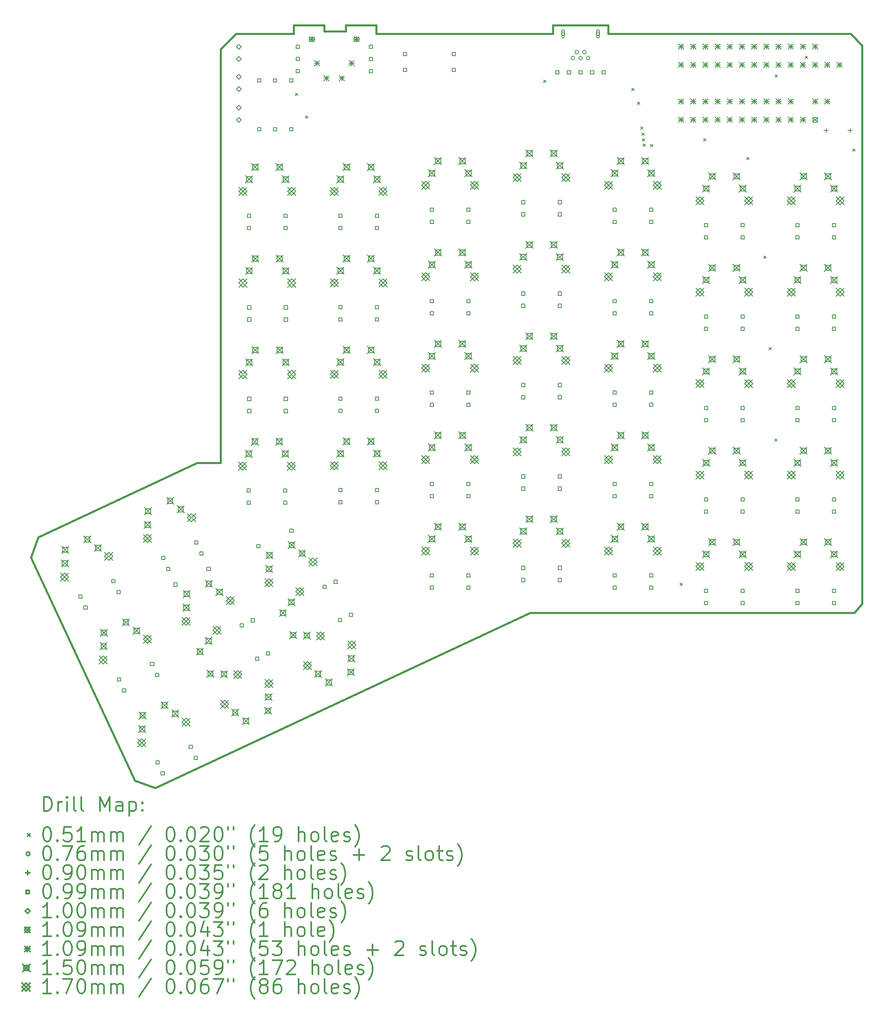
<source format=gbr>
%FSLAX45Y45*%
G04 Gerber Fmt 4.5, Leading zero omitted, Abs format (unit mm)*
G04 Created by KiCad (PCBNEW (5.0.1)-rc2) date 2018-10-18 11:00:09*
%MOMM*%
%LPD*%
G01*
G04 APERTURE LIST*
%ADD10C,0.381000*%
%ADD11C,0.200000*%
%ADD12C,0.300000*%
G04 APERTURE END LIST*
D10*
X19621500Y-15113000D02*
X19469100Y-15290800D01*
X19634200Y-3467100D02*
X19392900Y-3225800D01*
X12715240Y-15290800D02*
X19469100Y-15290800D01*
X19634200Y-15100300D02*
X19634200Y-3467100D01*
X19392900Y-3225800D02*
X14340840Y-3225800D01*
X14340840Y-3225800D02*
X14340840Y-3048000D01*
X14340840Y-3048000D02*
X13190220Y-3048000D01*
X13190220Y-3048000D02*
X13190220Y-3225800D01*
X13190220Y-3225800D02*
X9504680Y-3225800D01*
X9504680Y-3225800D02*
X9504680Y-3048000D01*
X9504680Y-3048000D02*
X8870950Y-3048000D01*
X8870950Y-3048000D02*
X8870950Y-3175000D01*
X8870950Y-3175000D02*
X8421370Y-3175000D01*
X8421370Y-3175000D02*
X8421370Y-3048000D01*
X8421370Y-3048000D02*
X7787640Y-3048000D01*
X7787640Y-3048000D02*
X7787640Y-3225800D01*
X7787640Y-3225800D02*
X6581140Y-3225800D01*
X6581140Y-3225800D02*
X6261100Y-3543300D01*
X6261100Y-3543300D02*
X6261100Y-12166600D01*
X6261100Y-12166600D02*
X5770880Y-12166600D01*
X5770880Y-12166600D02*
X2461768Y-13709650D01*
X2461768Y-13709650D02*
X2308098Y-14131544D01*
X2308098Y-14131544D02*
X4476496Y-18781776D01*
X4476496Y-18781776D02*
X4898390Y-18935192D01*
X4898390Y-18935192D02*
X12715240Y-15290800D01*
D11*
X7821100Y-4461100D02*
X7871900Y-4511900D01*
X7871900Y-4461100D02*
X7821100Y-4511900D01*
X8032680Y-4932680D02*
X8083480Y-4983480D01*
X8083480Y-4932680D02*
X8032680Y-4983480D01*
X12992100Y-4191000D02*
X13042900Y-4241800D01*
X13042900Y-4191000D02*
X12992100Y-4241800D01*
X14833600Y-4356100D02*
X14884400Y-4406900D01*
X14884400Y-4356100D02*
X14833600Y-4406900D01*
X14947900Y-4648200D02*
X14998700Y-4699000D01*
X14998700Y-4648200D02*
X14947900Y-4699000D01*
X15013940Y-5161280D02*
X15064740Y-5212080D01*
X15064740Y-5161280D02*
X15013940Y-5212080D01*
X15039340Y-5288280D02*
X15090140Y-5339080D01*
X15090140Y-5288280D02*
X15039340Y-5339080D01*
X15049500Y-5403850D02*
X15100300Y-5454650D01*
X15100300Y-5403850D02*
X15049500Y-5454650D01*
X15064740Y-5516880D02*
X15115540Y-5567680D01*
X15115540Y-5516880D02*
X15064740Y-5567680D01*
X15222220Y-5524500D02*
X15273020Y-5575300D01*
X15273020Y-5524500D02*
X15222220Y-5575300D01*
X15841980Y-14668500D02*
X15892780Y-14719300D01*
X15892780Y-14668500D02*
X15841980Y-14719300D01*
X16329660Y-5402580D02*
X16380460Y-5453380D01*
X16380460Y-5402580D02*
X16329660Y-5453380D01*
X17223740Y-5796280D02*
X17274540Y-5847080D01*
X17274540Y-5796280D02*
X17223740Y-5847080D01*
X17579340Y-7851140D02*
X17630140Y-7901940D01*
X17630140Y-7851140D02*
X17579340Y-7901940D01*
X17691100Y-9756140D02*
X17741900Y-9806940D01*
X17741900Y-9756140D02*
X17691100Y-9806940D01*
X17813020Y-11661140D02*
X17863820Y-11711940D01*
X17863820Y-11661140D02*
X17813020Y-11711940D01*
X17818100Y-4076700D02*
X17868900Y-4127500D01*
X17868900Y-4076700D02*
X17818100Y-4127500D01*
X18448020Y-3690620D02*
X18498820Y-3741420D01*
X18498820Y-3690620D02*
X18448020Y-3741420D01*
X19433540Y-5618480D02*
X19484340Y-5669280D01*
X19484340Y-5618480D02*
X19433540Y-5669280D01*
X13437616Y-3223006D02*
G75*
G03X13437616Y-3223006I-38100J0D01*
G01*
X13371416Y-3165856D02*
X13371416Y-3280156D01*
X13427616Y-3165856D02*
X13427616Y-3280156D01*
X13371416Y-3280156D02*
G75*
G03X13427616Y-3280156I28100J0D01*
G01*
X13427616Y-3165856D02*
G75*
G03X13371416Y-3165856I-28100J0D01*
G01*
X13642340Y-3727958D02*
G75*
G03X13642340Y-3727958I-38100J0D01*
G01*
X13722350Y-3608070D02*
G75*
G03X13722350Y-3608070I-38100J0D01*
G01*
X13802360Y-3727958D02*
G75*
G03X13802360Y-3727958I-38100J0D01*
G01*
X13882370Y-3608070D02*
G75*
G03X13882370Y-3608070I-38100J0D01*
G01*
X13962380Y-3727958D02*
G75*
G03X13962380Y-3727958I-38100J0D01*
G01*
X14167104Y-3223006D02*
G75*
G03X14167104Y-3223006I-38100J0D01*
G01*
X14100904Y-3165856D02*
X14100904Y-3280156D01*
X14157104Y-3165856D02*
X14157104Y-3280156D01*
X14100904Y-3280156D02*
G75*
G03X14157104Y-3280156I28100J0D01*
G01*
X14157104Y-3165856D02*
G75*
G03X14100904Y-3165856I-28100J0D01*
G01*
X18882740Y-5192480D02*
X18882740Y-5282480D01*
X18837740Y-5237480D02*
X18927740Y-5237480D01*
X19382740Y-5192480D02*
X19382740Y-5282480D01*
X19337740Y-5237480D02*
X19427740Y-5237480D01*
X18323023Y-9148289D02*
X18323023Y-9078243D01*
X18252977Y-9078243D01*
X18252977Y-9148289D01*
X18323023Y-9148289D01*
X18323023Y-9402289D02*
X18323023Y-9332243D01*
X18252977Y-9332243D01*
X18252977Y-9402289D01*
X18323023Y-9402289D01*
X19085023Y-9148289D02*
X19085023Y-9078243D01*
X19014977Y-9078243D01*
X19014977Y-9148289D01*
X19085023Y-9148289D01*
X19085023Y-9402289D02*
X19085023Y-9332243D01*
X19014977Y-9332243D01*
X19014977Y-9402289D01*
X19085023Y-9402289D01*
X16418023Y-14863289D02*
X16418023Y-14793243D01*
X16347977Y-14793243D01*
X16347977Y-14863289D01*
X16418023Y-14863289D01*
X16418023Y-15117289D02*
X16418023Y-15047243D01*
X16347977Y-15047243D01*
X16347977Y-15117289D01*
X16418023Y-15117289D01*
X17180023Y-14863289D02*
X17180023Y-14793243D01*
X17109977Y-14793243D01*
X17109977Y-14863289D01*
X17180023Y-14863289D01*
X17180023Y-15117289D02*
X17180023Y-15047243D01*
X17109977Y-15047243D01*
X17109977Y-15117289D01*
X17180023Y-15117289D01*
X18323023Y-12958289D02*
X18323023Y-12888243D01*
X18252977Y-12888243D01*
X18252977Y-12958289D01*
X18323023Y-12958289D01*
X18323023Y-13212289D02*
X18323023Y-13142243D01*
X18252977Y-13142243D01*
X18252977Y-13212289D01*
X18323023Y-13212289D01*
X19085023Y-12958289D02*
X19085023Y-12888243D01*
X19014977Y-12888243D01*
X19014977Y-12958289D01*
X19085023Y-12958289D01*
X19085023Y-13212289D02*
X19085023Y-13142243D01*
X19014977Y-13142243D01*
X19014977Y-13212289D01*
X19085023Y-13212289D01*
X12608023Y-12481023D02*
X12608023Y-12410977D01*
X12537977Y-12410977D01*
X12537977Y-12481023D01*
X12608023Y-12481023D01*
X12608023Y-12735023D02*
X12608023Y-12664977D01*
X12537977Y-12664977D01*
X12537977Y-12735023D01*
X12608023Y-12735023D01*
X13370023Y-12481023D02*
X13370023Y-12410977D01*
X13299977Y-12410977D01*
X13299977Y-12481023D01*
X13370023Y-12481023D01*
X13370023Y-12735023D02*
X13370023Y-12664977D01*
X13299977Y-12664977D01*
X13299977Y-12735023D01*
X13370023Y-12735023D01*
X14513023Y-6925789D02*
X14513023Y-6855743D01*
X14442977Y-6855743D01*
X14442977Y-6925789D01*
X14513023Y-6925789D01*
X14513023Y-7179789D02*
X14513023Y-7109743D01*
X14442977Y-7109743D01*
X14442977Y-7179789D01*
X14513023Y-7179789D01*
X15275023Y-6925789D02*
X15275023Y-6855743D01*
X15204977Y-6855743D01*
X15204977Y-6925789D01*
X15275023Y-6925789D01*
X15275023Y-7179789D02*
X15275023Y-7109743D01*
X15204977Y-7109743D01*
X15204977Y-7179789D01*
X15275023Y-7179789D01*
X14513023Y-8830789D02*
X14513023Y-8760743D01*
X14442977Y-8760743D01*
X14442977Y-8830789D01*
X14513023Y-8830789D01*
X14513023Y-9084789D02*
X14513023Y-9014743D01*
X14442977Y-9014743D01*
X14442977Y-9084789D01*
X14513023Y-9084789D01*
X15275023Y-8830789D02*
X15275023Y-8760743D01*
X15204977Y-8760743D01*
X15204977Y-8830789D01*
X15275023Y-8830789D01*
X15275023Y-9084789D02*
X15275023Y-9014743D01*
X15204977Y-9014743D01*
X15204977Y-9084789D01*
X15275023Y-9084789D01*
X14513023Y-10735789D02*
X14513023Y-10665743D01*
X14442977Y-10665743D01*
X14442977Y-10735789D01*
X14513023Y-10735789D01*
X14513023Y-10989789D02*
X14513023Y-10919743D01*
X14442977Y-10919743D01*
X14442977Y-10989789D01*
X14513023Y-10989789D01*
X15275023Y-10735789D02*
X15275023Y-10665743D01*
X15204977Y-10665743D01*
X15204977Y-10735789D01*
X15275023Y-10735789D01*
X15275023Y-10989789D02*
X15275023Y-10919743D01*
X15204977Y-10919743D01*
X15204977Y-10989789D01*
X15275023Y-10989789D01*
X5356460Y-14732461D02*
X5356460Y-14662414D01*
X5286413Y-14662414D01*
X5286413Y-14732461D01*
X5356460Y-14732461D01*
X6047067Y-14410426D02*
X6047067Y-14340379D01*
X5977020Y-14340379D01*
X5977020Y-14410426D01*
X6047067Y-14410426D01*
X18323023Y-11053289D02*
X18323023Y-10983243D01*
X18252977Y-10983243D01*
X18252977Y-11053289D01*
X18323023Y-11053289D01*
X18323023Y-11307289D02*
X18323023Y-11237243D01*
X18252977Y-11237243D01*
X18252977Y-11307289D01*
X18323023Y-11307289D01*
X19085023Y-11053289D02*
X19085023Y-10983243D01*
X19014977Y-10983243D01*
X19014977Y-11053289D01*
X19085023Y-11053289D01*
X19085023Y-11307289D02*
X19085023Y-11237243D01*
X19014977Y-11237243D01*
X19014977Y-11307289D01*
X19085023Y-11307289D01*
X6738258Y-15586758D02*
X6738258Y-15516711D01*
X6668211Y-15516711D01*
X6668211Y-15586758D01*
X6738258Y-15586758D01*
X6968460Y-15479413D02*
X6968460Y-15409366D01*
X6898414Y-15409366D01*
X6898414Y-15479413D01*
X6968460Y-15479413D01*
X7060293Y-16277364D02*
X7060293Y-16207318D01*
X6990247Y-16207318D01*
X6990247Y-16277364D01*
X7060293Y-16277364D01*
X7290495Y-16170019D02*
X7290495Y-16099973D01*
X7220449Y-16099973D01*
X7220449Y-16170019D01*
X7290495Y-16170019D01*
X3374304Y-14983315D02*
X3374304Y-14913269D01*
X3304257Y-14913269D01*
X3304257Y-14983315D01*
X3374304Y-14983315D01*
X3481649Y-15213517D02*
X3481649Y-15143471D01*
X3411602Y-15143471D01*
X3411602Y-15213517D01*
X3481649Y-15213517D01*
X4064911Y-14661280D02*
X4064911Y-14591233D01*
X3994864Y-14591233D01*
X3994864Y-14661280D01*
X4064911Y-14661280D01*
X4172256Y-14891482D02*
X4172256Y-14821436D01*
X4102209Y-14821436D01*
X4102209Y-14891482D01*
X4172256Y-14891482D01*
X8798023Y-12767789D02*
X8798023Y-12697743D01*
X8727977Y-12697743D01*
X8727977Y-12767789D01*
X8798023Y-12767789D01*
X8798023Y-13021789D02*
X8798023Y-12951743D01*
X8727977Y-12951743D01*
X8727977Y-13021789D01*
X8798023Y-13021789D01*
X9560023Y-12767789D02*
X9560023Y-12697743D01*
X9489977Y-12697743D01*
X9489977Y-12767789D01*
X9560023Y-12767789D01*
X9560023Y-13021789D02*
X9560023Y-12951743D01*
X9489977Y-12951743D01*
X9489977Y-13021789D01*
X9560023Y-13021789D01*
X10703023Y-6925789D02*
X10703023Y-6855743D01*
X10632977Y-6855743D01*
X10632977Y-6925789D01*
X10703023Y-6925789D01*
X10703023Y-7179789D02*
X10703023Y-7109743D01*
X10632977Y-7109743D01*
X10632977Y-7179789D01*
X10703023Y-7179789D01*
X11465023Y-6925789D02*
X11465023Y-6855743D01*
X11394977Y-6855743D01*
X11394977Y-6925789D01*
X11465023Y-6925789D01*
X11465023Y-7179789D02*
X11465023Y-7109743D01*
X11394977Y-7109743D01*
X11394977Y-7179789D01*
X11465023Y-7179789D01*
X5100742Y-14178389D02*
X5100742Y-14108343D01*
X5030696Y-14108343D01*
X5030696Y-14178389D01*
X5100742Y-14178389D01*
X5208087Y-14408591D02*
X5208087Y-14338545D01*
X5138041Y-14338545D01*
X5138041Y-14408591D01*
X5208087Y-14408591D01*
X5791349Y-13856354D02*
X5791349Y-13786307D01*
X5721302Y-13786307D01*
X5721302Y-13856354D01*
X5791349Y-13856354D01*
X5898694Y-14086556D02*
X5898694Y-14016510D01*
X5828647Y-14016510D01*
X5828647Y-14086556D01*
X5898694Y-14086556D01*
X8798023Y-8957789D02*
X8798023Y-8887743D01*
X8727977Y-8887743D01*
X8727977Y-8957789D01*
X8798023Y-8957789D01*
X8798023Y-9211789D02*
X8798023Y-9141743D01*
X8727977Y-9141743D01*
X8727977Y-9211789D01*
X8798023Y-9211789D01*
X9560023Y-8957789D02*
X9560023Y-8887743D01*
X9489977Y-8887743D01*
X9489977Y-8957789D01*
X9560023Y-8957789D01*
X9560023Y-9211789D02*
X9560023Y-9141743D01*
X9489977Y-9141743D01*
X9489977Y-9211789D01*
X9560023Y-9211789D01*
X16418023Y-12958289D02*
X16418023Y-12888243D01*
X16347977Y-12888243D01*
X16347977Y-12958289D01*
X16418023Y-12958289D01*
X16418023Y-13212289D02*
X16418023Y-13142243D01*
X16347977Y-13142243D01*
X16347977Y-13212289D01*
X16418023Y-13212289D01*
X17180023Y-12958289D02*
X17180023Y-12888243D01*
X17109977Y-12888243D01*
X17109977Y-12958289D01*
X17180023Y-12958289D01*
X17180023Y-13212289D02*
X17180023Y-13142243D01*
X17109977Y-13142243D01*
X17109977Y-13212289D01*
X17180023Y-13212289D01*
X8464696Y-14781578D02*
X8464696Y-14711531D01*
X8394650Y-14711531D01*
X8394650Y-14781578D01*
X8464696Y-14781578D01*
X8694898Y-14674233D02*
X8694898Y-14604186D01*
X8624852Y-14604186D01*
X8624852Y-14674233D01*
X8694898Y-14674233D01*
X8786731Y-15472184D02*
X8786731Y-15402138D01*
X8716685Y-15402138D01*
X8716685Y-15472184D01*
X8786731Y-15472184D01*
X9016933Y-15364839D02*
X9016933Y-15294793D01*
X8946887Y-15294793D01*
X8946887Y-15364839D01*
X9016933Y-15364839D01*
X10703023Y-12640789D02*
X10703023Y-12570743D01*
X10632977Y-12570743D01*
X10632977Y-12640789D01*
X10703023Y-12640789D01*
X10703023Y-12894789D02*
X10703023Y-12824743D01*
X10632977Y-12824743D01*
X10632977Y-12894789D01*
X10703023Y-12894789D01*
X11465023Y-12640789D02*
X11465023Y-12570743D01*
X11394977Y-12570743D01*
X11394977Y-12640789D01*
X11465023Y-12640789D01*
X11465023Y-12894789D02*
X11465023Y-12824743D01*
X11394977Y-12824743D01*
X11394977Y-12894789D01*
X11465023Y-12894789D01*
X12608023Y-8671023D02*
X12608023Y-8600977D01*
X12537977Y-8600977D01*
X12537977Y-8671023D01*
X12608023Y-8671023D01*
X12608023Y-8925023D02*
X12608023Y-8854977D01*
X12537977Y-8854977D01*
X12537977Y-8925023D01*
X12608023Y-8925023D01*
X13370023Y-8671023D02*
X13370023Y-8600977D01*
X13299977Y-8600977D01*
X13299977Y-8671023D01*
X13370023Y-8671023D01*
X13370023Y-8925023D02*
X13370023Y-8854977D01*
X13299977Y-8854977D01*
X13299977Y-8925023D01*
X13370023Y-8925023D01*
X18323023Y-7243543D02*
X18323023Y-7173497D01*
X18252977Y-7173497D01*
X18252977Y-7243543D01*
X18323023Y-7243543D01*
X18323023Y-7497543D02*
X18323023Y-7427497D01*
X18252977Y-7427497D01*
X18252977Y-7497543D01*
X18323023Y-7497543D01*
X19085023Y-7243543D02*
X19085023Y-7173497D01*
X19014977Y-7173497D01*
X19014977Y-7243543D01*
X19085023Y-7243543D01*
X19085023Y-7497543D02*
X19085023Y-7427497D01*
X19014977Y-7427497D01*
X19014977Y-7497543D01*
X19085023Y-7497543D01*
X10703023Y-8830789D02*
X10703023Y-8760743D01*
X10632977Y-8760743D01*
X10632977Y-8830789D01*
X10703023Y-8830789D01*
X10703023Y-9084789D02*
X10703023Y-9014743D01*
X10632977Y-9014743D01*
X10632977Y-9084789D01*
X10703023Y-9084789D01*
X11465023Y-8830789D02*
X11465023Y-8760743D01*
X11394977Y-8760743D01*
X11394977Y-8830789D01*
X11465023Y-8830789D01*
X11465023Y-9084789D02*
X11465023Y-9014743D01*
X11394977Y-9014743D01*
X11394977Y-9084789D01*
X11465023Y-9084789D01*
X8798023Y-7053043D02*
X8798023Y-6982997D01*
X8727977Y-6982997D01*
X8727977Y-7053043D01*
X8798023Y-7053043D01*
X8798023Y-7307043D02*
X8798023Y-7236997D01*
X8727977Y-7236997D01*
X8727977Y-7307043D01*
X8798023Y-7307043D01*
X9560023Y-7053043D02*
X9560023Y-6982997D01*
X9489977Y-6982997D01*
X9489977Y-7053043D01*
X9560023Y-7053043D01*
X9560023Y-7307043D02*
X9560023Y-7236997D01*
X9489977Y-7236997D01*
X9489977Y-7307043D01*
X9560023Y-7307043D01*
X4179230Y-16709753D02*
X4179230Y-16639707D01*
X4109183Y-16639707D01*
X4109183Y-16709753D01*
X4179230Y-16709753D01*
X4286575Y-16939955D02*
X4286575Y-16869909D01*
X4216529Y-16869909D01*
X4216529Y-16939955D01*
X4286575Y-16939955D01*
X4869837Y-16387718D02*
X4869837Y-16317671D01*
X4799790Y-16317671D01*
X4799790Y-16387718D01*
X4869837Y-16387718D01*
X4977182Y-16617920D02*
X4977182Y-16547874D01*
X4907135Y-16547874D01*
X4907135Y-16617920D01*
X4977182Y-16617920D01*
X18323023Y-14863289D02*
X18323023Y-14793243D01*
X18252977Y-14793243D01*
X18252977Y-14863289D01*
X18323023Y-14863289D01*
X18323023Y-15117289D02*
X18323023Y-15047243D01*
X18252977Y-15047243D01*
X18252977Y-15117289D01*
X18323023Y-15117289D01*
X19085023Y-14863289D02*
X19085023Y-14793243D01*
X19014977Y-14793243D01*
X19014977Y-14863289D01*
X19085023Y-14863289D01*
X19085023Y-15117289D02*
X19085023Y-15047243D01*
X19014977Y-15047243D01*
X19014977Y-15117289D01*
X19085023Y-15117289D01*
X10143523Y-3681523D02*
X10143523Y-3611477D01*
X10073477Y-3611477D01*
X10073477Y-3681523D01*
X10143523Y-3681523D01*
X11159523Y-3681523D02*
X11159523Y-3611477D01*
X11089477Y-3611477D01*
X11089477Y-3681523D01*
X11159523Y-3681523D01*
X16418023Y-11053289D02*
X16418023Y-10983243D01*
X16347977Y-10983243D01*
X16347977Y-11053289D01*
X16418023Y-11053289D01*
X16418023Y-11307289D02*
X16418023Y-11237243D01*
X16347977Y-11237243D01*
X16347977Y-11307289D01*
X16418023Y-11307289D01*
X17180023Y-11053289D02*
X17180023Y-10983243D01*
X17109977Y-10983243D01*
X17109977Y-11053289D01*
X17180023Y-11053289D01*
X17180023Y-11307289D02*
X17180023Y-11237243D01*
X17109977Y-11237243D01*
X17109977Y-11307289D01*
X17180023Y-11307289D01*
X9433023Y-3527523D02*
X9433023Y-3457477D01*
X9362977Y-3457477D01*
X9362977Y-3527523D01*
X9433023Y-3527523D01*
X9433023Y-3781523D02*
X9433023Y-3711477D01*
X9362977Y-3711477D01*
X9362977Y-3781523D01*
X9433023Y-3781523D01*
X9433023Y-4035523D02*
X9433023Y-3965477D01*
X9362977Y-3965477D01*
X9362977Y-4035523D01*
X9433023Y-4035523D01*
X16418023Y-9148289D02*
X16418023Y-9078243D01*
X16347977Y-9078243D01*
X16347977Y-9148289D01*
X16418023Y-9148289D01*
X16418023Y-9402289D02*
X16418023Y-9332243D01*
X16347977Y-9332243D01*
X16347977Y-9402289D01*
X16418023Y-9402289D01*
X17180023Y-9148289D02*
X17180023Y-9078243D01*
X17109977Y-9078243D01*
X17109977Y-9148289D01*
X17180023Y-9148289D01*
X17180023Y-9402289D02*
X17180023Y-9332243D01*
X17109977Y-9332243D01*
X17109977Y-9402289D01*
X17180023Y-9402289D01*
X16418023Y-7243543D02*
X16418023Y-7173497D01*
X16347977Y-7173497D01*
X16347977Y-7243543D01*
X16418023Y-7243543D01*
X16418023Y-7497543D02*
X16418023Y-7427497D01*
X16347977Y-7427497D01*
X16347977Y-7497543D01*
X16418023Y-7497543D01*
X17180023Y-7243543D02*
X17180023Y-7173497D01*
X17109977Y-7173497D01*
X17109977Y-7243543D01*
X17180023Y-7243543D01*
X17180023Y-7497543D02*
X17180023Y-7427497D01*
X17109977Y-7427497D01*
X17109977Y-7497543D01*
X17180023Y-7497543D01*
X7083660Y-13934901D02*
X7083660Y-13864854D01*
X7013613Y-13864854D01*
X7013613Y-13934901D01*
X7083660Y-13934901D01*
X7774267Y-13612866D02*
X7774267Y-13542819D01*
X7704220Y-13542819D01*
X7704220Y-13612866D01*
X7774267Y-13612866D01*
X10144223Y-4010123D02*
X10144223Y-3940077D01*
X10074177Y-3940077D01*
X10074177Y-4010123D01*
X10144223Y-4010123D01*
X11160223Y-4010123D02*
X11160223Y-3940077D01*
X11090177Y-3940077D01*
X11090177Y-4010123D01*
X11160223Y-4010123D01*
X10703023Y-14545789D02*
X10703023Y-14475743D01*
X10632977Y-14475743D01*
X10632977Y-14545789D01*
X10703023Y-14545789D01*
X10703023Y-14799789D02*
X10703023Y-14729743D01*
X10632977Y-14729743D01*
X10632977Y-14799789D01*
X10703023Y-14799789D01*
X11465023Y-14545789D02*
X11465023Y-14475743D01*
X11394977Y-14475743D01*
X11394977Y-14545789D01*
X11465023Y-14545789D01*
X11465023Y-14799789D02*
X11465023Y-14729743D01*
X11394977Y-14729743D01*
X11394977Y-14799789D01*
X11465023Y-14799789D01*
X14513023Y-14545789D02*
X14513023Y-14475743D01*
X14442977Y-14475743D01*
X14442977Y-14545789D01*
X14513023Y-14545789D01*
X14513023Y-14799789D02*
X14513023Y-14729743D01*
X14442977Y-14729743D01*
X14442977Y-14799789D01*
X14513023Y-14799789D01*
X15275023Y-14545789D02*
X15275023Y-14475743D01*
X15204977Y-14475743D01*
X15204977Y-14545789D01*
X15275023Y-14545789D01*
X15275023Y-14799789D02*
X15275023Y-14729743D01*
X15204977Y-14729743D01*
X15204977Y-14799789D01*
X15275023Y-14799789D01*
X7909023Y-3527523D02*
X7909023Y-3457477D01*
X7838977Y-3457477D01*
X7838977Y-3527523D01*
X7909023Y-3527523D01*
X7909023Y-3781523D02*
X7909023Y-3711477D01*
X7838977Y-3711477D01*
X7838977Y-3781523D01*
X7909023Y-3781523D01*
X7909023Y-4035523D02*
X7909023Y-3965477D01*
X7838977Y-3965477D01*
X7838977Y-4035523D01*
X7909023Y-4035523D01*
X12608023Y-6766023D02*
X12608023Y-6695977D01*
X12537977Y-6695977D01*
X12537977Y-6766023D01*
X12608023Y-6766023D01*
X12608023Y-7020023D02*
X12608023Y-6949977D01*
X12537977Y-6949977D01*
X12537977Y-7020023D01*
X12608023Y-7020023D01*
X13370023Y-6766023D02*
X13370023Y-6695977D01*
X13299977Y-6695977D01*
X13299977Y-6766023D01*
X13370023Y-6766023D01*
X13370023Y-7020023D02*
X13370023Y-6949977D01*
X13299977Y-6949977D01*
X13299977Y-7020023D01*
X13370023Y-7020023D01*
X6884673Y-12771088D02*
X6884673Y-12701041D01*
X6814626Y-12701041D01*
X6814626Y-12771088D01*
X6884673Y-12771088D01*
X6884673Y-13025088D02*
X6884673Y-12955041D01*
X6814626Y-12955041D01*
X6814626Y-13025088D01*
X6884673Y-13025088D01*
X7646673Y-12771088D02*
X7646673Y-12701041D01*
X7576626Y-12701041D01*
X7576626Y-12771088D01*
X7646673Y-12771088D01*
X7646673Y-13025088D02*
X7646673Y-12955041D01*
X7576626Y-12955041D01*
X7576626Y-13025088D01*
X7646673Y-13025088D01*
X12608023Y-10576023D02*
X12608023Y-10505977D01*
X12537977Y-10505977D01*
X12537977Y-10576023D01*
X12608023Y-10576023D01*
X12608023Y-10830023D02*
X12608023Y-10759977D01*
X12537977Y-10759977D01*
X12537977Y-10830023D01*
X12608023Y-10830023D01*
X13370023Y-10576023D02*
X13370023Y-10505977D01*
X13299977Y-10505977D01*
X13299977Y-10576023D01*
X13370023Y-10576023D01*
X13370023Y-10830023D02*
X13370023Y-10759977D01*
X13299977Y-10759977D01*
X13299977Y-10830023D01*
X13370023Y-10830023D01*
X7771523Y-4233523D02*
X7771523Y-4163477D01*
X7701477Y-4163477D01*
X7701477Y-4233523D01*
X7771523Y-4233523D01*
X7771523Y-5249523D02*
X7771523Y-5179477D01*
X7701477Y-5179477D01*
X7701477Y-5249523D01*
X7771523Y-5249523D01*
X4984410Y-18436445D02*
X4984410Y-18366399D01*
X4914364Y-18366399D01*
X4914364Y-18436445D01*
X4984410Y-18436445D01*
X5091755Y-18666647D02*
X5091755Y-18596601D01*
X5021709Y-18596601D01*
X5021709Y-18666647D01*
X5091755Y-18666647D01*
X5675017Y-18114410D02*
X5675017Y-18044364D01*
X5604970Y-18044364D01*
X5604970Y-18114410D01*
X5675017Y-18114410D01*
X5782362Y-18344612D02*
X5782362Y-18274566D01*
X5712315Y-18274566D01*
X5712315Y-18344612D01*
X5782362Y-18344612D01*
X7101523Y-4233523D02*
X7101523Y-4163477D01*
X7031477Y-4163477D01*
X7031477Y-4233523D01*
X7101523Y-4233523D01*
X7101523Y-5249523D02*
X7101523Y-5179477D01*
X7031477Y-5179477D01*
X7031477Y-5249523D01*
X7101523Y-5249523D01*
X13316683Y-4060923D02*
X13316683Y-3990877D01*
X13246637Y-3990877D01*
X13246637Y-4060923D01*
X13316683Y-4060923D01*
X13557983Y-4060923D02*
X13557983Y-3990877D01*
X13487937Y-3990877D01*
X13487937Y-4060923D01*
X13557983Y-4060923D01*
X13799283Y-4060923D02*
X13799283Y-3990877D01*
X13729237Y-3990877D01*
X13729237Y-4060923D01*
X13799283Y-4060923D01*
X14040583Y-4060923D02*
X14040583Y-3990877D01*
X13970537Y-3990877D01*
X13970537Y-4060923D01*
X14040583Y-4060923D01*
X14281883Y-4060923D02*
X14281883Y-3990877D01*
X14211837Y-3990877D01*
X14211837Y-4060923D01*
X14281883Y-4060923D01*
X6893023Y-7053043D02*
X6893023Y-6982997D01*
X6822977Y-6982997D01*
X6822977Y-7053043D01*
X6893023Y-7053043D01*
X6893023Y-7307043D02*
X6893023Y-7236997D01*
X6822977Y-7236997D01*
X6822977Y-7307043D01*
X6893023Y-7307043D01*
X7655023Y-7053043D02*
X7655023Y-6982997D01*
X7584977Y-6982997D01*
X7584977Y-7053043D01*
X7655023Y-7053043D01*
X7655023Y-7307043D02*
X7655023Y-7236997D01*
X7584977Y-7236997D01*
X7584977Y-7307043D01*
X7655023Y-7307043D01*
X6893277Y-8959313D02*
X6893277Y-8889267D01*
X6823231Y-8889267D01*
X6823231Y-8959313D01*
X6893277Y-8959313D01*
X6893277Y-9213313D02*
X6893277Y-9143267D01*
X6823231Y-9143267D01*
X6823231Y-9213313D01*
X6893277Y-9213313D01*
X7655277Y-8959313D02*
X7655277Y-8889267D01*
X7585231Y-8889267D01*
X7585231Y-8959313D01*
X7655277Y-8959313D01*
X7655277Y-9213313D02*
X7655277Y-9143267D01*
X7585231Y-9143267D01*
X7585231Y-9213313D01*
X7655277Y-9213313D01*
X8798023Y-10862789D02*
X8798023Y-10792743D01*
X8727977Y-10792743D01*
X8727977Y-10862789D01*
X8798023Y-10862789D01*
X8798023Y-11116789D02*
X8798023Y-11046743D01*
X8727977Y-11046743D01*
X8727977Y-11116789D01*
X8798023Y-11116789D01*
X9560023Y-10862789D02*
X9560023Y-10792743D01*
X9489977Y-10792743D01*
X9489977Y-10862789D01*
X9560023Y-10862789D01*
X9560023Y-11116789D02*
X9560023Y-11046743D01*
X9489977Y-11046743D01*
X9489977Y-11116789D01*
X9560023Y-11116789D01*
X7431523Y-4233523D02*
X7431523Y-4163477D01*
X7361477Y-4163477D01*
X7361477Y-4233523D01*
X7431523Y-4233523D01*
X7431523Y-5249523D02*
X7431523Y-5179477D01*
X7361477Y-5179477D01*
X7361477Y-5249523D01*
X7431523Y-5249523D01*
X12608023Y-14386023D02*
X12608023Y-14315977D01*
X12537977Y-14315977D01*
X12537977Y-14386023D01*
X12608023Y-14386023D01*
X12608023Y-14640023D02*
X12608023Y-14569977D01*
X12537977Y-14569977D01*
X12537977Y-14640023D01*
X12608023Y-14640023D01*
X13370023Y-14386023D02*
X13370023Y-14315977D01*
X13299977Y-14315977D01*
X13299977Y-14386023D01*
X13370023Y-14386023D01*
X13370023Y-14640023D02*
X13370023Y-14569977D01*
X13299977Y-14569977D01*
X13299977Y-14640023D01*
X13370023Y-14640023D01*
X6893277Y-10864313D02*
X6893277Y-10794267D01*
X6823231Y-10794267D01*
X6823231Y-10864313D01*
X6893277Y-10864313D01*
X6893277Y-11118313D02*
X6893277Y-11048267D01*
X6823231Y-11048267D01*
X6823231Y-11118313D01*
X6893277Y-11118313D01*
X7655277Y-10864313D02*
X7655277Y-10794267D01*
X7585231Y-10794267D01*
X7585231Y-10864313D01*
X7655277Y-10864313D01*
X7655277Y-11118313D02*
X7655277Y-11048267D01*
X7585231Y-11048267D01*
X7585231Y-11118313D01*
X7655277Y-11118313D01*
X10703023Y-10735789D02*
X10703023Y-10665743D01*
X10632977Y-10665743D01*
X10632977Y-10735789D01*
X10703023Y-10735789D01*
X10703023Y-10989789D02*
X10703023Y-10919743D01*
X10632977Y-10919743D01*
X10632977Y-10989789D01*
X10703023Y-10989789D01*
X11465023Y-10735789D02*
X11465023Y-10665743D01*
X11394977Y-10665743D01*
X11394977Y-10735789D01*
X11465023Y-10735789D01*
X11465023Y-10989789D02*
X11465023Y-10919743D01*
X11394977Y-10919743D01*
X11394977Y-10989789D01*
X11465023Y-10989789D01*
X14513023Y-12640789D02*
X14513023Y-12570743D01*
X14442977Y-12570743D01*
X14442977Y-12640789D01*
X14513023Y-12640789D01*
X14513023Y-12894789D02*
X14513023Y-12824743D01*
X14442977Y-12824743D01*
X14442977Y-12894789D01*
X14513023Y-12894789D01*
X15275023Y-12640789D02*
X15275023Y-12570743D01*
X15204977Y-12570743D01*
X15204977Y-12640789D01*
X15275023Y-12640789D01*
X15275023Y-12894789D02*
X15275023Y-12824743D01*
X15204977Y-12824743D01*
X15204977Y-12894789D01*
X15275023Y-12894789D01*
X6646500Y-4812538D02*
X6696538Y-4762500D01*
X6646500Y-4712462D01*
X6596462Y-4762500D01*
X6646500Y-4812538D01*
X6646500Y-5066538D02*
X6696538Y-5016500D01*
X6646500Y-4966462D01*
X6596462Y-5016500D01*
X6646500Y-5066538D01*
X6646500Y-3542538D02*
X6696538Y-3492500D01*
X6646500Y-3442462D01*
X6596462Y-3492500D01*
X6646500Y-3542538D01*
X6646500Y-3796538D02*
X6696538Y-3746500D01*
X6646500Y-3696462D01*
X6596462Y-3746500D01*
X6646500Y-3796538D01*
X6646500Y-4172538D02*
X6696538Y-4122500D01*
X6646500Y-4072462D01*
X6596462Y-4122500D01*
X6646500Y-4172538D01*
X6646500Y-4426538D02*
X6696538Y-4376500D01*
X6646500Y-4326462D01*
X6596462Y-4376500D01*
X6646500Y-4426538D01*
X18601817Y-4962017D02*
X18710783Y-5070983D01*
X18710783Y-4962017D02*
X18601817Y-5070983D01*
X18710783Y-5016500D02*
G75*
G03X18710783Y-5016500I-54483J0D01*
G01*
X15807690Y-3437890D02*
X15916910Y-3547110D01*
X15916910Y-3437890D02*
X15807690Y-3547110D01*
X15862300Y-3437890D02*
X15862300Y-3547110D01*
X15807690Y-3492500D02*
X15916910Y-3492500D01*
X15807690Y-4961890D02*
X15916910Y-5071110D01*
X15916910Y-4961890D02*
X15807690Y-5071110D01*
X15862300Y-4961890D02*
X15862300Y-5071110D01*
X15807690Y-5016500D02*
X15916910Y-5016500D01*
X16061690Y-3437890D02*
X16170910Y-3547110D01*
X16170910Y-3437890D02*
X16061690Y-3547110D01*
X16116300Y-3437890D02*
X16116300Y-3547110D01*
X16061690Y-3492500D02*
X16170910Y-3492500D01*
X16061690Y-4961890D02*
X16170910Y-5071110D01*
X16170910Y-4961890D02*
X16061690Y-5071110D01*
X16116300Y-4961890D02*
X16116300Y-5071110D01*
X16061690Y-5016500D02*
X16170910Y-5016500D01*
X16315690Y-3437890D02*
X16424910Y-3547110D01*
X16424910Y-3437890D02*
X16315690Y-3547110D01*
X16370300Y-3437890D02*
X16370300Y-3547110D01*
X16315690Y-3492500D02*
X16424910Y-3492500D01*
X16315690Y-4961890D02*
X16424910Y-5071110D01*
X16424910Y-4961890D02*
X16315690Y-5071110D01*
X16370300Y-4961890D02*
X16370300Y-5071110D01*
X16315690Y-5016500D02*
X16424910Y-5016500D01*
X16569690Y-3437890D02*
X16678910Y-3547110D01*
X16678910Y-3437890D02*
X16569690Y-3547110D01*
X16624300Y-3437890D02*
X16624300Y-3547110D01*
X16569690Y-3492500D02*
X16678910Y-3492500D01*
X16569690Y-4961890D02*
X16678910Y-5071110D01*
X16678910Y-4961890D02*
X16569690Y-5071110D01*
X16624300Y-4961890D02*
X16624300Y-5071110D01*
X16569690Y-5016500D02*
X16678910Y-5016500D01*
X16823690Y-3437890D02*
X16932910Y-3547110D01*
X16932910Y-3437890D02*
X16823690Y-3547110D01*
X16878300Y-3437890D02*
X16878300Y-3547110D01*
X16823690Y-3492500D02*
X16932910Y-3492500D01*
X16823690Y-4961890D02*
X16932910Y-5071110D01*
X16932910Y-4961890D02*
X16823690Y-5071110D01*
X16878300Y-4961890D02*
X16878300Y-5071110D01*
X16823690Y-5016500D02*
X16932910Y-5016500D01*
X17077690Y-3437890D02*
X17186910Y-3547110D01*
X17186910Y-3437890D02*
X17077690Y-3547110D01*
X17132300Y-3437890D02*
X17132300Y-3547110D01*
X17077690Y-3492500D02*
X17186910Y-3492500D01*
X17077690Y-4961890D02*
X17186910Y-5071110D01*
X17186910Y-4961890D02*
X17077690Y-5071110D01*
X17132300Y-4961890D02*
X17132300Y-5071110D01*
X17077690Y-5016500D02*
X17186910Y-5016500D01*
X17331690Y-3437890D02*
X17440910Y-3547110D01*
X17440910Y-3437890D02*
X17331690Y-3547110D01*
X17386300Y-3437890D02*
X17386300Y-3547110D01*
X17331690Y-3492500D02*
X17440910Y-3492500D01*
X17331690Y-4961890D02*
X17440910Y-5071110D01*
X17440910Y-4961890D02*
X17331690Y-5071110D01*
X17386300Y-4961890D02*
X17386300Y-5071110D01*
X17331690Y-5016500D02*
X17440910Y-5016500D01*
X17585690Y-3437890D02*
X17694910Y-3547110D01*
X17694910Y-3437890D02*
X17585690Y-3547110D01*
X17640300Y-3437890D02*
X17640300Y-3547110D01*
X17585690Y-3492500D02*
X17694910Y-3492500D01*
X17585690Y-4961890D02*
X17694910Y-5071110D01*
X17694910Y-4961890D02*
X17585690Y-5071110D01*
X17640300Y-4961890D02*
X17640300Y-5071110D01*
X17585690Y-5016500D02*
X17694910Y-5016500D01*
X17839690Y-3437890D02*
X17948910Y-3547110D01*
X17948910Y-3437890D02*
X17839690Y-3547110D01*
X17894300Y-3437890D02*
X17894300Y-3547110D01*
X17839690Y-3492500D02*
X17948910Y-3492500D01*
X17839690Y-4961890D02*
X17948910Y-5071110D01*
X17948910Y-4961890D02*
X17839690Y-5071110D01*
X17894300Y-4961890D02*
X17894300Y-5071110D01*
X17839690Y-5016500D02*
X17948910Y-5016500D01*
X18093690Y-3437890D02*
X18202910Y-3547110D01*
X18202910Y-3437890D02*
X18093690Y-3547110D01*
X18148300Y-3437890D02*
X18148300Y-3547110D01*
X18093690Y-3492500D02*
X18202910Y-3492500D01*
X18093690Y-4961890D02*
X18202910Y-5071110D01*
X18202910Y-4961890D02*
X18093690Y-5071110D01*
X18148300Y-4961890D02*
X18148300Y-5071110D01*
X18093690Y-5016500D02*
X18202910Y-5016500D01*
X18347690Y-3437890D02*
X18456910Y-3547110D01*
X18456910Y-3437890D02*
X18347690Y-3547110D01*
X18402300Y-3437890D02*
X18402300Y-3547110D01*
X18347690Y-3492500D02*
X18456910Y-3492500D01*
X18347690Y-4961890D02*
X18456910Y-5071110D01*
X18456910Y-4961890D02*
X18347690Y-5071110D01*
X18402300Y-4961890D02*
X18402300Y-5071110D01*
X18347690Y-5016500D02*
X18456910Y-5016500D01*
X18601690Y-3437890D02*
X18710910Y-3547110D01*
X18710910Y-3437890D02*
X18601690Y-3547110D01*
X18656300Y-3437890D02*
X18656300Y-3547110D01*
X18601690Y-3492500D02*
X18710910Y-3492500D01*
X15806190Y-3816390D02*
X15915410Y-3925610D01*
X15915410Y-3816390D02*
X15806190Y-3925610D01*
X15860800Y-3816390D02*
X15860800Y-3925610D01*
X15806190Y-3871000D02*
X15915410Y-3871000D01*
X15806190Y-4578390D02*
X15915410Y-4687610D01*
X15915410Y-4578390D02*
X15806190Y-4687610D01*
X15860800Y-4578390D02*
X15860800Y-4687610D01*
X15806190Y-4633000D02*
X15915410Y-4633000D01*
X16060190Y-3816390D02*
X16169410Y-3925610D01*
X16169410Y-3816390D02*
X16060190Y-3925610D01*
X16114800Y-3816390D02*
X16114800Y-3925610D01*
X16060190Y-3871000D02*
X16169410Y-3871000D01*
X16060190Y-4578390D02*
X16169410Y-4687610D01*
X16169410Y-4578390D02*
X16060190Y-4687610D01*
X16114800Y-4578390D02*
X16114800Y-4687610D01*
X16060190Y-4633000D02*
X16169410Y-4633000D01*
X16314190Y-3816390D02*
X16423410Y-3925610D01*
X16423410Y-3816390D02*
X16314190Y-3925610D01*
X16368800Y-3816390D02*
X16368800Y-3925610D01*
X16314190Y-3871000D02*
X16423410Y-3871000D01*
X16314190Y-4578390D02*
X16423410Y-4687610D01*
X16423410Y-4578390D02*
X16314190Y-4687610D01*
X16368800Y-4578390D02*
X16368800Y-4687610D01*
X16314190Y-4633000D02*
X16423410Y-4633000D01*
X16568190Y-3816390D02*
X16677410Y-3925610D01*
X16677410Y-3816390D02*
X16568190Y-3925610D01*
X16622800Y-3816390D02*
X16622800Y-3925610D01*
X16568190Y-3871000D02*
X16677410Y-3871000D01*
X16568190Y-4578390D02*
X16677410Y-4687610D01*
X16677410Y-4578390D02*
X16568190Y-4687610D01*
X16622800Y-4578390D02*
X16622800Y-4687610D01*
X16568190Y-4633000D02*
X16677410Y-4633000D01*
X16822190Y-3816390D02*
X16931410Y-3925610D01*
X16931410Y-3816390D02*
X16822190Y-3925610D01*
X16876800Y-3816390D02*
X16876800Y-3925610D01*
X16822190Y-3871000D02*
X16931410Y-3871000D01*
X16822190Y-4578390D02*
X16931410Y-4687610D01*
X16931410Y-4578390D02*
X16822190Y-4687610D01*
X16876800Y-4578390D02*
X16876800Y-4687610D01*
X16822190Y-4633000D02*
X16931410Y-4633000D01*
X17076190Y-3816390D02*
X17185410Y-3925610D01*
X17185410Y-3816390D02*
X17076190Y-3925610D01*
X17130800Y-3816390D02*
X17130800Y-3925610D01*
X17076190Y-3871000D02*
X17185410Y-3871000D01*
X17076190Y-4578390D02*
X17185410Y-4687610D01*
X17185410Y-4578390D02*
X17076190Y-4687610D01*
X17130800Y-4578390D02*
X17130800Y-4687610D01*
X17076190Y-4633000D02*
X17185410Y-4633000D01*
X17330190Y-3816390D02*
X17439410Y-3925610D01*
X17439410Y-3816390D02*
X17330190Y-3925610D01*
X17384800Y-3816390D02*
X17384800Y-3925610D01*
X17330190Y-3871000D02*
X17439410Y-3871000D01*
X17330190Y-4578390D02*
X17439410Y-4687610D01*
X17439410Y-4578390D02*
X17330190Y-4687610D01*
X17384800Y-4578390D02*
X17384800Y-4687610D01*
X17330190Y-4633000D02*
X17439410Y-4633000D01*
X17584190Y-3816390D02*
X17693410Y-3925610D01*
X17693410Y-3816390D02*
X17584190Y-3925610D01*
X17638800Y-3816390D02*
X17638800Y-3925610D01*
X17584190Y-3871000D02*
X17693410Y-3871000D01*
X17584190Y-4578390D02*
X17693410Y-4687610D01*
X17693410Y-4578390D02*
X17584190Y-4687610D01*
X17638800Y-4578390D02*
X17638800Y-4687610D01*
X17584190Y-4633000D02*
X17693410Y-4633000D01*
X17838190Y-3816390D02*
X17947410Y-3925610D01*
X17947410Y-3816390D02*
X17838190Y-3925610D01*
X17892800Y-3816390D02*
X17892800Y-3925610D01*
X17838190Y-3871000D02*
X17947410Y-3871000D01*
X17838190Y-4578390D02*
X17947410Y-4687610D01*
X17947410Y-4578390D02*
X17838190Y-4687610D01*
X17892800Y-4578390D02*
X17892800Y-4687610D01*
X17838190Y-4633000D02*
X17947410Y-4633000D01*
X18092190Y-3816390D02*
X18201410Y-3925610D01*
X18201410Y-3816390D02*
X18092190Y-3925610D01*
X18146800Y-3816390D02*
X18146800Y-3925610D01*
X18092190Y-3871000D02*
X18201410Y-3871000D01*
X18092190Y-4578390D02*
X18201410Y-4687610D01*
X18201410Y-4578390D02*
X18092190Y-4687610D01*
X18146800Y-4578390D02*
X18146800Y-4687610D01*
X18092190Y-4633000D02*
X18201410Y-4633000D01*
X18346190Y-3816390D02*
X18455410Y-3925610D01*
X18455410Y-3816390D02*
X18346190Y-3925610D01*
X18400800Y-3816390D02*
X18400800Y-3925610D01*
X18346190Y-3871000D02*
X18455410Y-3871000D01*
X18600190Y-3816390D02*
X18709410Y-3925610D01*
X18709410Y-3816390D02*
X18600190Y-3925610D01*
X18654800Y-3816390D02*
X18654800Y-3925610D01*
X18600190Y-3871000D02*
X18709410Y-3871000D01*
X18600190Y-4578390D02*
X18709410Y-4687610D01*
X18709410Y-4578390D02*
X18600190Y-4687610D01*
X18654800Y-4578390D02*
X18654800Y-4687610D01*
X18600190Y-4633000D02*
X18709410Y-4633000D01*
X18854190Y-3816390D02*
X18963410Y-3925610D01*
X18963410Y-3816390D02*
X18854190Y-3925610D01*
X18908800Y-3816390D02*
X18908800Y-3925610D01*
X18854190Y-3871000D02*
X18963410Y-3871000D01*
X18854190Y-4578390D02*
X18963410Y-4687610D01*
X18963410Y-4578390D02*
X18854190Y-4687610D01*
X18908800Y-4578390D02*
X18908800Y-4687610D01*
X18854190Y-4633000D02*
X18963410Y-4633000D01*
X19108190Y-3816390D02*
X19217410Y-3925610D01*
X19217410Y-3816390D02*
X19108190Y-3925610D01*
X19162800Y-3816390D02*
X19162800Y-3925610D01*
X19108190Y-3871000D02*
X19217410Y-3871000D01*
X8111490Y-3282950D02*
X8220710Y-3392170D01*
X8220710Y-3282950D02*
X8111490Y-3392170D01*
X8166100Y-3282950D02*
X8166100Y-3392170D01*
X8111490Y-3337560D02*
X8220710Y-3337560D01*
X8181340Y-3292950D02*
X8150860Y-3292950D01*
X8181340Y-3382170D02*
X8150860Y-3382170D01*
X8150860Y-3292950D02*
G75*
G03X8150860Y-3382170I0J-44610D01*
G01*
X8181340Y-3382170D02*
G75*
G03X8181340Y-3292950I0J44610D01*
G01*
X8215630Y-3783330D02*
X8324850Y-3892550D01*
X8324850Y-3783330D02*
X8215630Y-3892550D01*
X8270240Y-3783330D02*
X8270240Y-3892550D01*
X8215630Y-3837940D02*
X8324850Y-3837940D01*
X8416290Y-4093210D02*
X8525510Y-4202430D01*
X8525510Y-4093210D02*
X8416290Y-4202430D01*
X8470900Y-4093210D02*
X8470900Y-4202430D01*
X8416290Y-4147820D02*
X8525510Y-4147820D01*
X8736330Y-4093210D02*
X8845550Y-4202430D01*
X8845550Y-4093210D02*
X8736330Y-4202430D01*
X8790940Y-4093210D02*
X8790940Y-4202430D01*
X8736330Y-4147820D02*
X8845550Y-4147820D01*
X8936990Y-3783330D02*
X9046210Y-3892550D01*
X9046210Y-3783330D02*
X8936990Y-3892550D01*
X8991600Y-3783330D02*
X8991600Y-3892550D01*
X8936990Y-3837940D02*
X9046210Y-3837940D01*
X9041130Y-3282950D02*
X9150350Y-3392170D01*
X9150350Y-3282950D02*
X9041130Y-3392170D01*
X9095740Y-3282950D02*
X9095740Y-3392170D01*
X9041130Y-3337560D02*
X9150350Y-3337560D01*
X9110980Y-3292950D02*
X9080500Y-3292950D01*
X9110980Y-3382170D02*
X9080500Y-3382170D01*
X9080500Y-3292950D02*
G75*
G03X9080500Y-3382170I0J-44610D01*
G01*
X9110980Y-3382170D02*
G75*
G03X9110980Y-3292950I0J44610D01*
G01*
X10593070Y-13673836D02*
X10742930Y-13823696D01*
X10742930Y-13673836D02*
X10593070Y-13823696D01*
X10720984Y-13801750D02*
X10720984Y-13695782D01*
X10615016Y-13695782D01*
X10615016Y-13801750D01*
X10720984Y-13801750D01*
X10720070Y-13419836D02*
X10869930Y-13569696D01*
X10869930Y-13419836D02*
X10720070Y-13569696D01*
X10847984Y-13547750D02*
X10847984Y-13441782D01*
X10742016Y-13441782D01*
X10742016Y-13547750D01*
X10847984Y-13547750D01*
X11228070Y-13419836D02*
X11377930Y-13569696D01*
X11377930Y-13419836D02*
X11228070Y-13569696D01*
X11355984Y-13547750D02*
X11355984Y-13441782D01*
X11250016Y-13441782D01*
X11250016Y-13547750D01*
X11355984Y-13547750D01*
X11355070Y-13673836D02*
X11504930Y-13823696D01*
X11504930Y-13673836D02*
X11355070Y-13823696D01*
X11482984Y-13801750D02*
X11482984Y-13695782D01*
X11377016Y-13695782D01*
X11377016Y-13801750D01*
X11482984Y-13801750D01*
X14403070Y-13673836D02*
X14552930Y-13823696D01*
X14552930Y-13673836D02*
X14403070Y-13823696D01*
X14530984Y-13801750D02*
X14530984Y-13695782D01*
X14425016Y-13695782D01*
X14425016Y-13801750D01*
X14530984Y-13801750D01*
X14530070Y-13419836D02*
X14679930Y-13569696D01*
X14679930Y-13419836D02*
X14530070Y-13569696D01*
X14657984Y-13547750D02*
X14657984Y-13441782D01*
X14552016Y-13441782D01*
X14552016Y-13547750D01*
X14657984Y-13547750D01*
X15038070Y-13419836D02*
X15187930Y-13569696D01*
X15187930Y-13419836D02*
X15038070Y-13569696D01*
X15165984Y-13547750D02*
X15165984Y-13441782D01*
X15060016Y-13441782D01*
X15060016Y-13547750D01*
X15165984Y-13547750D01*
X15165070Y-13673836D02*
X15314930Y-13823696D01*
X15314930Y-13673836D02*
X15165070Y-13823696D01*
X15292984Y-13801750D02*
X15292984Y-13695782D01*
X15187016Y-13695782D01*
X15187016Y-13801750D01*
X15292984Y-13801750D01*
X12498070Y-5894070D02*
X12647930Y-6043930D01*
X12647930Y-5894070D02*
X12498070Y-6043930D01*
X12625984Y-6021984D02*
X12625984Y-5916016D01*
X12520016Y-5916016D01*
X12520016Y-6021984D01*
X12625984Y-6021984D01*
X12625070Y-5640070D02*
X12774930Y-5789930D01*
X12774930Y-5640070D02*
X12625070Y-5789930D01*
X12752984Y-5767984D02*
X12752984Y-5662016D01*
X12647016Y-5662016D01*
X12647016Y-5767984D01*
X12752984Y-5767984D01*
X13133070Y-5640070D02*
X13282930Y-5789930D01*
X13282930Y-5640070D02*
X13133070Y-5789930D01*
X13260984Y-5767984D02*
X13260984Y-5662016D01*
X13155016Y-5662016D01*
X13155016Y-5767984D01*
X13260984Y-5767984D01*
X13260070Y-5894070D02*
X13409930Y-6043930D01*
X13409930Y-5894070D02*
X13260070Y-6043930D01*
X13387984Y-6021984D02*
X13387984Y-5916016D01*
X13282016Y-5916016D01*
X13282016Y-6021984D01*
X13387984Y-6021984D01*
X6774719Y-11899135D02*
X6924579Y-12048995D01*
X6924579Y-11899135D02*
X6774719Y-12048995D01*
X6902633Y-12027049D02*
X6902633Y-11921081D01*
X6796665Y-11921081D01*
X6796665Y-12027049D01*
X6902633Y-12027049D01*
X6901719Y-11645135D02*
X7051579Y-11794995D01*
X7051579Y-11645135D02*
X6901719Y-11794995D01*
X7029633Y-11773049D02*
X7029633Y-11667081D01*
X6923665Y-11667081D01*
X6923665Y-11773049D01*
X7029633Y-11773049D01*
X7409719Y-11645135D02*
X7559579Y-11794995D01*
X7559579Y-11645135D02*
X7409719Y-11794995D01*
X7537633Y-11773049D02*
X7537633Y-11667081D01*
X7431665Y-11667081D01*
X7431665Y-11773049D01*
X7537633Y-11773049D01*
X7536719Y-11899135D02*
X7686579Y-12048995D01*
X7686579Y-11899135D02*
X7536719Y-12048995D01*
X7664633Y-12027049D02*
X7664633Y-11921081D01*
X7558665Y-11921081D01*
X7558665Y-12027049D01*
X7664633Y-12027049D01*
X12498070Y-9704070D02*
X12647930Y-9853930D01*
X12647930Y-9704070D02*
X12498070Y-9853930D01*
X12625984Y-9831984D02*
X12625984Y-9726016D01*
X12520016Y-9726016D01*
X12520016Y-9831984D01*
X12625984Y-9831984D01*
X12625070Y-9450070D02*
X12774930Y-9599930D01*
X12774930Y-9450070D02*
X12625070Y-9599930D01*
X12752984Y-9577984D02*
X12752984Y-9472016D01*
X12647016Y-9472016D01*
X12647016Y-9577984D01*
X12752984Y-9577984D01*
X13133070Y-9450070D02*
X13282930Y-9599930D01*
X13282930Y-9450070D02*
X13133070Y-9599930D01*
X13260984Y-9577984D02*
X13260984Y-9472016D01*
X13155016Y-9472016D01*
X13155016Y-9577984D01*
X13260984Y-9577984D01*
X13260070Y-9704070D02*
X13409930Y-9853930D01*
X13409930Y-9704070D02*
X13260070Y-9853930D01*
X13387984Y-9831984D02*
X13387984Y-9726016D01*
X13282016Y-9726016D01*
X13282016Y-9831984D01*
X13387984Y-9831984D01*
X4552422Y-17635885D02*
X4702282Y-17785745D01*
X4702282Y-17635885D02*
X4552422Y-17785745D01*
X4680336Y-17763799D02*
X4680336Y-17657831D01*
X4574368Y-17657831D01*
X4574368Y-17763799D01*
X4680336Y-17763799D01*
X4560178Y-17352011D02*
X4710038Y-17501871D01*
X4710038Y-17352011D02*
X4560178Y-17501871D01*
X4688092Y-17479925D02*
X4688092Y-17373957D01*
X4582124Y-17373957D01*
X4582124Y-17479925D01*
X4688092Y-17479925D01*
X5020582Y-17137321D02*
X5170442Y-17287181D01*
X5170442Y-17137321D02*
X5020582Y-17287181D01*
X5148496Y-17265235D02*
X5148496Y-17159267D01*
X5042528Y-17159267D01*
X5042528Y-17265235D01*
X5148496Y-17265235D01*
X5243028Y-17313850D02*
X5392888Y-17463710D01*
X5392888Y-17313850D02*
X5243028Y-17463710D01*
X5370942Y-17441764D02*
X5370942Y-17335796D01*
X5264974Y-17335796D01*
X5264974Y-17441764D01*
X5370942Y-17441764D01*
X6783070Y-6181090D02*
X6932930Y-6330950D01*
X6932930Y-6181090D02*
X6783070Y-6330950D01*
X6910984Y-6309004D02*
X6910984Y-6203036D01*
X6805016Y-6203036D01*
X6805016Y-6309004D01*
X6910984Y-6309004D01*
X6910070Y-5927090D02*
X7059930Y-6076950D01*
X7059930Y-5927090D02*
X6910070Y-6076950D01*
X7037984Y-6055004D02*
X7037984Y-5949036D01*
X6932016Y-5949036D01*
X6932016Y-6055004D01*
X7037984Y-6055004D01*
X7418070Y-5927090D02*
X7567930Y-6076950D01*
X7567930Y-5927090D02*
X7418070Y-6076950D01*
X7545984Y-6055004D02*
X7545984Y-5949036D01*
X7440016Y-5949036D01*
X7440016Y-6055004D01*
X7545984Y-6055004D01*
X7545070Y-6181090D02*
X7694930Y-6330950D01*
X7694930Y-6181090D02*
X7545070Y-6330950D01*
X7672984Y-6309004D02*
X7672984Y-6203036D01*
X7567016Y-6203036D01*
X7567016Y-6309004D01*
X7672984Y-6309004D01*
X6783324Y-8087360D02*
X6933184Y-8237220D01*
X6933184Y-8087360D02*
X6783324Y-8237220D01*
X6911238Y-8215274D02*
X6911238Y-8109306D01*
X6805270Y-8109306D01*
X6805270Y-8215274D01*
X6911238Y-8215274D01*
X6910324Y-7833360D02*
X7060184Y-7983220D01*
X7060184Y-7833360D02*
X6910324Y-7983220D01*
X7038238Y-7961274D02*
X7038238Y-7855306D01*
X6932270Y-7855306D01*
X6932270Y-7961274D01*
X7038238Y-7961274D01*
X7418324Y-7833360D02*
X7568184Y-7983220D01*
X7568184Y-7833360D02*
X7418324Y-7983220D01*
X7546238Y-7961274D02*
X7546238Y-7855306D01*
X7440270Y-7855306D01*
X7440270Y-7961274D01*
X7546238Y-7961274D01*
X7545324Y-8087360D02*
X7695184Y-8237220D01*
X7695184Y-8087360D02*
X7545324Y-8237220D01*
X7673238Y-8215274D02*
X7673238Y-8109306D01*
X7567270Y-8109306D01*
X7567270Y-8215274D01*
X7673238Y-8215274D01*
X8688070Y-9990836D02*
X8837930Y-10140696D01*
X8837930Y-9990836D02*
X8688070Y-10140696D01*
X8815984Y-10118750D02*
X8815984Y-10012782D01*
X8710016Y-10012782D01*
X8710016Y-10118750D01*
X8815984Y-10118750D01*
X8815070Y-9736836D02*
X8964930Y-9886696D01*
X8964930Y-9736836D02*
X8815070Y-9886696D01*
X8942984Y-9864750D02*
X8942984Y-9758782D01*
X8837016Y-9758782D01*
X8837016Y-9864750D01*
X8942984Y-9864750D01*
X9323070Y-9736836D02*
X9472930Y-9886696D01*
X9472930Y-9736836D02*
X9323070Y-9886696D01*
X9450984Y-9864750D02*
X9450984Y-9758782D01*
X9345016Y-9758782D01*
X9345016Y-9864750D01*
X9450984Y-9864750D01*
X9450070Y-9990836D02*
X9599930Y-10140696D01*
X9599930Y-9990836D02*
X9450070Y-10140696D01*
X9577984Y-10118750D02*
X9577984Y-10012782D01*
X9472016Y-10012782D01*
X9472016Y-10118750D01*
X9577984Y-10118750D01*
X12498070Y-13514070D02*
X12647930Y-13663930D01*
X12647930Y-13514070D02*
X12498070Y-13663930D01*
X12625984Y-13641984D02*
X12625984Y-13536016D01*
X12520016Y-13536016D01*
X12520016Y-13641984D01*
X12625984Y-13641984D01*
X12625070Y-13260070D02*
X12774930Y-13409930D01*
X12774930Y-13260070D02*
X12625070Y-13409930D01*
X12752984Y-13387984D02*
X12752984Y-13282016D01*
X12647016Y-13282016D01*
X12647016Y-13387984D01*
X12752984Y-13387984D01*
X13133070Y-13260070D02*
X13282930Y-13409930D01*
X13282930Y-13260070D02*
X13133070Y-13409930D01*
X13260984Y-13387984D02*
X13260984Y-13282016D01*
X13155016Y-13282016D01*
X13155016Y-13387984D01*
X13260984Y-13387984D01*
X13260070Y-13514070D02*
X13409930Y-13663930D01*
X13409930Y-13514070D02*
X13260070Y-13663930D01*
X13387984Y-13641984D02*
X13387984Y-13536016D01*
X13282016Y-13536016D01*
X13282016Y-13641984D01*
X13387984Y-13641984D01*
X6783324Y-9992360D02*
X6933184Y-10142220D01*
X6933184Y-9992360D02*
X6783324Y-10142220D01*
X6911238Y-10120274D02*
X6911238Y-10014306D01*
X6805270Y-10014306D01*
X6805270Y-10120274D01*
X6911238Y-10120274D01*
X6910324Y-9738360D02*
X7060184Y-9888220D01*
X7060184Y-9738360D02*
X6910324Y-9888220D01*
X7038238Y-9866274D02*
X7038238Y-9760306D01*
X6932270Y-9760306D01*
X6932270Y-9866274D01*
X7038238Y-9866274D01*
X7418324Y-9738360D02*
X7568184Y-9888220D01*
X7568184Y-9738360D02*
X7418324Y-9888220D01*
X7546238Y-9866274D02*
X7546238Y-9760306D01*
X7440270Y-9760306D01*
X7440270Y-9866274D01*
X7546238Y-9866274D01*
X7545324Y-9992360D02*
X7695184Y-10142220D01*
X7695184Y-9992360D02*
X7545324Y-10142220D01*
X7673238Y-10120274D02*
X7673238Y-10014306D01*
X7567270Y-10014306D01*
X7567270Y-10120274D01*
X7673238Y-10120274D01*
X10593070Y-9863836D02*
X10742930Y-10013696D01*
X10742930Y-9863836D02*
X10593070Y-10013696D01*
X10720984Y-9991750D02*
X10720984Y-9885782D01*
X10615016Y-9885782D01*
X10615016Y-9991750D01*
X10720984Y-9991750D01*
X10720070Y-9609836D02*
X10869930Y-9759696D01*
X10869930Y-9609836D02*
X10720070Y-9759696D01*
X10847984Y-9737750D02*
X10847984Y-9631782D01*
X10742016Y-9631782D01*
X10742016Y-9737750D01*
X10847984Y-9737750D01*
X11228070Y-9609836D02*
X11377930Y-9759696D01*
X11377930Y-9609836D02*
X11228070Y-9759696D01*
X11355984Y-9737750D02*
X11355984Y-9631782D01*
X11250016Y-9631782D01*
X11250016Y-9737750D01*
X11355984Y-9737750D01*
X11355070Y-9863836D02*
X11504930Y-10013696D01*
X11504930Y-9863836D02*
X11355070Y-10013696D01*
X11482984Y-9991750D02*
X11482984Y-9885782D01*
X11377016Y-9885782D01*
X11377016Y-9991750D01*
X11482984Y-9991750D01*
X14403070Y-11768836D02*
X14552930Y-11918696D01*
X14552930Y-11768836D02*
X14403070Y-11918696D01*
X14530984Y-11896750D02*
X14530984Y-11790782D01*
X14425016Y-11790782D01*
X14425016Y-11896750D01*
X14530984Y-11896750D01*
X14530070Y-11514836D02*
X14679930Y-11664696D01*
X14679930Y-11514836D02*
X14530070Y-11664696D01*
X14657984Y-11642750D02*
X14657984Y-11536782D01*
X14552016Y-11536782D01*
X14552016Y-11642750D01*
X14657984Y-11642750D01*
X15038070Y-11514836D02*
X15187930Y-11664696D01*
X15187930Y-11514836D02*
X15038070Y-11664696D01*
X15165984Y-11642750D02*
X15165984Y-11536782D01*
X15060016Y-11536782D01*
X15060016Y-11642750D01*
X15165984Y-11642750D01*
X15165070Y-11768836D02*
X15314930Y-11918696D01*
X15314930Y-11768836D02*
X15165070Y-11918696D01*
X15292984Y-11896750D02*
X15292984Y-11790782D01*
X15187016Y-11790782D01*
X15187016Y-11896750D01*
X15292984Y-11896750D01*
X18213070Y-8276336D02*
X18362930Y-8426196D01*
X18362930Y-8276336D02*
X18213070Y-8426196D01*
X18340984Y-8404250D02*
X18340984Y-8298282D01*
X18235016Y-8298282D01*
X18235016Y-8404250D01*
X18340984Y-8404250D01*
X18340070Y-8022336D02*
X18489930Y-8172196D01*
X18489930Y-8022336D02*
X18340070Y-8172196D01*
X18467984Y-8150250D02*
X18467984Y-8044282D01*
X18362016Y-8044282D01*
X18362016Y-8150250D01*
X18467984Y-8150250D01*
X18848070Y-8022336D02*
X18997930Y-8172196D01*
X18997930Y-8022336D02*
X18848070Y-8172196D01*
X18975984Y-8150250D02*
X18975984Y-8044282D01*
X18870016Y-8044282D01*
X18870016Y-8150250D01*
X18975984Y-8150250D01*
X18975070Y-8276336D02*
X19124930Y-8426196D01*
X19124930Y-8276336D02*
X18975070Y-8426196D01*
X19102984Y-8404250D02*
X19102984Y-8298282D01*
X18997016Y-8298282D01*
X18997016Y-8404250D01*
X19102984Y-8404250D01*
X16308070Y-13991336D02*
X16457930Y-14141196D01*
X16457930Y-13991336D02*
X16308070Y-14141196D01*
X16435984Y-14119250D02*
X16435984Y-14013282D01*
X16330016Y-14013282D01*
X16330016Y-14119250D01*
X16435984Y-14119250D01*
X16435070Y-13737336D02*
X16584930Y-13887196D01*
X16584930Y-13737336D02*
X16435070Y-13887196D01*
X16562984Y-13865250D02*
X16562984Y-13759282D01*
X16457016Y-13759282D01*
X16457016Y-13865250D01*
X16562984Y-13865250D01*
X16943070Y-13737336D02*
X17092930Y-13887196D01*
X17092930Y-13737336D02*
X16943070Y-13887196D01*
X17070984Y-13865250D02*
X17070984Y-13759282D01*
X16965016Y-13759282D01*
X16965016Y-13865250D01*
X17070984Y-13865250D01*
X17070070Y-13991336D02*
X17219930Y-14141196D01*
X17219930Y-13991336D02*
X17070070Y-14141196D01*
X17197984Y-14119250D02*
X17197984Y-14013282D01*
X17092016Y-14013282D01*
X17092016Y-14119250D01*
X17197984Y-14119250D01*
X18213070Y-12086336D02*
X18362930Y-12236196D01*
X18362930Y-12086336D02*
X18213070Y-12236196D01*
X18340984Y-12214250D02*
X18340984Y-12108282D01*
X18235016Y-12108282D01*
X18235016Y-12214250D01*
X18340984Y-12214250D01*
X18340070Y-11832336D02*
X18489930Y-11982196D01*
X18489930Y-11832336D02*
X18340070Y-11982196D01*
X18467984Y-11960250D02*
X18467984Y-11854282D01*
X18362016Y-11854282D01*
X18362016Y-11960250D01*
X18467984Y-11960250D01*
X18848070Y-11832336D02*
X18997930Y-11982196D01*
X18997930Y-11832336D02*
X18848070Y-11982196D01*
X18975984Y-11960250D02*
X18975984Y-11854282D01*
X18870016Y-11854282D01*
X18870016Y-11960250D01*
X18975984Y-11960250D01*
X18975070Y-12086336D02*
X19124930Y-12236196D01*
X19124930Y-12086336D02*
X18975070Y-12236196D01*
X19102984Y-12214250D02*
X19102984Y-12108282D01*
X18997016Y-12108282D01*
X18997016Y-12214250D01*
X19102984Y-12214250D01*
X12498070Y-11609070D02*
X12647930Y-11758930D01*
X12647930Y-11609070D02*
X12498070Y-11758930D01*
X12625984Y-11736984D02*
X12625984Y-11631016D01*
X12520016Y-11631016D01*
X12520016Y-11736984D01*
X12625984Y-11736984D01*
X12625070Y-11355070D02*
X12774930Y-11504930D01*
X12774930Y-11355070D02*
X12625070Y-11504930D01*
X12752984Y-11482984D02*
X12752984Y-11377016D01*
X12647016Y-11377016D01*
X12647016Y-11482984D01*
X12752984Y-11482984D01*
X13133070Y-11355070D02*
X13282930Y-11504930D01*
X13282930Y-11355070D02*
X13133070Y-11504930D01*
X13260984Y-11482984D02*
X13260984Y-11377016D01*
X13155016Y-11377016D01*
X13155016Y-11482984D01*
X13260984Y-11482984D01*
X13260070Y-11609070D02*
X13409930Y-11758930D01*
X13409930Y-11609070D02*
X13260070Y-11758930D01*
X13387984Y-11736984D02*
X13387984Y-11631016D01*
X13282016Y-11631016D01*
X13282016Y-11736984D01*
X13387984Y-11736984D01*
X14403070Y-6053836D02*
X14552930Y-6203696D01*
X14552930Y-6053836D02*
X14403070Y-6203696D01*
X14530984Y-6181750D02*
X14530984Y-6075782D01*
X14425016Y-6075782D01*
X14425016Y-6181750D01*
X14530984Y-6181750D01*
X14530070Y-5799836D02*
X14679930Y-5949696D01*
X14679930Y-5799836D02*
X14530070Y-5949696D01*
X14657984Y-5927750D02*
X14657984Y-5821782D01*
X14552016Y-5821782D01*
X14552016Y-5927750D01*
X14657984Y-5927750D01*
X15038070Y-5799836D02*
X15187930Y-5949696D01*
X15187930Y-5799836D02*
X15038070Y-5949696D01*
X15165984Y-5927750D02*
X15165984Y-5821782D01*
X15060016Y-5821782D01*
X15060016Y-5927750D01*
X15165984Y-5927750D01*
X15165070Y-6053836D02*
X15314930Y-6203696D01*
X15314930Y-6053836D02*
X15165070Y-6203696D01*
X15292984Y-6181750D02*
X15292984Y-6075782D01*
X15187016Y-6075782D01*
X15187016Y-6181750D01*
X15292984Y-6181750D01*
X14403070Y-7958836D02*
X14552930Y-8108696D01*
X14552930Y-7958836D02*
X14403070Y-8108696D01*
X14530984Y-8086750D02*
X14530984Y-7980782D01*
X14425016Y-7980782D01*
X14425016Y-8086750D01*
X14530984Y-8086750D01*
X14530070Y-7704836D02*
X14679930Y-7854696D01*
X14679930Y-7704836D02*
X14530070Y-7854696D01*
X14657984Y-7832750D02*
X14657984Y-7726782D01*
X14552016Y-7726782D01*
X14552016Y-7832750D01*
X14657984Y-7832750D01*
X15038070Y-7704836D02*
X15187930Y-7854696D01*
X15187930Y-7704836D02*
X15038070Y-7854696D01*
X15165984Y-7832750D02*
X15165984Y-7726782D01*
X15060016Y-7726782D01*
X15060016Y-7832750D01*
X15165984Y-7832750D01*
X15165070Y-7958836D02*
X15314930Y-8108696D01*
X15314930Y-7958836D02*
X15165070Y-8108696D01*
X15292984Y-8086750D02*
X15292984Y-7980782D01*
X15187016Y-7980782D01*
X15187016Y-8086750D01*
X15292984Y-8086750D01*
X7200372Y-14299087D02*
X7350232Y-14448947D01*
X7350232Y-14299087D02*
X7200372Y-14448947D01*
X7328286Y-14427001D02*
X7328286Y-14321033D01*
X7222318Y-14321033D01*
X7222318Y-14427001D01*
X7328286Y-14427001D01*
X7208128Y-14015213D02*
X7357988Y-14165073D01*
X7357988Y-14015213D02*
X7208128Y-14165073D01*
X7336042Y-14143127D02*
X7336042Y-14037159D01*
X7230074Y-14037159D01*
X7230074Y-14143127D01*
X7336042Y-14143127D01*
X7668532Y-13800523D02*
X7818392Y-13950383D01*
X7818392Y-13800523D02*
X7668532Y-13950383D01*
X7796446Y-13928437D02*
X7796446Y-13822469D01*
X7690478Y-13822469D01*
X7690478Y-13928437D01*
X7796446Y-13928437D01*
X7890978Y-13977052D02*
X8040838Y-14126912D01*
X8040838Y-13977052D02*
X7890978Y-14126912D01*
X8018892Y-14104966D02*
X8018892Y-13998998D01*
X7912924Y-13998998D01*
X7912924Y-14104966D01*
X8018892Y-14104966D01*
X14403070Y-9863836D02*
X14552930Y-10013696D01*
X14552930Y-9863836D02*
X14403070Y-10013696D01*
X14530984Y-9991750D02*
X14530984Y-9885782D01*
X14425016Y-9885782D01*
X14425016Y-9991750D01*
X14530984Y-9991750D01*
X14530070Y-9609836D02*
X14679930Y-9759696D01*
X14679930Y-9609836D02*
X14530070Y-9759696D01*
X14657984Y-9737750D02*
X14657984Y-9631782D01*
X14552016Y-9631782D01*
X14552016Y-9737750D01*
X14657984Y-9737750D01*
X15038070Y-9609836D02*
X15187930Y-9759696D01*
X15187930Y-9609836D02*
X15038070Y-9759696D01*
X15165984Y-9737750D02*
X15165984Y-9631782D01*
X15060016Y-9631782D01*
X15060016Y-9737750D01*
X15165984Y-9737750D01*
X15165070Y-9863836D02*
X15314930Y-10013696D01*
X15314930Y-9863836D02*
X15165070Y-10013696D01*
X15292984Y-9991750D02*
X15292984Y-9885782D01*
X15187016Y-9885782D01*
X15187016Y-9991750D01*
X15292984Y-9991750D01*
X18213070Y-10181336D02*
X18362930Y-10331196D01*
X18362930Y-10181336D02*
X18213070Y-10331196D01*
X18340984Y-10309250D02*
X18340984Y-10203282D01*
X18235016Y-10203282D01*
X18235016Y-10309250D01*
X18340984Y-10309250D01*
X18340070Y-9927336D02*
X18489930Y-10077196D01*
X18489930Y-9927336D02*
X18340070Y-10077196D01*
X18467984Y-10055250D02*
X18467984Y-9949282D01*
X18362016Y-9949282D01*
X18362016Y-10055250D01*
X18467984Y-10055250D01*
X18848070Y-9927336D02*
X18997930Y-10077196D01*
X18997930Y-9927336D02*
X18848070Y-10077196D01*
X18975984Y-10055250D02*
X18975984Y-9949282D01*
X18870016Y-9949282D01*
X18870016Y-10055250D01*
X18975984Y-10055250D01*
X18975070Y-10181336D02*
X19124930Y-10331196D01*
X19124930Y-10181336D02*
X18975070Y-10331196D01*
X19102984Y-10309250D02*
X19102984Y-10203282D01*
X18997016Y-10203282D01*
X18997016Y-10309250D01*
X19102984Y-10309250D01*
X5761169Y-16021286D02*
X5911029Y-16171146D01*
X5911029Y-16021286D02*
X5761169Y-16171146D01*
X5889083Y-16149200D02*
X5889083Y-16043232D01*
X5783115Y-16043232D01*
X5783115Y-16149200D01*
X5889083Y-16149200D01*
X5937698Y-15798840D02*
X6087558Y-15948700D01*
X6087558Y-15798840D02*
X5937698Y-15948700D01*
X6065612Y-15926754D02*
X6065612Y-15820786D01*
X5959644Y-15820786D01*
X5959644Y-15926754D01*
X6065612Y-15926754D01*
X5975859Y-16481690D02*
X6125719Y-16631550D01*
X6125719Y-16481690D02*
X5975859Y-16631550D01*
X6103773Y-16609604D02*
X6103773Y-16503636D01*
X5997805Y-16503636D01*
X5997805Y-16609604D01*
X6103773Y-16609604D01*
X6259733Y-16489446D02*
X6409593Y-16639306D01*
X6409593Y-16489446D02*
X6259733Y-16639306D01*
X6387647Y-16617360D02*
X6387647Y-16511392D01*
X6281679Y-16511392D01*
X6281679Y-16617360D01*
X6387647Y-16617360D01*
X2942316Y-14182755D02*
X3092176Y-14332615D01*
X3092176Y-14182755D02*
X2942316Y-14332615D01*
X3070230Y-14310669D02*
X3070230Y-14204701D01*
X2964262Y-14204701D01*
X2964262Y-14310669D01*
X3070230Y-14310669D01*
X2950072Y-13898881D02*
X3099932Y-14048741D01*
X3099932Y-13898881D02*
X2950072Y-14048741D01*
X3077986Y-14026795D02*
X3077986Y-13920827D01*
X2972018Y-13920827D01*
X2972018Y-14026795D01*
X3077986Y-14026795D01*
X3410476Y-13684191D02*
X3560336Y-13834051D01*
X3560336Y-13684191D02*
X3410476Y-13834051D01*
X3538390Y-13812105D02*
X3538390Y-13706137D01*
X3432422Y-13706137D01*
X3432422Y-13812105D01*
X3538390Y-13812105D01*
X3632922Y-13860720D02*
X3782782Y-14010580D01*
X3782782Y-13860720D02*
X3632922Y-14010580D01*
X3760836Y-13988634D02*
X3760836Y-13882666D01*
X3654868Y-13882666D01*
X3654868Y-13988634D01*
X3760836Y-13988634D01*
X8688070Y-11895836D02*
X8837930Y-12045696D01*
X8837930Y-11895836D02*
X8688070Y-12045696D01*
X8815984Y-12023750D02*
X8815984Y-11917782D01*
X8710016Y-11917782D01*
X8710016Y-12023750D01*
X8815984Y-12023750D01*
X8815070Y-11641836D02*
X8964930Y-11791696D01*
X8964930Y-11641836D02*
X8815070Y-11791696D01*
X8942984Y-11769750D02*
X8942984Y-11663782D01*
X8837016Y-11663782D01*
X8837016Y-11769750D01*
X8942984Y-11769750D01*
X9323070Y-11641836D02*
X9472930Y-11791696D01*
X9472930Y-11641836D02*
X9323070Y-11791696D01*
X9450984Y-11769750D02*
X9450984Y-11663782D01*
X9345016Y-11663782D01*
X9345016Y-11769750D01*
X9450984Y-11769750D01*
X9450070Y-11895836D02*
X9599930Y-12045696D01*
X9599930Y-11895836D02*
X9450070Y-12045696D01*
X9577984Y-12023750D02*
X9577984Y-11917782D01*
X9472016Y-11917782D01*
X9472016Y-12023750D01*
X9577984Y-12023750D01*
X10593070Y-6053836D02*
X10742930Y-6203696D01*
X10742930Y-6053836D02*
X10593070Y-6203696D01*
X10720984Y-6181750D02*
X10720984Y-6075782D01*
X10615016Y-6075782D01*
X10615016Y-6181750D01*
X10720984Y-6181750D01*
X10720070Y-5799836D02*
X10869930Y-5949696D01*
X10869930Y-5799836D02*
X10720070Y-5949696D01*
X10847984Y-5927750D02*
X10847984Y-5821782D01*
X10742016Y-5821782D01*
X10742016Y-5927750D01*
X10847984Y-5927750D01*
X11228070Y-5799836D02*
X11377930Y-5949696D01*
X11377930Y-5799836D02*
X11228070Y-5949696D01*
X11355984Y-5927750D02*
X11355984Y-5821782D01*
X11250016Y-5821782D01*
X11250016Y-5927750D01*
X11355984Y-5927750D01*
X11355070Y-6053836D02*
X11504930Y-6203696D01*
X11504930Y-6053836D02*
X11355070Y-6203696D01*
X11482984Y-6181750D02*
X11482984Y-6075782D01*
X11377016Y-6075782D01*
X11377016Y-6181750D01*
X11482984Y-6181750D01*
X4668754Y-13377829D02*
X4818614Y-13527689D01*
X4818614Y-13377829D02*
X4668754Y-13527689D01*
X4796668Y-13505743D02*
X4796668Y-13399775D01*
X4690700Y-13399775D01*
X4690700Y-13505743D01*
X4796668Y-13505743D01*
X4676510Y-13093955D02*
X4826370Y-13243815D01*
X4826370Y-13093955D02*
X4676510Y-13243815D01*
X4804424Y-13221869D02*
X4804424Y-13115901D01*
X4698456Y-13115901D01*
X4698456Y-13221869D01*
X4804424Y-13221869D01*
X5136914Y-12879265D02*
X5286774Y-13029125D01*
X5286774Y-12879265D02*
X5136914Y-13029125D01*
X5264828Y-13007179D02*
X5264828Y-12901211D01*
X5158860Y-12901211D01*
X5158860Y-13007179D01*
X5264828Y-13007179D01*
X5359360Y-13055794D02*
X5509220Y-13205654D01*
X5509220Y-13055794D02*
X5359360Y-13205654D01*
X5487274Y-13183708D02*
X5487274Y-13077740D01*
X5381306Y-13077740D01*
X5381306Y-13183708D01*
X5487274Y-13183708D01*
X8688070Y-8085836D02*
X8837930Y-8235696D01*
X8837930Y-8085836D02*
X8688070Y-8235696D01*
X8815984Y-8213750D02*
X8815984Y-8107782D01*
X8710016Y-8107782D01*
X8710016Y-8213750D01*
X8815984Y-8213750D01*
X8815070Y-7831836D02*
X8964930Y-7981696D01*
X8964930Y-7831836D02*
X8815070Y-7981696D01*
X8942984Y-7959750D02*
X8942984Y-7853782D01*
X8837016Y-7853782D01*
X8837016Y-7959750D01*
X8942984Y-7959750D01*
X9323070Y-7831836D02*
X9472930Y-7981696D01*
X9472930Y-7831836D02*
X9323070Y-7981696D01*
X9450984Y-7959750D02*
X9450984Y-7853782D01*
X9345016Y-7853782D01*
X9345016Y-7959750D01*
X9450984Y-7959750D01*
X9450070Y-8085836D02*
X9599930Y-8235696D01*
X9599930Y-8085836D02*
X9450070Y-8235696D01*
X9577984Y-8213750D02*
X9577984Y-8107782D01*
X9472016Y-8107782D01*
X9472016Y-8213750D01*
X9577984Y-8213750D01*
X5473934Y-15104267D02*
X5623794Y-15254127D01*
X5623794Y-15104267D02*
X5473934Y-15254127D01*
X5601848Y-15232181D02*
X5601848Y-15126213D01*
X5495880Y-15126213D01*
X5495880Y-15232181D01*
X5601848Y-15232181D01*
X5481690Y-14820393D02*
X5631550Y-14970253D01*
X5631550Y-14820393D02*
X5481690Y-14970253D01*
X5609604Y-14948307D02*
X5609604Y-14842339D01*
X5503636Y-14842339D01*
X5503636Y-14948307D01*
X5609604Y-14948307D01*
X5942094Y-14605703D02*
X6091954Y-14755563D01*
X6091954Y-14605703D02*
X5942094Y-14755563D01*
X6070008Y-14733617D02*
X6070008Y-14627649D01*
X5964040Y-14627649D01*
X5964040Y-14733617D01*
X6070008Y-14733617D01*
X6164540Y-14782232D02*
X6314400Y-14932092D01*
X6314400Y-14782232D02*
X6164540Y-14932092D01*
X6292454Y-14910146D02*
X6292454Y-14804178D01*
X6186486Y-14804178D01*
X6186486Y-14910146D01*
X6292454Y-14910146D01*
X16308070Y-12086336D02*
X16457930Y-12236196D01*
X16457930Y-12086336D02*
X16308070Y-12236196D01*
X16435984Y-12214250D02*
X16435984Y-12108282D01*
X16330016Y-12108282D01*
X16330016Y-12214250D01*
X16435984Y-12214250D01*
X16435070Y-11832336D02*
X16584930Y-11982196D01*
X16584930Y-11832336D02*
X16435070Y-11982196D01*
X16562984Y-11960250D02*
X16562984Y-11854282D01*
X16457016Y-11854282D01*
X16457016Y-11960250D01*
X16562984Y-11960250D01*
X16943070Y-11832336D02*
X17092930Y-11982196D01*
X17092930Y-11832336D02*
X16943070Y-11982196D01*
X17070984Y-11960250D02*
X17070984Y-11854282D01*
X16965016Y-11854282D01*
X16965016Y-11960250D01*
X17070984Y-11960250D01*
X17070070Y-12086336D02*
X17219930Y-12236196D01*
X17219930Y-12086336D02*
X17070070Y-12236196D01*
X17197984Y-12214250D02*
X17197984Y-12108282D01*
X17092016Y-12108282D01*
X17092016Y-12214250D01*
X17197984Y-12214250D01*
X7487607Y-15216106D02*
X7637467Y-15365966D01*
X7637467Y-15216106D02*
X7487607Y-15365966D01*
X7615521Y-15344020D02*
X7615521Y-15238052D01*
X7509553Y-15238052D01*
X7509553Y-15344020D01*
X7615521Y-15344020D01*
X7664136Y-14993660D02*
X7813996Y-15143520D01*
X7813996Y-14993660D02*
X7664136Y-15143520D01*
X7792050Y-15121574D02*
X7792050Y-15015606D01*
X7686082Y-15015606D01*
X7686082Y-15121574D01*
X7792050Y-15121574D01*
X7702297Y-15676510D02*
X7852157Y-15826370D01*
X7852157Y-15676510D02*
X7702297Y-15826370D01*
X7830211Y-15804424D02*
X7830211Y-15698456D01*
X7724243Y-15698456D01*
X7724243Y-15804424D01*
X7830211Y-15804424D01*
X7986171Y-15684266D02*
X8136031Y-15834126D01*
X8136031Y-15684266D02*
X7986171Y-15834126D01*
X8114085Y-15812180D02*
X8114085Y-15706212D01*
X8008117Y-15706212D01*
X8008117Y-15812180D01*
X8114085Y-15812180D01*
X10593070Y-11768836D02*
X10742930Y-11918696D01*
X10742930Y-11768836D02*
X10593070Y-11918696D01*
X10720984Y-11896750D02*
X10720984Y-11790782D01*
X10615016Y-11790782D01*
X10615016Y-11896750D01*
X10720984Y-11896750D01*
X10720070Y-11514836D02*
X10869930Y-11664696D01*
X10869930Y-11514836D02*
X10720070Y-11664696D01*
X10847984Y-11642750D02*
X10847984Y-11536782D01*
X10742016Y-11536782D01*
X10742016Y-11642750D01*
X10847984Y-11642750D01*
X11228070Y-11514836D02*
X11377930Y-11664696D01*
X11377930Y-11514836D02*
X11228070Y-11664696D01*
X11355984Y-11642750D02*
X11355984Y-11536782D01*
X11250016Y-11536782D01*
X11250016Y-11642750D01*
X11355984Y-11642750D01*
X11355070Y-11768836D02*
X11504930Y-11918696D01*
X11504930Y-11768836D02*
X11355070Y-11918696D01*
X11482984Y-11896750D02*
X11482984Y-11790782D01*
X11377016Y-11790782D01*
X11377016Y-11896750D01*
X11482984Y-11896750D01*
X12498070Y-7799070D02*
X12647930Y-7948930D01*
X12647930Y-7799070D02*
X12498070Y-7948930D01*
X12625984Y-7926984D02*
X12625984Y-7821016D01*
X12520016Y-7821016D01*
X12520016Y-7926984D01*
X12625984Y-7926984D01*
X12625070Y-7545070D02*
X12774930Y-7694930D01*
X12774930Y-7545070D02*
X12625070Y-7694930D01*
X12752984Y-7672984D02*
X12752984Y-7567016D01*
X12647016Y-7567016D01*
X12647016Y-7672984D01*
X12752984Y-7672984D01*
X13133070Y-7545070D02*
X13282930Y-7694930D01*
X13282930Y-7545070D02*
X13133070Y-7694930D01*
X13260984Y-7672984D02*
X13260984Y-7567016D01*
X13155016Y-7567016D01*
X13155016Y-7672984D01*
X13260984Y-7672984D01*
X13260070Y-7799070D02*
X13409930Y-7948930D01*
X13409930Y-7799070D02*
X13260070Y-7948930D01*
X13387984Y-7926984D02*
X13387984Y-7821016D01*
X13282016Y-7821016D01*
X13282016Y-7926984D01*
X13387984Y-7926984D01*
X18213070Y-6371590D02*
X18362930Y-6521450D01*
X18362930Y-6371590D02*
X18213070Y-6521450D01*
X18340984Y-6499504D02*
X18340984Y-6393536D01*
X18235016Y-6393536D01*
X18235016Y-6499504D01*
X18340984Y-6499504D01*
X18340070Y-6117590D02*
X18489930Y-6267450D01*
X18489930Y-6117590D02*
X18340070Y-6267450D01*
X18467984Y-6245504D02*
X18467984Y-6139536D01*
X18362016Y-6139536D01*
X18362016Y-6245504D01*
X18467984Y-6245504D01*
X18848070Y-6117590D02*
X18997930Y-6267450D01*
X18997930Y-6117590D02*
X18848070Y-6267450D01*
X18975984Y-6245504D02*
X18975984Y-6139536D01*
X18870016Y-6139536D01*
X18870016Y-6245504D01*
X18975984Y-6245504D01*
X18975070Y-6371590D02*
X19124930Y-6521450D01*
X19124930Y-6371590D02*
X18975070Y-6521450D01*
X19102984Y-6499504D02*
X19102984Y-6393536D01*
X18997016Y-6393536D01*
X18997016Y-6499504D01*
X19102984Y-6499504D01*
X10593070Y-7958836D02*
X10742930Y-8108696D01*
X10742930Y-7958836D02*
X10593070Y-8108696D01*
X10720984Y-8086750D02*
X10720984Y-7980782D01*
X10615016Y-7980782D01*
X10615016Y-8086750D01*
X10720984Y-8086750D01*
X10720070Y-7704836D02*
X10869930Y-7854696D01*
X10869930Y-7704836D02*
X10720070Y-7854696D01*
X10847984Y-7832750D02*
X10847984Y-7726782D01*
X10742016Y-7726782D01*
X10742016Y-7832750D01*
X10847984Y-7832750D01*
X11228070Y-7704836D02*
X11377930Y-7854696D01*
X11377930Y-7704836D02*
X11228070Y-7854696D01*
X11355984Y-7832750D02*
X11355984Y-7726782D01*
X11250016Y-7726782D01*
X11250016Y-7832750D01*
X11355984Y-7832750D01*
X11355070Y-7958836D02*
X11504930Y-8108696D01*
X11504930Y-7958836D02*
X11355070Y-8108696D01*
X11482984Y-8086750D02*
X11482984Y-7980782D01*
X11377016Y-7980782D01*
X11377016Y-8086750D01*
X11482984Y-8086750D01*
X6493550Y-17291110D02*
X6643410Y-17440970D01*
X6643410Y-17291110D02*
X6493550Y-17440970D01*
X6621464Y-17419024D02*
X6621464Y-17313056D01*
X6515496Y-17313056D01*
X6515496Y-17419024D01*
X6621464Y-17419024D01*
X6715996Y-17467639D02*
X6865856Y-17617499D01*
X6865856Y-17467639D02*
X6715996Y-17617499D01*
X6843910Y-17595553D02*
X6843910Y-17489585D01*
X6737942Y-17489585D01*
X6737942Y-17595553D01*
X6843910Y-17595553D01*
X7176400Y-17252949D02*
X7326260Y-17402809D01*
X7326260Y-17252949D02*
X7176400Y-17402809D01*
X7304314Y-17380863D02*
X7304314Y-17274895D01*
X7198346Y-17274895D01*
X7198346Y-17380863D01*
X7304314Y-17380863D01*
X7184156Y-16969075D02*
X7334016Y-17118935D01*
X7334016Y-16969075D02*
X7184156Y-17118935D01*
X7312070Y-17096989D02*
X7312070Y-16991021D01*
X7206102Y-16991021D01*
X7206102Y-17096989D01*
X7312070Y-17096989D01*
X8688070Y-6181090D02*
X8837930Y-6330950D01*
X8837930Y-6181090D02*
X8688070Y-6330950D01*
X8815984Y-6309004D02*
X8815984Y-6203036D01*
X8710016Y-6203036D01*
X8710016Y-6309004D01*
X8815984Y-6309004D01*
X8815070Y-5927090D02*
X8964930Y-6076950D01*
X8964930Y-5927090D02*
X8815070Y-6076950D01*
X8942984Y-6055004D02*
X8942984Y-5949036D01*
X8837016Y-5949036D01*
X8837016Y-6055004D01*
X8942984Y-6055004D01*
X9323070Y-5927090D02*
X9472930Y-6076950D01*
X9472930Y-5927090D02*
X9323070Y-6076950D01*
X9450984Y-6055004D02*
X9450984Y-5949036D01*
X9345016Y-5949036D01*
X9345016Y-6055004D01*
X9450984Y-6055004D01*
X9450070Y-6181090D02*
X9599930Y-6330950D01*
X9599930Y-6181090D02*
X9450070Y-6330950D01*
X9577984Y-6309004D02*
X9577984Y-6203036D01*
X9472016Y-6203036D01*
X9472016Y-6309004D01*
X9577984Y-6309004D01*
X8220242Y-16486184D02*
X8370102Y-16636044D01*
X8370102Y-16486184D02*
X8220242Y-16636044D01*
X8348156Y-16614098D02*
X8348156Y-16508130D01*
X8242188Y-16508130D01*
X8242188Y-16614098D01*
X8348156Y-16614098D01*
X8442688Y-16662713D02*
X8592548Y-16812573D01*
X8592548Y-16662713D02*
X8442688Y-16812573D01*
X8570602Y-16790627D02*
X8570602Y-16684659D01*
X8464634Y-16684659D01*
X8464634Y-16790627D01*
X8570602Y-16790627D01*
X8903092Y-16448023D02*
X9052952Y-16597883D01*
X9052952Y-16448023D02*
X8903092Y-16597883D01*
X9031006Y-16575937D02*
X9031006Y-16469969D01*
X8925038Y-16469969D01*
X8925038Y-16575937D01*
X9031006Y-16575937D01*
X8910848Y-16164149D02*
X9060708Y-16314009D01*
X9060708Y-16164149D02*
X8910848Y-16314009D01*
X9038762Y-16292063D02*
X9038762Y-16186095D01*
X8932794Y-16186095D01*
X8932794Y-16292063D01*
X9038762Y-16292063D01*
X3747242Y-15909193D02*
X3897102Y-16059053D01*
X3897102Y-15909193D02*
X3747242Y-16059053D01*
X3875156Y-16037107D02*
X3875156Y-15931139D01*
X3769188Y-15931139D01*
X3769188Y-16037107D01*
X3875156Y-16037107D01*
X3754998Y-15625319D02*
X3904858Y-15775179D01*
X3904858Y-15625319D02*
X3754998Y-15775179D01*
X3882912Y-15753233D02*
X3882912Y-15647265D01*
X3776944Y-15647265D01*
X3776944Y-15753233D01*
X3882912Y-15753233D01*
X4215402Y-15410629D02*
X4365262Y-15560489D01*
X4365262Y-15410629D02*
X4215402Y-15560489D01*
X4343316Y-15538543D02*
X4343316Y-15432575D01*
X4237348Y-15432575D01*
X4237348Y-15538543D01*
X4343316Y-15538543D01*
X4437848Y-15587158D02*
X4587708Y-15737018D01*
X4587708Y-15587158D02*
X4437848Y-15737018D01*
X4565762Y-15715072D02*
X4565762Y-15609104D01*
X4459794Y-15609104D01*
X4459794Y-15715072D01*
X4565762Y-15715072D01*
X18213070Y-13991336D02*
X18362930Y-14141196D01*
X18362930Y-13991336D02*
X18213070Y-14141196D01*
X18340984Y-14119250D02*
X18340984Y-14013282D01*
X18235016Y-14013282D01*
X18235016Y-14119250D01*
X18340984Y-14119250D01*
X18340070Y-13737336D02*
X18489930Y-13887196D01*
X18489930Y-13737336D02*
X18340070Y-13887196D01*
X18467984Y-13865250D02*
X18467984Y-13759282D01*
X18362016Y-13759282D01*
X18362016Y-13865250D01*
X18467984Y-13865250D01*
X18848070Y-13737336D02*
X18997930Y-13887196D01*
X18997930Y-13737336D02*
X18848070Y-13887196D01*
X18975984Y-13865250D02*
X18975984Y-13759282D01*
X18870016Y-13759282D01*
X18870016Y-13865250D01*
X18975984Y-13865250D01*
X18975070Y-13991336D02*
X19124930Y-14141196D01*
X19124930Y-13991336D02*
X18975070Y-14141196D01*
X19102984Y-14119250D02*
X19102984Y-14013282D01*
X18997016Y-14013282D01*
X18997016Y-14119250D01*
X19102984Y-14119250D01*
X16308070Y-10181336D02*
X16457930Y-10331196D01*
X16457930Y-10181336D02*
X16308070Y-10331196D01*
X16435984Y-10309250D02*
X16435984Y-10203282D01*
X16330016Y-10203282D01*
X16330016Y-10309250D01*
X16435984Y-10309250D01*
X16435070Y-9927336D02*
X16584930Y-10077196D01*
X16584930Y-9927336D02*
X16435070Y-10077196D01*
X16562984Y-10055250D02*
X16562984Y-9949282D01*
X16457016Y-9949282D01*
X16457016Y-10055250D01*
X16562984Y-10055250D01*
X16943070Y-9927336D02*
X17092930Y-10077196D01*
X17092930Y-9927336D02*
X16943070Y-10077196D01*
X17070984Y-10055250D02*
X17070984Y-9949282D01*
X16965016Y-9949282D01*
X16965016Y-10055250D01*
X17070984Y-10055250D01*
X17070070Y-10181336D02*
X17219930Y-10331196D01*
X17219930Y-10181336D02*
X17070070Y-10331196D01*
X17197984Y-10309250D02*
X17197984Y-10203282D01*
X17092016Y-10203282D01*
X17092016Y-10309250D01*
X17197984Y-10309250D01*
X16308070Y-8276336D02*
X16457930Y-8426196D01*
X16457930Y-8276336D02*
X16308070Y-8426196D01*
X16435984Y-8404250D02*
X16435984Y-8298282D01*
X16330016Y-8298282D01*
X16330016Y-8404250D01*
X16435984Y-8404250D01*
X16435070Y-8022336D02*
X16584930Y-8172196D01*
X16584930Y-8022336D02*
X16435070Y-8172196D01*
X16562984Y-8150250D02*
X16562984Y-8044282D01*
X16457016Y-8044282D01*
X16457016Y-8150250D01*
X16562984Y-8150250D01*
X16943070Y-8022336D02*
X17092930Y-8172196D01*
X17092930Y-8022336D02*
X16943070Y-8172196D01*
X17070984Y-8150250D02*
X17070984Y-8044282D01*
X16965016Y-8044282D01*
X16965016Y-8150250D01*
X17070984Y-8150250D01*
X17070070Y-8276336D02*
X17219930Y-8426196D01*
X17219930Y-8276336D02*
X17070070Y-8426196D01*
X17197984Y-8404250D02*
X17197984Y-8298282D01*
X17092016Y-8298282D01*
X17092016Y-8404250D01*
X17197984Y-8404250D01*
X16308070Y-6371590D02*
X16457930Y-6521450D01*
X16457930Y-6371590D02*
X16308070Y-6521450D01*
X16435984Y-6499504D02*
X16435984Y-6393536D01*
X16330016Y-6393536D01*
X16330016Y-6499504D01*
X16435984Y-6499504D01*
X16435070Y-6117590D02*
X16584930Y-6267450D01*
X16584930Y-6117590D02*
X16435070Y-6267450D01*
X16562984Y-6245504D02*
X16562984Y-6139536D01*
X16457016Y-6139536D01*
X16457016Y-6245504D01*
X16562984Y-6245504D01*
X16943070Y-6117590D02*
X17092930Y-6267450D01*
X17092930Y-6117590D02*
X16943070Y-6267450D01*
X17070984Y-6245504D02*
X17070984Y-6139536D01*
X16965016Y-6139536D01*
X16965016Y-6245504D01*
X17070984Y-6245504D01*
X17070070Y-6371590D02*
X17219930Y-6521450D01*
X17219930Y-6371590D02*
X17070070Y-6521450D01*
X17197984Y-6499504D02*
X17197984Y-6393536D01*
X17092016Y-6393536D01*
X17092016Y-6499504D01*
X17197984Y-6499504D01*
X18075910Y-10425176D02*
X18246090Y-10595356D01*
X18246090Y-10425176D02*
X18075910Y-10595356D01*
X18161000Y-10595356D02*
X18246090Y-10510266D01*
X18161000Y-10425176D01*
X18075910Y-10510266D01*
X18161000Y-10595356D01*
X19091910Y-10425176D02*
X19262090Y-10595356D01*
X19262090Y-10425176D02*
X19091910Y-10595356D01*
X19177000Y-10595356D02*
X19262090Y-10510266D01*
X19177000Y-10425176D01*
X19091910Y-10510266D01*
X19177000Y-10595356D01*
X6104068Y-15566234D02*
X6274248Y-15736414D01*
X6274248Y-15566234D02*
X6104068Y-15736414D01*
X6189158Y-15736414D02*
X6274248Y-15651324D01*
X6189158Y-15566234D01*
X6104068Y-15651324D01*
X6189158Y-15736414D01*
X6533448Y-16487042D02*
X6703628Y-16657222D01*
X6703628Y-16487042D02*
X6533448Y-16657222D01*
X6618538Y-16657222D02*
X6703628Y-16572132D01*
X6618538Y-16487042D01*
X6533448Y-16572132D01*
X6618538Y-16657222D01*
X2924400Y-14456470D02*
X3094580Y-14626650D01*
X3094580Y-14456470D02*
X2924400Y-14626650D01*
X3009490Y-14626650D02*
X3094580Y-14541560D01*
X3009490Y-14456470D01*
X2924400Y-14541560D01*
X3009490Y-14626650D01*
X3845208Y-14027090D02*
X4015388Y-14197270D01*
X4015388Y-14027090D02*
X3845208Y-14197270D01*
X3930298Y-14197270D02*
X4015388Y-14112180D01*
X3930298Y-14027090D01*
X3845208Y-14112180D01*
X3930298Y-14197270D01*
X8550910Y-12139676D02*
X8721090Y-12309856D01*
X8721090Y-12139676D02*
X8550910Y-12309856D01*
X8636000Y-12309856D02*
X8721090Y-12224766D01*
X8636000Y-12139676D01*
X8550910Y-12224766D01*
X8636000Y-12309856D01*
X9566910Y-12139676D02*
X9737090Y-12309856D01*
X9737090Y-12139676D02*
X9566910Y-12309856D01*
X9652000Y-12309856D02*
X9737090Y-12224766D01*
X9652000Y-12139676D01*
X9566910Y-12224766D01*
X9652000Y-12309856D01*
X10455910Y-6297676D02*
X10626090Y-6467856D01*
X10626090Y-6297676D02*
X10455910Y-6467856D01*
X10541000Y-6467856D02*
X10626090Y-6382766D01*
X10541000Y-6297676D01*
X10455910Y-6382766D01*
X10541000Y-6467856D01*
X11471910Y-6297676D02*
X11642090Y-6467856D01*
X11642090Y-6297676D02*
X11471910Y-6467856D01*
X11557000Y-6467856D02*
X11642090Y-6382766D01*
X11557000Y-6297676D01*
X11471910Y-6382766D01*
X11557000Y-6467856D01*
X4650838Y-13651544D02*
X4821018Y-13821724D01*
X4821018Y-13651544D02*
X4650838Y-13821724D01*
X4735928Y-13821724D02*
X4821018Y-13736634D01*
X4735928Y-13651544D01*
X4650838Y-13736634D01*
X4735928Y-13821724D01*
X5571646Y-13222164D02*
X5741826Y-13392344D01*
X5741826Y-13222164D02*
X5571646Y-13392344D01*
X5656736Y-13392344D02*
X5741826Y-13307254D01*
X5656736Y-13222164D01*
X5571646Y-13307254D01*
X5656736Y-13392344D01*
X8550910Y-8329676D02*
X8721090Y-8499856D01*
X8721090Y-8329676D02*
X8550910Y-8499856D01*
X8636000Y-8499856D02*
X8721090Y-8414766D01*
X8636000Y-8329676D01*
X8550910Y-8414766D01*
X8636000Y-8499856D01*
X9566910Y-8329676D02*
X9737090Y-8499856D01*
X9737090Y-8329676D02*
X9566910Y-8499856D01*
X9652000Y-8499856D02*
X9737090Y-8414766D01*
X9652000Y-8329676D01*
X9566910Y-8414766D01*
X9652000Y-8499856D01*
X5456018Y-15377982D02*
X5626198Y-15548162D01*
X5626198Y-15377982D02*
X5456018Y-15548162D01*
X5541108Y-15548162D02*
X5626198Y-15463072D01*
X5541108Y-15377982D01*
X5456018Y-15463072D01*
X5541108Y-15548162D01*
X6376826Y-14948602D02*
X6547006Y-15118782D01*
X6547006Y-14948602D02*
X6376826Y-15118782D01*
X6461916Y-15118782D02*
X6547006Y-15033692D01*
X6461916Y-14948602D01*
X6376826Y-15033692D01*
X6461916Y-15118782D01*
X16170910Y-12330176D02*
X16341090Y-12500356D01*
X16341090Y-12330176D02*
X16170910Y-12500356D01*
X16256000Y-12500356D02*
X16341090Y-12415266D01*
X16256000Y-12330176D01*
X16170910Y-12415266D01*
X16256000Y-12500356D01*
X17186910Y-12330176D02*
X17357090Y-12500356D01*
X17357090Y-12330176D02*
X17186910Y-12500356D01*
X17272000Y-12500356D02*
X17357090Y-12415266D01*
X17272000Y-12330176D01*
X17186910Y-12415266D01*
X17272000Y-12500356D01*
X7830506Y-14761054D02*
X8000686Y-14931234D01*
X8000686Y-14761054D02*
X7830506Y-14931234D01*
X7915596Y-14931234D02*
X8000686Y-14846144D01*
X7915596Y-14761054D01*
X7830506Y-14846144D01*
X7915596Y-14931234D01*
X8259886Y-15681862D02*
X8430066Y-15852042D01*
X8430066Y-15681862D02*
X8259886Y-15852042D01*
X8344976Y-15852042D02*
X8430066Y-15766952D01*
X8344976Y-15681862D01*
X8259886Y-15766952D01*
X8344976Y-15852042D01*
X10455910Y-12012676D02*
X10626090Y-12182856D01*
X10626090Y-12012676D02*
X10455910Y-12182856D01*
X10541000Y-12182856D02*
X10626090Y-12097766D01*
X10541000Y-12012676D01*
X10455910Y-12097766D01*
X10541000Y-12182856D01*
X11471910Y-12012676D02*
X11642090Y-12182856D01*
X11642090Y-12012676D02*
X11471910Y-12182856D01*
X11557000Y-12182856D02*
X11642090Y-12097766D01*
X11557000Y-12012676D01*
X11471910Y-12097766D01*
X11557000Y-12182856D01*
X12360910Y-8042910D02*
X12531090Y-8213090D01*
X12531090Y-8042910D02*
X12360910Y-8213090D01*
X12446000Y-8213090D02*
X12531090Y-8128000D01*
X12446000Y-8042910D01*
X12360910Y-8128000D01*
X12446000Y-8213090D01*
X13376910Y-8042910D02*
X13547090Y-8213090D01*
X13547090Y-8042910D02*
X13376910Y-8213090D01*
X13462000Y-8213090D02*
X13547090Y-8128000D01*
X13462000Y-8042910D01*
X13376910Y-8128000D01*
X13462000Y-8213090D01*
X18075910Y-6615430D02*
X18246090Y-6785610D01*
X18246090Y-6615430D02*
X18075910Y-6785610D01*
X18161000Y-6785610D02*
X18246090Y-6700520D01*
X18161000Y-6615430D01*
X18075910Y-6700520D01*
X18161000Y-6785610D01*
X19091910Y-6615430D02*
X19262090Y-6785610D01*
X19262090Y-6615430D02*
X19091910Y-6785610D01*
X19177000Y-6785610D02*
X19262090Y-6700520D01*
X19177000Y-6615430D01*
X19091910Y-6700520D01*
X19177000Y-6785610D01*
X10455910Y-8202676D02*
X10626090Y-8372856D01*
X10626090Y-8202676D02*
X10455910Y-8372856D01*
X10541000Y-8372856D02*
X10626090Y-8287766D01*
X10541000Y-8202676D01*
X10455910Y-8287766D01*
X10541000Y-8372856D01*
X11471910Y-8202676D02*
X11642090Y-8372856D01*
X11642090Y-8202676D02*
X11471910Y-8372856D01*
X11557000Y-8372856D02*
X11642090Y-8287766D01*
X11557000Y-8202676D01*
X11471910Y-8287766D01*
X11557000Y-8372856D01*
X6260944Y-17104420D02*
X6431124Y-17274600D01*
X6431124Y-17104420D02*
X6260944Y-17274600D01*
X6346034Y-17274600D02*
X6431124Y-17189510D01*
X6346034Y-17104420D01*
X6260944Y-17189510D01*
X6346034Y-17274600D01*
X7181752Y-16675040D02*
X7351932Y-16845220D01*
X7351932Y-16675040D02*
X7181752Y-16845220D01*
X7266842Y-16845220D02*
X7351932Y-16760130D01*
X7266842Y-16675040D01*
X7181752Y-16760130D01*
X7266842Y-16845220D01*
X8550910Y-6424930D02*
X8721090Y-6595110D01*
X8721090Y-6424930D02*
X8550910Y-6595110D01*
X8636000Y-6595110D02*
X8721090Y-6510020D01*
X8636000Y-6424930D01*
X8550910Y-6510020D01*
X8636000Y-6595110D01*
X9566910Y-6424930D02*
X9737090Y-6595110D01*
X9737090Y-6424930D02*
X9566910Y-6595110D01*
X9652000Y-6595110D02*
X9737090Y-6510020D01*
X9652000Y-6424930D01*
X9566910Y-6510020D01*
X9652000Y-6595110D01*
X7987636Y-16299494D02*
X8157816Y-16469674D01*
X8157816Y-16299494D02*
X7987636Y-16469674D01*
X8072726Y-16469674D02*
X8157816Y-16384584D01*
X8072726Y-16299494D01*
X7987636Y-16384584D01*
X8072726Y-16469674D01*
X8908444Y-15870114D02*
X9078624Y-16040294D01*
X9078624Y-15870114D02*
X8908444Y-16040294D01*
X8993534Y-16040294D02*
X9078624Y-15955204D01*
X8993534Y-15870114D01*
X8908444Y-15955204D01*
X8993534Y-16040294D01*
X3729326Y-16182908D02*
X3899506Y-16353088D01*
X3899506Y-16182908D02*
X3729326Y-16353088D01*
X3814416Y-16353088D02*
X3899506Y-16267998D01*
X3814416Y-16182908D01*
X3729326Y-16267998D01*
X3814416Y-16353088D01*
X4650134Y-15753528D02*
X4820314Y-15923708D01*
X4820314Y-15753528D02*
X4650134Y-15923708D01*
X4735224Y-15923708D02*
X4820314Y-15838618D01*
X4735224Y-15753528D01*
X4650134Y-15838618D01*
X4735224Y-15923708D01*
X18075910Y-14235176D02*
X18246090Y-14405356D01*
X18246090Y-14235176D02*
X18075910Y-14405356D01*
X18161000Y-14405356D02*
X18246090Y-14320266D01*
X18161000Y-14235176D01*
X18075910Y-14320266D01*
X18161000Y-14405356D01*
X19091910Y-14235176D02*
X19262090Y-14405356D01*
X19262090Y-14235176D02*
X19091910Y-14405356D01*
X19177000Y-14405356D02*
X19262090Y-14320266D01*
X19177000Y-14235176D01*
X19091910Y-14320266D01*
X19177000Y-14405356D01*
X16170910Y-10425176D02*
X16341090Y-10595356D01*
X16341090Y-10425176D02*
X16170910Y-10595356D01*
X16256000Y-10595356D02*
X16341090Y-10510266D01*
X16256000Y-10425176D01*
X16170910Y-10510266D01*
X16256000Y-10595356D01*
X17186910Y-10425176D02*
X17357090Y-10595356D01*
X17357090Y-10425176D02*
X17186910Y-10595356D01*
X17272000Y-10595356D02*
X17357090Y-10510266D01*
X17272000Y-10425176D01*
X17186910Y-10510266D01*
X17272000Y-10595356D01*
X16170910Y-8520176D02*
X16341090Y-8690356D01*
X16341090Y-8520176D02*
X16170910Y-8690356D01*
X16256000Y-8690356D02*
X16341090Y-8605266D01*
X16256000Y-8520176D01*
X16170910Y-8605266D01*
X16256000Y-8690356D01*
X17186910Y-8520176D02*
X17357090Y-8690356D01*
X17357090Y-8520176D02*
X17186910Y-8690356D01*
X17272000Y-8690356D02*
X17357090Y-8605266D01*
X17272000Y-8520176D01*
X17186910Y-8605266D01*
X17272000Y-8690356D01*
X16170910Y-6615430D02*
X16341090Y-6785610D01*
X16341090Y-6615430D02*
X16170910Y-6785610D01*
X16256000Y-6785610D02*
X16341090Y-6700520D01*
X16256000Y-6615430D01*
X16170910Y-6700520D01*
X16256000Y-6785610D01*
X17186910Y-6615430D02*
X17357090Y-6785610D01*
X17357090Y-6615430D02*
X17186910Y-6785610D01*
X17272000Y-6785610D02*
X17357090Y-6700520D01*
X17272000Y-6615430D01*
X17186910Y-6700520D01*
X17272000Y-6785610D01*
X10455910Y-13917676D02*
X10626090Y-14087856D01*
X10626090Y-13917676D02*
X10455910Y-14087856D01*
X10541000Y-14087856D02*
X10626090Y-14002766D01*
X10541000Y-13917676D01*
X10455910Y-14002766D01*
X10541000Y-14087856D01*
X11471910Y-13917676D02*
X11642090Y-14087856D01*
X11642090Y-13917676D02*
X11471910Y-14087856D01*
X11557000Y-14087856D02*
X11642090Y-14002766D01*
X11557000Y-13917676D01*
X11471910Y-14002766D01*
X11557000Y-14087856D01*
X14265910Y-13917676D02*
X14436090Y-14087856D01*
X14436090Y-13917676D02*
X14265910Y-14087856D01*
X14351000Y-14087856D02*
X14436090Y-14002766D01*
X14351000Y-13917676D01*
X14265910Y-14002766D01*
X14351000Y-14087856D01*
X15281910Y-13917676D02*
X15452090Y-14087856D01*
X15452090Y-13917676D02*
X15281910Y-14087856D01*
X15367000Y-14087856D02*
X15452090Y-14002766D01*
X15367000Y-13917676D01*
X15281910Y-14002766D01*
X15367000Y-14087856D01*
X12360910Y-6137910D02*
X12531090Y-6308090D01*
X12531090Y-6137910D02*
X12360910Y-6308090D01*
X12446000Y-6308090D02*
X12531090Y-6223000D01*
X12446000Y-6137910D01*
X12360910Y-6223000D01*
X12446000Y-6308090D01*
X13376910Y-6137910D02*
X13547090Y-6308090D01*
X13547090Y-6137910D02*
X13376910Y-6308090D01*
X13462000Y-6308090D02*
X13547090Y-6223000D01*
X13462000Y-6137910D01*
X13376910Y-6223000D01*
X13462000Y-6308090D01*
X6637559Y-12142975D02*
X6807739Y-12313155D01*
X6807739Y-12142975D02*
X6637559Y-12313155D01*
X6722649Y-12313155D02*
X6807739Y-12228065D01*
X6722649Y-12142975D01*
X6637559Y-12228065D01*
X6722649Y-12313155D01*
X7653559Y-12142975D02*
X7823739Y-12313155D01*
X7823739Y-12142975D02*
X7653559Y-12313155D01*
X7738649Y-12313155D02*
X7823739Y-12228065D01*
X7738649Y-12142975D01*
X7653559Y-12228065D01*
X7738649Y-12313155D01*
X12360910Y-9947910D02*
X12531090Y-10118090D01*
X12531090Y-9947910D02*
X12360910Y-10118090D01*
X12446000Y-10118090D02*
X12531090Y-10033000D01*
X12446000Y-9947910D01*
X12360910Y-10033000D01*
X12446000Y-10118090D01*
X13376910Y-9947910D02*
X13547090Y-10118090D01*
X13547090Y-9947910D02*
X13376910Y-10118090D01*
X13462000Y-10118090D02*
X13547090Y-10033000D01*
X13462000Y-9947910D01*
X13376910Y-10033000D01*
X13462000Y-10118090D01*
X4534506Y-17909600D02*
X4704686Y-18079780D01*
X4704686Y-17909600D02*
X4534506Y-18079780D01*
X4619596Y-18079780D02*
X4704686Y-17994690D01*
X4619596Y-17909600D01*
X4534506Y-17994690D01*
X4619596Y-18079780D01*
X5455314Y-17480220D02*
X5625494Y-17650400D01*
X5625494Y-17480220D02*
X5455314Y-17650400D01*
X5540404Y-17650400D02*
X5625494Y-17565310D01*
X5540404Y-17480220D01*
X5455314Y-17565310D01*
X5540404Y-17650400D01*
X6645910Y-6424930D02*
X6816090Y-6595110D01*
X6816090Y-6424930D02*
X6645910Y-6595110D01*
X6731000Y-6595110D02*
X6816090Y-6510020D01*
X6731000Y-6424930D01*
X6645910Y-6510020D01*
X6731000Y-6595110D01*
X7661910Y-6424930D02*
X7832090Y-6595110D01*
X7832090Y-6424930D02*
X7661910Y-6595110D01*
X7747000Y-6595110D02*
X7832090Y-6510020D01*
X7747000Y-6424930D01*
X7661910Y-6510020D01*
X7747000Y-6595110D01*
X6646164Y-8331200D02*
X6816344Y-8501380D01*
X6816344Y-8331200D02*
X6646164Y-8501380D01*
X6731254Y-8501380D02*
X6816344Y-8416290D01*
X6731254Y-8331200D01*
X6646164Y-8416290D01*
X6731254Y-8501380D01*
X7662164Y-8331200D02*
X7832344Y-8501380D01*
X7832344Y-8331200D02*
X7662164Y-8501380D01*
X7747254Y-8501380D02*
X7832344Y-8416290D01*
X7747254Y-8331200D01*
X7662164Y-8416290D01*
X7747254Y-8501380D01*
X8550910Y-10234676D02*
X8721090Y-10404856D01*
X8721090Y-10234676D02*
X8550910Y-10404856D01*
X8636000Y-10404856D02*
X8721090Y-10319766D01*
X8636000Y-10234676D01*
X8550910Y-10319766D01*
X8636000Y-10404856D01*
X9566910Y-10234676D02*
X9737090Y-10404856D01*
X9737090Y-10234676D02*
X9566910Y-10404856D01*
X9652000Y-10404856D02*
X9737090Y-10319766D01*
X9652000Y-10234676D01*
X9566910Y-10319766D01*
X9652000Y-10404856D01*
X12360910Y-13757910D02*
X12531090Y-13928090D01*
X12531090Y-13757910D02*
X12360910Y-13928090D01*
X12446000Y-13928090D02*
X12531090Y-13843000D01*
X12446000Y-13757910D01*
X12360910Y-13843000D01*
X12446000Y-13928090D01*
X13376910Y-13757910D02*
X13547090Y-13928090D01*
X13547090Y-13757910D02*
X13376910Y-13928090D01*
X13462000Y-13928090D02*
X13547090Y-13843000D01*
X13462000Y-13757910D01*
X13376910Y-13843000D01*
X13462000Y-13928090D01*
X6646164Y-10236200D02*
X6816344Y-10406380D01*
X6816344Y-10236200D02*
X6646164Y-10406380D01*
X6731254Y-10406380D02*
X6816344Y-10321290D01*
X6731254Y-10236200D01*
X6646164Y-10321290D01*
X6731254Y-10406380D01*
X7662164Y-10236200D02*
X7832344Y-10406380D01*
X7832344Y-10236200D02*
X7662164Y-10406380D01*
X7747254Y-10406380D02*
X7832344Y-10321290D01*
X7747254Y-10236200D01*
X7662164Y-10321290D01*
X7747254Y-10406380D01*
X10455910Y-10107676D02*
X10626090Y-10277856D01*
X10626090Y-10107676D02*
X10455910Y-10277856D01*
X10541000Y-10277856D02*
X10626090Y-10192766D01*
X10541000Y-10107676D01*
X10455910Y-10192766D01*
X10541000Y-10277856D01*
X11471910Y-10107676D02*
X11642090Y-10277856D01*
X11642090Y-10107676D02*
X11471910Y-10277856D01*
X11557000Y-10277856D02*
X11642090Y-10192766D01*
X11557000Y-10107676D01*
X11471910Y-10192766D01*
X11557000Y-10277856D01*
X14265910Y-12012676D02*
X14436090Y-12182856D01*
X14436090Y-12012676D02*
X14265910Y-12182856D01*
X14351000Y-12182856D02*
X14436090Y-12097766D01*
X14351000Y-12012676D01*
X14265910Y-12097766D01*
X14351000Y-12182856D01*
X15281910Y-12012676D02*
X15452090Y-12182856D01*
X15452090Y-12012676D02*
X15281910Y-12182856D01*
X15367000Y-12182856D02*
X15452090Y-12097766D01*
X15367000Y-12012676D01*
X15281910Y-12097766D01*
X15367000Y-12182856D01*
X18075910Y-8520176D02*
X18246090Y-8690356D01*
X18246090Y-8520176D02*
X18075910Y-8690356D01*
X18161000Y-8690356D02*
X18246090Y-8605266D01*
X18161000Y-8520176D01*
X18075910Y-8605266D01*
X18161000Y-8690356D01*
X19091910Y-8520176D02*
X19262090Y-8690356D01*
X19262090Y-8520176D02*
X19091910Y-8690356D01*
X19177000Y-8690356D02*
X19262090Y-8605266D01*
X19177000Y-8520176D01*
X19091910Y-8605266D01*
X19177000Y-8690356D01*
X16170910Y-14235176D02*
X16341090Y-14405356D01*
X16341090Y-14235176D02*
X16170910Y-14405356D01*
X16256000Y-14405356D02*
X16341090Y-14320266D01*
X16256000Y-14235176D01*
X16170910Y-14320266D01*
X16256000Y-14405356D01*
X17186910Y-14235176D02*
X17357090Y-14405356D01*
X17357090Y-14235176D02*
X17186910Y-14405356D01*
X17272000Y-14405356D02*
X17357090Y-14320266D01*
X17272000Y-14235176D01*
X17186910Y-14320266D01*
X17272000Y-14405356D01*
X18075910Y-12330176D02*
X18246090Y-12500356D01*
X18246090Y-12330176D02*
X18075910Y-12500356D01*
X18161000Y-12500356D02*
X18246090Y-12415266D01*
X18161000Y-12330176D01*
X18075910Y-12415266D01*
X18161000Y-12500356D01*
X19091910Y-12330176D02*
X19262090Y-12500356D01*
X19262090Y-12330176D02*
X19091910Y-12500356D01*
X19177000Y-12500356D02*
X19262090Y-12415266D01*
X19177000Y-12330176D01*
X19091910Y-12415266D01*
X19177000Y-12500356D01*
X12360910Y-11852910D02*
X12531090Y-12023090D01*
X12531090Y-11852910D02*
X12360910Y-12023090D01*
X12446000Y-12023090D02*
X12531090Y-11938000D01*
X12446000Y-11852910D01*
X12360910Y-11938000D01*
X12446000Y-12023090D01*
X13376910Y-11852910D02*
X13547090Y-12023090D01*
X13547090Y-11852910D02*
X13376910Y-12023090D01*
X13462000Y-12023090D02*
X13547090Y-11938000D01*
X13462000Y-11852910D01*
X13376910Y-11938000D01*
X13462000Y-12023090D01*
X14265910Y-6297676D02*
X14436090Y-6467856D01*
X14436090Y-6297676D02*
X14265910Y-6467856D01*
X14351000Y-6467856D02*
X14436090Y-6382766D01*
X14351000Y-6297676D01*
X14265910Y-6382766D01*
X14351000Y-6467856D01*
X15281910Y-6297676D02*
X15452090Y-6467856D01*
X15452090Y-6297676D02*
X15281910Y-6467856D01*
X15367000Y-6467856D02*
X15452090Y-6382766D01*
X15367000Y-6297676D01*
X15281910Y-6382766D01*
X15367000Y-6467856D01*
X14265910Y-8202676D02*
X14436090Y-8372856D01*
X14436090Y-8202676D02*
X14265910Y-8372856D01*
X14351000Y-8372856D02*
X14436090Y-8287766D01*
X14351000Y-8202676D01*
X14265910Y-8287766D01*
X14351000Y-8372856D01*
X15281910Y-8202676D02*
X15452090Y-8372856D01*
X15452090Y-8202676D02*
X15281910Y-8372856D01*
X15367000Y-8372856D02*
X15452090Y-8287766D01*
X15367000Y-8202676D01*
X15281910Y-8287766D01*
X15367000Y-8372856D01*
X7182456Y-14572802D02*
X7352636Y-14742982D01*
X7352636Y-14572802D02*
X7182456Y-14742982D01*
X7267546Y-14742982D02*
X7352636Y-14657892D01*
X7267546Y-14572802D01*
X7182456Y-14657892D01*
X7267546Y-14742982D01*
X8103264Y-14143422D02*
X8273444Y-14313602D01*
X8273444Y-14143422D02*
X8103264Y-14313602D01*
X8188354Y-14313602D02*
X8273444Y-14228512D01*
X8188354Y-14143422D01*
X8103264Y-14228512D01*
X8188354Y-14313602D01*
X14265910Y-10107676D02*
X14436090Y-10277856D01*
X14436090Y-10107676D02*
X14265910Y-10277856D01*
X14351000Y-10277856D02*
X14436090Y-10192766D01*
X14351000Y-10107676D01*
X14265910Y-10192766D01*
X14351000Y-10277856D01*
X15281910Y-10107676D02*
X15452090Y-10277856D01*
X15452090Y-10107676D02*
X15281910Y-10277856D01*
X15367000Y-10277856D02*
X15452090Y-10192766D01*
X15367000Y-10107676D01*
X15281910Y-10192766D01*
X15367000Y-10277856D01*
D12*
X2575476Y-19419956D02*
X2575476Y-19119956D01*
X2646905Y-19119956D01*
X2689762Y-19134242D01*
X2718334Y-19162814D01*
X2732619Y-19191385D01*
X2746905Y-19248528D01*
X2746905Y-19291385D01*
X2732619Y-19348528D01*
X2718334Y-19377099D01*
X2689762Y-19405671D01*
X2646905Y-19419956D01*
X2575476Y-19419956D01*
X2875476Y-19419956D02*
X2875476Y-19219956D01*
X2875476Y-19277099D02*
X2889762Y-19248528D01*
X2904048Y-19234242D01*
X2932619Y-19219956D01*
X2961191Y-19219956D01*
X3061191Y-19419956D02*
X3061191Y-19219956D01*
X3061191Y-19119956D02*
X3046905Y-19134242D01*
X3061191Y-19148528D01*
X3075476Y-19134242D01*
X3061191Y-19119956D01*
X3061191Y-19148528D01*
X3246905Y-19419956D02*
X3218334Y-19405671D01*
X3204048Y-19377099D01*
X3204048Y-19119956D01*
X3404048Y-19419956D02*
X3375476Y-19405671D01*
X3361191Y-19377099D01*
X3361191Y-19119956D01*
X3746905Y-19419956D02*
X3746905Y-19119956D01*
X3846905Y-19334242D01*
X3946905Y-19119956D01*
X3946905Y-19419956D01*
X4218334Y-19419956D02*
X4218334Y-19262814D01*
X4204048Y-19234242D01*
X4175476Y-19219956D01*
X4118334Y-19219956D01*
X4089762Y-19234242D01*
X4218334Y-19405671D02*
X4189762Y-19419956D01*
X4118334Y-19419956D01*
X4089762Y-19405671D01*
X4075476Y-19377099D01*
X4075476Y-19348528D01*
X4089762Y-19319956D01*
X4118334Y-19305671D01*
X4189762Y-19305671D01*
X4218334Y-19291385D01*
X4361191Y-19219956D02*
X4361191Y-19519956D01*
X4361191Y-19234242D02*
X4389762Y-19219956D01*
X4446905Y-19219956D01*
X4475476Y-19234242D01*
X4489762Y-19248528D01*
X4504048Y-19277099D01*
X4504048Y-19362814D01*
X4489762Y-19391385D01*
X4475476Y-19405671D01*
X4446905Y-19419956D01*
X4389762Y-19419956D01*
X4361191Y-19405671D01*
X4632619Y-19391385D02*
X4646905Y-19405671D01*
X4632619Y-19419956D01*
X4618334Y-19405671D01*
X4632619Y-19391385D01*
X4632619Y-19419956D01*
X4632619Y-19234242D02*
X4646905Y-19248528D01*
X4632619Y-19262814D01*
X4618334Y-19248528D01*
X4632619Y-19234242D01*
X4632619Y-19262814D01*
X2238248Y-19888842D02*
X2289048Y-19939642D01*
X2289048Y-19888842D02*
X2238248Y-19939642D01*
X2632619Y-19749956D02*
X2661191Y-19749956D01*
X2689762Y-19764242D01*
X2704048Y-19778528D01*
X2718334Y-19807099D01*
X2732619Y-19864242D01*
X2732619Y-19935671D01*
X2718334Y-19992814D01*
X2704048Y-20021385D01*
X2689762Y-20035671D01*
X2661191Y-20049956D01*
X2632619Y-20049956D01*
X2604048Y-20035671D01*
X2589762Y-20021385D01*
X2575476Y-19992814D01*
X2561191Y-19935671D01*
X2561191Y-19864242D01*
X2575476Y-19807099D01*
X2589762Y-19778528D01*
X2604048Y-19764242D01*
X2632619Y-19749956D01*
X2861191Y-20021385D02*
X2875476Y-20035671D01*
X2861191Y-20049956D01*
X2846905Y-20035671D01*
X2861191Y-20021385D01*
X2861191Y-20049956D01*
X3146905Y-19749956D02*
X3004048Y-19749956D01*
X2989762Y-19892814D01*
X3004048Y-19878528D01*
X3032619Y-19864242D01*
X3104048Y-19864242D01*
X3132619Y-19878528D01*
X3146905Y-19892814D01*
X3161191Y-19921385D01*
X3161191Y-19992814D01*
X3146905Y-20021385D01*
X3132619Y-20035671D01*
X3104048Y-20049956D01*
X3032619Y-20049956D01*
X3004048Y-20035671D01*
X2989762Y-20021385D01*
X3446905Y-20049956D02*
X3275476Y-20049956D01*
X3361191Y-20049956D02*
X3361191Y-19749956D01*
X3332619Y-19792814D01*
X3304048Y-19821385D01*
X3275476Y-19835671D01*
X3575476Y-20049956D02*
X3575476Y-19849956D01*
X3575476Y-19878528D02*
X3589762Y-19864242D01*
X3618334Y-19849956D01*
X3661191Y-19849956D01*
X3689762Y-19864242D01*
X3704048Y-19892814D01*
X3704048Y-20049956D01*
X3704048Y-19892814D02*
X3718334Y-19864242D01*
X3746905Y-19849956D01*
X3789762Y-19849956D01*
X3818334Y-19864242D01*
X3832619Y-19892814D01*
X3832619Y-20049956D01*
X3975476Y-20049956D02*
X3975476Y-19849956D01*
X3975476Y-19878528D02*
X3989762Y-19864242D01*
X4018334Y-19849956D01*
X4061191Y-19849956D01*
X4089762Y-19864242D01*
X4104048Y-19892814D01*
X4104048Y-20049956D01*
X4104048Y-19892814D02*
X4118334Y-19864242D01*
X4146905Y-19849956D01*
X4189762Y-19849956D01*
X4218334Y-19864242D01*
X4232619Y-19892814D01*
X4232619Y-20049956D01*
X4818334Y-19735671D02*
X4561191Y-20121385D01*
X5204048Y-19749956D02*
X5232619Y-19749956D01*
X5261191Y-19764242D01*
X5275476Y-19778528D01*
X5289762Y-19807099D01*
X5304048Y-19864242D01*
X5304048Y-19935671D01*
X5289762Y-19992814D01*
X5275476Y-20021385D01*
X5261191Y-20035671D01*
X5232619Y-20049956D01*
X5204048Y-20049956D01*
X5175476Y-20035671D01*
X5161191Y-20021385D01*
X5146905Y-19992814D01*
X5132619Y-19935671D01*
X5132619Y-19864242D01*
X5146905Y-19807099D01*
X5161191Y-19778528D01*
X5175476Y-19764242D01*
X5204048Y-19749956D01*
X5432619Y-20021385D02*
X5446905Y-20035671D01*
X5432619Y-20049956D01*
X5418334Y-20035671D01*
X5432619Y-20021385D01*
X5432619Y-20049956D01*
X5632619Y-19749956D02*
X5661191Y-19749956D01*
X5689762Y-19764242D01*
X5704048Y-19778528D01*
X5718334Y-19807099D01*
X5732619Y-19864242D01*
X5732619Y-19935671D01*
X5718334Y-19992814D01*
X5704048Y-20021385D01*
X5689762Y-20035671D01*
X5661191Y-20049956D01*
X5632619Y-20049956D01*
X5604048Y-20035671D01*
X5589762Y-20021385D01*
X5575476Y-19992814D01*
X5561191Y-19935671D01*
X5561191Y-19864242D01*
X5575476Y-19807099D01*
X5589762Y-19778528D01*
X5604048Y-19764242D01*
X5632619Y-19749956D01*
X5846905Y-19778528D02*
X5861191Y-19764242D01*
X5889762Y-19749956D01*
X5961191Y-19749956D01*
X5989762Y-19764242D01*
X6004048Y-19778528D01*
X6018334Y-19807099D01*
X6018334Y-19835671D01*
X6004048Y-19878528D01*
X5832619Y-20049956D01*
X6018334Y-20049956D01*
X6204048Y-19749956D02*
X6232619Y-19749956D01*
X6261191Y-19764242D01*
X6275476Y-19778528D01*
X6289762Y-19807099D01*
X6304048Y-19864242D01*
X6304048Y-19935671D01*
X6289762Y-19992814D01*
X6275476Y-20021385D01*
X6261191Y-20035671D01*
X6232619Y-20049956D01*
X6204048Y-20049956D01*
X6175476Y-20035671D01*
X6161191Y-20021385D01*
X6146905Y-19992814D01*
X6132619Y-19935671D01*
X6132619Y-19864242D01*
X6146905Y-19807099D01*
X6161191Y-19778528D01*
X6175476Y-19764242D01*
X6204048Y-19749956D01*
X6418334Y-19749956D02*
X6418334Y-19807099D01*
X6532619Y-19749956D02*
X6532619Y-19807099D01*
X6975476Y-20164242D02*
X6961191Y-20149956D01*
X6932619Y-20107099D01*
X6918334Y-20078528D01*
X6904048Y-20035671D01*
X6889762Y-19964242D01*
X6889762Y-19907099D01*
X6904048Y-19835671D01*
X6918334Y-19792814D01*
X6932619Y-19764242D01*
X6961191Y-19721385D01*
X6975476Y-19707099D01*
X7246905Y-20049956D02*
X7075476Y-20049956D01*
X7161191Y-20049956D02*
X7161191Y-19749956D01*
X7132619Y-19792814D01*
X7104048Y-19821385D01*
X7075476Y-19835671D01*
X7389762Y-20049956D02*
X7446905Y-20049956D01*
X7475476Y-20035671D01*
X7489762Y-20021385D01*
X7518334Y-19978528D01*
X7532619Y-19921385D01*
X7532619Y-19807099D01*
X7518334Y-19778528D01*
X7504048Y-19764242D01*
X7475476Y-19749956D01*
X7418334Y-19749956D01*
X7389762Y-19764242D01*
X7375476Y-19778528D01*
X7361191Y-19807099D01*
X7361191Y-19878528D01*
X7375476Y-19907099D01*
X7389762Y-19921385D01*
X7418334Y-19935671D01*
X7475476Y-19935671D01*
X7504048Y-19921385D01*
X7518334Y-19907099D01*
X7532619Y-19878528D01*
X7889762Y-20049956D02*
X7889762Y-19749956D01*
X8018334Y-20049956D02*
X8018334Y-19892814D01*
X8004048Y-19864242D01*
X7975476Y-19849956D01*
X7932619Y-19849956D01*
X7904048Y-19864242D01*
X7889762Y-19878528D01*
X8204048Y-20049956D02*
X8175476Y-20035671D01*
X8161191Y-20021385D01*
X8146905Y-19992814D01*
X8146905Y-19907099D01*
X8161191Y-19878528D01*
X8175476Y-19864242D01*
X8204048Y-19849956D01*
X8246905Y-19849956D01*
X8275476Y-19864242D01*
X8289762Y-19878528D01*
X8304048Y-19907099D01*
X8304048Y-19992814D01*
X8289762Y-20021385D01*
X8275476Y-20035671D01*
X8246905Y-20049956D01*
X8204048Y-20049956D01*
X8475476Y-20049956D02*
X8446905Y-20035671D01*
X8432619Y-20007099D01*
X8432619Y-19749956D01*
X8704048Y-20035671D02*
X8675476Y-20049956D01*
X8618334Y-20049956D01*
X8589762Y-20035671D01*
X8575476Y-20007099D01*
X8575476Y-19892814D01*
X8589762Y-19864242D01*
X8618334Y-19849956D01*
X8675476Y-19849956D01*
X8704048Y-19864242D01*
X8718334Y-19892814D01*
X8718334Y-19921385D01*
X8575476Y-19949956D01*
X8832619Y-20035671D02*
X8861191Y-20049956D01*
X8918334Y-20049956D01*
X8946905Y-20035671D01*
X8961191Y-20007099D01*
X8961191Y-19992814D01*
X8946905Y-19964242D01*
X8918334Y-19949956D01*
X8875476Y-19949956D01*
X8846905Y-19935671D01*
X8832619Y-19907099D01*
X8832619Y-19892814D01*
X8846905Y-19864242D01*
X8875476Y-19849956D01*
X8918334Y-19849956D01*
X8946905Y-19864242D01*
X9061191Y-20164242D02*
X9075476Y-20149956D01*
X9104048Y-20107099D01*
X9118334Y-20078528D01*
X9132619Y-20035671D01*
X9146905Y-19964242D01*
X9146905Y-19907099D01*
X9132619Y-19835671D01*
X9118334Y-19792814D01*
X9104048Y-19764242D01*
X9075476Y-19721385D01*
X9061191Y-19707099D01*
X2289048Y-20310242D02*
G75*
G03X2289048Y-20310242I-38100J0D01*
G01*
X2632619Y-20145956D02*
X2661191Y-20145956D01*
X2689762Y-20160242D01*
X2704048Y-20174528D01*
X2718334Y-20203099D01*
X2732619Y-20260242D01*
X2732619Y-20331671D01*
X2718334Y-20388814D01*
X2704048Y-20417385D01*
X2689762Y-20431671D01*
X2661191Y-20445956D01*
X2632619Y-20445956D01*
X2604048Y-20431671D01*
X2589762Y-20417385D01*
X2575476Y-20388814D01*
X2561191Y-20331671D01*
X2561191Y-20260242D01*
X2575476Y-20203099D01*
X2589762Y-20174528D01*
X2604048Y-20160242D01*
X2632619Y-20145956D01*
X2861191Y-20417385D02*
X2875476Y-20431671D01*
X2861191Y-20445956D01*
X2846905Y-20431671D01*
X2861191Y-20417385D01*
X2861191Y-20445956D01*
X2975476Y-20145956D02*
X3175476Y-20145956D01*
X3046905Y-20445956D01*
X3418334Y-20145956D02*
X3361191Y-20145956D01*
X3332619Y-20160242D01*
X3318334Y-20174528D01*
X3289762Y-20217385D01*
X3275476Y-20274528D01*
X3275476Y-20388814D01*
X3289762Y-20417385D01*
X3304048Y-20431671D01*
X3332619Y-20445956D01*
X3389762Y-20445956D01*
X3418334Y-20431671D01*
X3432619Y-20417385D01*
X3446905Y-20388814D01*
X3446905Y-20317385D01*
X3432619Y-20288814D01*
X3418334Y-20274528D01*
X3389762Y-20260242D01*
X3332619Y-20260242D01*
X3304048Y-20274528D01*
X3289762Y-20288814D01*
X3275476Y-20317385D01*
X3575476Y-20445956D02*
X3575476Y-20245956D01*
X3575476Y-20274528D02*
X3589762Y-20260242D01*
X3618334Y-20245956D01*
X3661191Y-20245956D01*
X3689762Y-20260242D01*
X3704048Y-20288814D01*
X3704048Y-20445956D01*
X3704048Y-20288814D02*
X3718334Y-20260242D01*
X3746905Y-20245956D01*
X3789762Y-20245956D01*
X3818334Y-20260242D01*
X3832619Y-20288814D01*
X3832619Y-20445956D01*
X3975476Y-20445956D02*
X3975476Y-20245956D01*
X3975476Y-20274528D02*
X3989762Y-20260242D01*
X4018334Y-20245956D01*
X4061191Y-20245956D01*
X4089762Y-20260242D01*
X4104048Y-20288814D01*
X4104048Y-20445956D01*
X4104048Y-20288814D02*
X4118334Y-20260242D01*
X4146905Y-20245956D01*
X4189762Y-20245956D01*
X4218334Y-20260242D01*
X4232619Y-20288814D01*
X4232619Y-20445956D01*
X4818334Y-20131671D02*
X4561191Y-20517385D01*
X5204048Y-20145956D02*
X5232619Y-20145956D01*
X5261191Y-20160242D01*
X5275476Y-20174528D01*
X5289762Y-20203099D01*
X5304048Y-20260242D01*
X5304048Y-20331671D01*
X5289762Y-20388814D01*
X5275476Y-20417385D01*
X5261191Y-20431671D01*
X5232619Y-20445956D01*
X5204048Y-20445956D01*
X5175476Y-20431671D01*
X5161191Y-20417385D01*
X5146905Y-20388814D01*
X5132619Y-20331671D01*
X5132619Y-20260242D01*
X5146905Y-20203099D01*
X5161191Y-20174528D01*
X5175476Y-20160242D01*
X5204048Y-20145956D01*
X5432619Y-20417385D02*
X5446905Y-20431671D01*
X5432619Y-20445956D01*
X5418334Y-20431671D01*
X5432619Y-20417385D01*
X5432619Y-20445956D01*
X5632619Y-20145956D02*
X5661191Y-20145956D01*
X5689762Y-20160242D01*
X5704048Y-20174528D01*
X5718334Y-20203099D01*
X5732619Y-20260242D01*
X5732619Y-20331671D01*
X5718334Y-20388814D01*
X5704048Y-20417385D01*
X5689762Y-20431671D01*
X5661191Y-20445956D01*
X5632619Y-20445956D01*
X5604048Y-20431671D01*
X5589762Y-20417385D01*
X5575476Y-20388814D01*
X5561191Y-20331671D01*
X5561191Y-20260242D01*
X5575476Y-20203099D01*
X5589762Y-20174528D01*
X5604048Y-20160242D01*
X5632619Y-20145956D01*
X5832619Y-20145956D02*
X6018334Y-20145956D01*
X5918334Y-20260242D01*
X5961191Y-20260242D01*
X5989762Y-20274528D01*
X6004048Y-20288814D01*
X6018334Y-20317385D01*
X6018334Y-20388814D01*
X6004048Y-20417385D01*
X5989762Y-20431671D01*
X5961191Y-20445956D01*
X5875476Y-20445956D01*
X5846905Y-20431671D01*
X5832619Y-20417385D01*
X6204048Y-20145956D02*
X6232619Y-20145956D01*
X6261191Y-20160242D01*
X6275476Y-20174528D01*
X6289762Y-20203099D01*
X6304048Y-20260242D01*
X6304048Y-20331671D01*
X6289762Y-20388814D01*
X6275476Y-20417385D01*
X6261191Y-20431671D01*
X6232619Y-20445956D01*
X6204048Y-20445956D01*
X6175476Y-20431671D01*
X6161191Y-20417385D01*
X6146905Y-20388814D01*
X6132619Y-20331671D01*
X6132619Y-20260242D01*
X6146905Y-20203099D01*
X6161191Y-20174528D01*
X6175476Y-20160242D01*
X6204048Y-20145956D01*
X6418334Y-20145956D02*
X6418334Y-20203099D01*
X6532619Y-20145956D02*
X6532619Y-20203099D01*
X6975476Y-20560242D02*
X6961191Y-20545956D01*
X6932619Y-20503099D01*
X6918334Y-20474528D01*
X6904048Y-20431671D01*
X6889762Y-20360242D01*
X6889762Y-20303099D01*
X6904048Y-20231671D01*
X6918334Y-20188814D01*
X6932619Y-20160242D01*
X6961191Y-20117385D01*
X6975476Y-20103099D01*
X7232619Y-20145956D02*
X7089762Y-20145956D01*
X7075476Y-20288814D01*
X7089762Y-20274528D01*
X7118334Y-20260242D01*
X7189762Y-20260242D01*
X7218334Y-20274528D01*
X7232619Y-20288814D01*
X7246905Y-20317385D01*
X7246905Y-20388814D01*
X7232619Y-20417385D01*
X7218334Y-20431671D01*
X7189762Y-20445956D01*
X7118334Y-20445956D01*
X7089762Y-20431671D01*
X7075476Y-20417385D01*
X7604048Y-20445956D02*
X7604048Y-20145956D01*
X7732619Y-20445956D02*
X7732619Y-20288814D01*
X7718334Y-20260242D01*
X7689762Y-20245956D01*
X7646905Y-20245956D01*
X7618334Y-20260242D01*
X7604048Y-20274528D01*
X7918334Y-20445956D02*
X7889762Y-20431671D01*
X7875476Y-20417385D01*
X7861191Y-20388814D01*
X7861191Y-20303099D01*
X7875476Y-20274528D01*
X7889762Y-20260242D01*
X7918334Y-20245956D01*
X7961191Y-20245956D01*
X7989762Y-20260242D01*
X8004048Y-20274528D01*
X8018334Y-20303099D01*
X8018334Y-20388814D01*
X8004048Y-20417385D01*
X7989762Y-20431671D01*
X7961191Y-20445956D01*
X7918334Y-20445956D01*
X8189762Y-20445956D02*
X8161191Y-20431671D01*
X8146905Y-20403099D01*
X8146905Y-20145956D01*
X8418334Y-20431671D02*
X8389762Y-20445956D01*
X8332619Y-20445956D01*
X8304048Y-20431671D01*
X8289762Y-20403099D01*
X8289762Y-20288814D01*
X8304048Y-20260242D01*
X8332619Y-20245956D01*
X8389762Y-20245956D01*
X8418334Y-20260242D01*
X8432619Y-20288814D01*
X8432619Y-20317385D01*
X8289762Y-20345956D01*
X8546905Y-20431671D02*
X8575476Y-20445956D01*
X8632619Y-20445956D01*
X8661191Y-20431671D01*
X8675476Y-20403099D01*
X8675476Y-20388814D01*
X8661191Y-20360242D01*
X8632619Y-20345956D01*
X8589762Y-20345956D01*
X8561191Y-20331671D01*
X8546905Y-20303099D01*
X8546905Y-20288814D01*
X8561191Y-20260242D01*
X8589762Y-20245956D01*
X8632619Y-20245956D01*
X8661191Y-20260242D01*
X9032619Y-20331671D02*
X9261191Y-20331671D01*
X9146905Y-20445956D02*
X9146905Y-20217385D01*
X9618334Y-20174528D02*
X9632619Y-20160242D01*
X9661191Y-20145956D01*
X9732619Y-20145956D01*
X9761191Y-20160242D01*
X9775476Y-20174528D01*
X9789762Y-20203099D01*
X9789762Y-20231671D01*
X9775476Y-20274528D01*
X9604048Y-20445956D01*
X9789762Y-20445956D01*
X10132619Y-20431671D02*
X10161191Y-20445956D01*
X10218334Y-20445956D01*
X10246905Y-20431671D01*
X10261191Y-20403099D01*
X10261191Y-20388814D01*
X10246905Y-20360242D01*
X10218334Y-20345956D01*
X10175476Y-20345956D01*
X10146905Y-20331671D01*
X10132619Y-20303099D01*
X10132619Y-20288814D01*
X10146905Y-20260242D01*
X10175476Y-20245956D01*
X10218334Y-20245956D01*
X10246905Y-20260242D01*
X10432619Y-20445956D02*
X10404048Y-20431671D01*
X10389762Y-20403099D01*
X10389762Y-20145956D01*
X10589762Y-20445956D02*
X10561191Y-20431671D01*
X10546905Y-20417385D01*
X10532619Y-20388814D01*
X10532619Y-20303099D01*
X10546905Y-20274528D01*
X10561191Y-20260242D01*
X10589762Y-20245956D01*
X10632619Y-20245956D01*
X10661191Y-20260242D01*
X10675476Y-20274528D01*
X10689762Y-20303099D01*
X10689762Y-20388814D01*
X10675476Y-20417385D01*
X10661191Y-20431671D01*
X10632619Y-20445956D01*
X10589762Y-20445956D01*
X10775476Y-20245956D02*
X10889762Y-20245956D01*
X10818334Y-20145956D02*
X10818334Y-20403099D01*
X10832619Y-20431671D01*
X10861191Y-20445956D01*
X10889762Y-20445956D01*
X10975476Y-20431671D02*
X11004048Y-20445956D01*
X11061191Y-20445956D01*
X11089762Y-20431671D01*
X11104048Y-20403099D01*
X11104048Y-20388814D01*
X11089762Y-20360242D01*
X11061191Y-20345956D01*
X11018334Y-20345956D01*
X10989762Y-20331671D01*
X10975476Y-20303099D01*
X10975476Y-20288814D01*
X10989762Y-20260242D01*
X11018334Y-20245956D01*
X11061191Y-20245956D01*
X11089762Y-20260242D01*
X11204048Y-20560242D02*
X11218334Y-20545956D01*
X11246905Y-20503099D01*
X11261191Y-20474528D01*
X11275476Y-20431671D01*
X11289762Y-20360242D01*
X11289762Y-20303099D01*
X11275476Y-20231671D01*
X11261191Y-20188814D01*
X11246905Y-20160242D01*
X11218334Y-20117385D01*
X11204048Y-20103099D01*
X2244048Y-20661242D02*
X2244048Y-20751242D01*
X2199048Y-20706242D02*
X2289048Y-20706242D01*
X2632619Y-20541956D02*
X2661191Y-20541956D01*
X2689762Y-20556242D01*
X2704048Y-20570528D01*
X2718334Y-20599099D01*
X2732619Y-20656242D01*
X2732619Y-20727671D01*
X2718334Y-20784814D01*
X2704048Y-20813385D01*
X2689762Y-20827671D01*
X2661191Y-20841956D01*
X2632619Y-20841956D01*
X2604048Y-20827671D01*
X2589762Y-20813385D01*
X2575476Y-20784814D01*
X2561191Y-20727671D01*
X2561191Y-20656242D01*
X2575476Y-20599099D01*
X2589762Y-20570528D01*
X2604048Y-20556242D01*
X2632619Y-20541956D01*
X2861191Y-20813385D02*
X2875476Y-20827671D01*
X2861191Y-20841956D01*
X2846905Y-20827671D01*
X2861191Y-20813385D01*
X2861191Y-20841956D01*
X3018334Y-20841956D02*
X3075476Y-20841956D01*
X3104048Y-20827671D01*
X3118334Y-20813385D01*
X3146905Y-20770528D01*
X3161191Y-20713385D01*
X3161191Y-20599099D01*
X3146905Y-20570528D01*
X3132619Y-20556242D01*
X3104048Y-20541956D01*
X3046905Y-20541956D01*
X3018334Y-20556242D01*
X3004048Y-20570528D01*
X2989762Y-20599099D01*
X2989762Y-20670528D01*
X3004048Y-20699099D01*
X3018334Y-20713385D01*
X3046905Y-20727671D01*
X3104048Y-20727671D01*
X3132619Y-20713385D01*
X3146905Y-20699099D01*
X3161191Y-20670528D01*
X3346905Y-20541956D02*
X3375476Y-20541956D01*
X3404048Y-20556242D01*
X3418334Y-20570528D01*
X3432619Y-20599099D01*
X3446905Y-20656242D01*
X3446905Y-20727671D01*
X3432619Y-20784814D01*
X3418334Y-20813385D01*
X3404048Y-20827671D01*
X3375476Y-20841956D01*
X3346905Y-20841956D01*
X3318334Y-20827671D01*
X3304048Y-20813385D01*
X3289762Y-20784814D01*
X3275476Y-20727671D01*
X3275476Y-20656242D01*
X3289762Y-20599099D01*
X3304048Y-20570528D01*
X3318334Y-20556242D01*
X3346905Y-20541956D01*
X3575476Y-20841956D02*
X3575476Y-20641956D01*
X3575476Y-20670528D02*
X3589762Y-20656242D01*
X3618334Y-20641956D01*
X3661191Y-20641956D01*
X3689762Y-20656242D01*
X3704048Y-20684814D01*
X3704048Y-20841956D01*
X3704048Y-20684814D02*
X3718334Y-20656242D01*
X3746905Y-20641956D01*
X3789762Y-20641956D01*
X3818334Y-20656242D01*
X3832619Y-20684814D01*
X3832619Y-20841956D01*
X3975476Y-20841956D02*
X3975476Y-20641956D01*
X3975476Y-20670528D02*
X3989762Y-20656242D01*
X4018334Y-20641956D01*
X4061191Y-20641956D01*
X4089762Y-20656242D01*
X4104048Y-20684814D01*
X4104048Y-20841956D01*
X4104048Y-20684814D02*
X4118334Y-20656242D01*
X4146905Y-20641956D01*
X4189762Y-20641956D01*
X4218334Y-20656242D01*
X4232619Y-20684814D01*
X4232619Y-20841956D01*
X4818334Y-20527671D02*
X4561191Y-20913385D01*
X5204048Y-20541956D02*
X5232619Y-20541956D01*
X5261191Y-20556242D01*
X5275476Y-20570528D01*
X5289762Y-20599099D01*
X5304048Y-20656242D01*
X5304048Y-20727671D01*
X5289762Y-20784814D01*
X5275476Y-20813385D01*
X5261191Y-20827671D01*
X5232619Y-20841956D01*
X5204048Y-20841956D01*
X5175476Y-20827671D01*
X5161191Y-20813385D01*
X5146905Y-20784814D01*
X5132619Y-20727671D01*
X5132619Y-20656242D01*
X5146905Y-20599099D01*
X5161191Y-20570528D01*
X5175476Y-20556242D01*
X5204048Y-20541956D01*
X5432619Y-20813385D02*
X5446905Y-20827671D01*
X5432619Y-20841956D01*
X5418334Y-20827671D01*
X5432619Y-20813385D01*
X5432619Y-20841956D01*
X5632619Y-20541956D02*
X5661191Y-20541956D01*
X5689762Y-20556242D01*
X5704048Y-20570528D01*
X5718334Y-20599099D01*
X5732619Y-20656242D01*
X5732619Y-20727671D01*
X5718334Y-20784814D01*
X5704048Y-20813385D01*
X5689762Y-20827671D01*
X5661191Y-20841956D01*
X5632619Y-20841956D01*
X5604048Y-20827671D01*
X5589762Y-20813385D01*
X5575476Y-20784814D01*
X5561191Y-20727671D01*
X5561191Y-20656242D01*
X5575476Y-20599099D01*
X5589762Y-20570528D01*
X5604048Y-20556242D01*
X5632619Y-20541956D01*
X5832619Y-20541956D02*
X6018334Y-20541956D01*
X5918334Y-20656242D01*
X5961191Y-20656242D01*
X5989762Y-20670528D01*
X6004048Y-20684814D01*
X6018334Y-20713385D01*
X6018334Y-20784814D01*
X6004048Y-20813385D01*
X5989762Y-20827671D01*
X5961191Y-20841956D01*
X5875476Y-20841956D01*
X5846905Y-20827671D01*
X5832619Y-20813385D01*
X6289762Y-20541956D02*
X6146905Y-20541956D01*
X6132619Y-20684814D01*
X6146905Y-20670528D01*
X6175476Y-20656242D01*
X6246905Y-20656242D01*
X6275476Y-20670528D01*
X6289762Y-20684814D01*
X6304048Y-20713385D01*
X6304048Y-20784814D01*
X6289762Y-20813385D01*
X6275476Y-20827671D01*
X6246905Y-20841956D01*
X6175476Y-20841956D01*
X6146905Y-20827671D01*
X6132619Y-20813385D01*
X6418334Y-20541956D02*
X6418334Y-20599099D01*
X6532619Y-20541956D02*
X6532619Y-20599099D01*
X6975476Y-20956242D02*
X6961191Y-20941956D01*
X6932619Y-20899099D01*
X6918334Y-20870528D01*
X6904048Y-20827671D01*
X6889762Y-20756242D01*
X6889762Y-20699099D01*
X6904048Y-20627671D01*
X6918334Y-20584814D01*
X6932619Y-20556242D01*
X6961191Y-20513385D01*
X6975476Y-20499099D01*
X7075476Y-20570528D02*
X7089762Y-20556242D01*
X7118334Y-20541956D01*
X7189762Y-20541956D01*
X7218334Y-20556242D01*
X7232619Y-20570528D01*
X7246905Y-20599099D01*
X7246905Y-20627671D01*
X7232619Y-20670528D01*
X7061191Y-20841956D01*
X7246905Y-20841956D01*
X7604048Y-20841956D02*
X7604048Y-20541956D01*
X7732619Y-20841956D02*
X7732619Y-20684814D01*
X7718334Y-20656242D01*
X7689762Y-20641956D01*
X7646905Y-20641956D01*
X7618334Y-20656242D01*
X7604048Y-20670528D01*
X7918334Y-20841956D02*
X7889762Y-20827671D01*
X7875476Y-20813385D01*
X7861191Y-20784814D01*
X7861191Y-20699099D01*
X7875476Y-20670528D01*
X7889762Y-20656242D01*
X7918334Y-20641956D01*
X7961191Y-20641956D01*
X7989762Y-20656242D01*
X8004048Y-20670528D01*
X8018334Y-20699099D01*
X8018334Y-20784814D01*
X8004048Y-20813385D01*
X7989762Y-20827671D01*
X7961191Y-20841956D01*
X7918334Y-20841956D01*
X8189762Y-20841956D02*
X8161191Y-20827671D01*
X8146905Y-20799099D01*
X8146905Y-20541956D01*
X8418334Y-20827671D02*
X8389762Y-20841956D01*
X8332619Y-20841956D01*
X8304048Y-20827671D01*
X8289762Y-20799099D01*
X8289762Y-20684814D01*
X8304048Y-20656242D01*
X8332619Y-20641956D01*
X8389762Y-20641956D01*
X8418334Y-20656242D01*
X8432619Y-20684814D01*
X8432619Y-20713385D01*
X8289762Y-20741956D01*
X8546905Y-20827671D02*
X8575476Y-20841956D01*
X8632619Y-20841956D01*
X8661191Y-20827671D01*
X8675476Y-20799099D01*
X8675476Y-20784814D01*
X8661191Y-20756242D01*
X8632619Y-20741956D01*
X8589762Y-20741956D01*
X8561191Y-20727671D01*
X8546905Y-20699099D01*
X8546905Y-20684814D01*
X8561191Y-20656242D01*
X8589762Y-20641956D01*
X8632619Y-20641956D01*
X8661191Y-20656242D01*
X8775476Y-20956242D02*
X8789762Y-20941956D01*
X8818334Y-20899099D01*
X8832619Y-20870528D01*
X8846905Y-20827671D01*
X8861191Y-20756242D01*
X8861191Y-20699099D01*
X8846905Y-20627671D01*
X8832619Y-20584814D01*
X8818334Y-20556242D01*
X8789762Y-20513385D01*
X8775476Y-20499099D01*
X2274541Y-21137265D02*
X2274541Y-21067219D01*
X2204495Y-21067219D01*
X2204495Y-21137265D01*
X2274541Y-21137265D01*
X2632619Y-20937956D02*
X2661191Y-20937956D01*
X2689762Y-20952242D01*
X2704048Y-20966528D01*
X2718334Y-20995099D01*
X2732619Y-21052242D01*
X2732619Y-21123671D01*
X2718334Y-21180814D01*
X2704048Y-21209385D01*
X2689762Y-21223671D01*
X2661191Y-21237956D01*
X2632619Y-21237956D01*
X2604048Y-21223671D01*
X2589762Y-21209385D01*
X2575476Y-21180814D01*
X2561191Y-21123671D01*
X2561191Y-21052242D01*
X2575476Y-20995099D01*
X2589762Y-20966528D01*
X2604048Y-20952242D01*
X2632619Y-20937956D01*
X2861191Y-21209385D02*
X2875476Y-21223671D01*
X2861191Y-21237956D01*
X2846905Y-21223671D01*
X2861191Y-21209385D01*
X2861191Y-21237956D01*
X3018334Y-21237956D02*
X3075476Y-21237956D01*
X3104048Y-21223671D01*
X3118334Y-21209385D01*
X3146905Y-21166528D01*
X3161191Y-21109385D01*
X3161191Y-20995099D01*
X3146905Y-20966528D01*
X3132619Y-20952242D01*
X3104048Y-20937956D01*
X3046905Y-20937956D01*
X3018334Y-20952242D01*
X3004048Y-20966528D01*
X2989762Y-20995099D01*
X2989762Y-21066528D01*
X3004048Y-21095099D01*
X3018334Y-21109385D01*
X3046905Y-21123671D01*
X3104048Y-21123671D01*
X3132619Y-21109385D01*
X3146905Y-21095099D01*
X3161191Y-21066528D01*
X3304048Y-21237956D02*
X3361191Y-21237956D01*
X3389762Y-21223671D01*
X3404048Y-21209385D01*
X3432619Y-21166528D01*
X3446905Y-21109385D01*
X3446905Y-20995099D01*
X3432619Y-20966528D01*
X3418334Y-20952242D01*
X3389762Y-20937956D01*
X3332619Y-20937956D01*
X3304048Y-20952242D01*
X3289762Y-20966528D01*
X3275476Y-20995099D01*
X3275476Y-21066528D01*
X3289762Y-21095099D01*
X3304048Y-21109385D01*
X3332619Y-21123671D01*
X3389762Y-21123671D01*
X3418334Y-21109385D01*
X3432619Y-21095099D01*
X3446905Y-21066528D01*
X3575476Y-21237956D02*
X3575476Y-21037956D01*
X3575476Y-21066528D02*
X3589762Y-21052242D01*
X3618334Y-21037956D01*
X3661191Y-21037956D01*
X3689762Y-21052242D01*
X3704048Y-21080814D01*
X3704048Y-21237956D01*
X3704048Y-21080814D02*
X3718334Y-21052242D01*
X3746905Y-21037956D01*
X3789762Y-21037956D01*
X3818334Y-21052242D01*
X3832619Y-21080814D01*
X3832619Y-21237956D01*
X3975476Y-21237956D02*
X3975476Y-21037956D01*
X3975476Y-21066528D02*
X3989762Y-21052242D01*
X4018334Y-21037956D01*
X4061191Y-21037956D01*
X4089762Y-21052242D01*
X4104048Y-21080814D01*
X4104048Y-21237956D01*
X4104048Y-21080814D02*
X4118334Y-21052242D01*
X4146905Y-21037956D01*
X4189762Y-21037956D01*
X4218334Y-21052242D01*
X4232619Y-21080814D01*
X4232619Y-21237956D01*
X4818334Y-20923671D02*
X4561191Y-21309385D01*
X5204048Y-20937956D02*
X5232619Y-20937956D01*
X5261191Y-20952242D01*
X5275476Y-20966528D01*
X5289762Y-20995099D01*
X5304048Y-21052242D01*
X5304048Y-21123671D01*
X5289762Y-21180814D01*
X5275476Y-21209385D01*
X5261191Y-21223671D01*
X5232619Y-21237956D01*
X5204048Y-21237956D01*
X5175476Y-21223671D01*
X5161191Y-21209385D01*
X5146905Y-21180814D01*
X5132619Y-21123671D01*
X5132619Y-21052242D01*
X5146905Y-20995099D01*
X5161191Y-20966528D01*
X5175476Y-20952242D01*
X5204048Y-20937956D01*
X5432619Y-21209385D02*
X5446905Y-21223671D01*
X5432619Y-21237956D01*
X5418334Y-21223671D01*
X5432619Y-21209385D01*
X5432619Y-21237956D01*
X5632619Y-20937956D02*
X5661191Y-20937956D01*
X5689762Y-20952242D01*
X5704048Y-20966528D01*
X5718334Y-20995099D01*
X5732619Y-21052242D01*
X5732619Y-21123671D01*
X5718334Y-21180814D01*
X5704048Y-21209385D01*
X5689762Y-21223671D01*
X5661191Y-21237956D01*
X5632619Y-21237956D01*
X5604048Y-21223671D01*
X5589762Y-21209385D01*
X5575476Y-21180814D01*
X5561191Y-21123671D01*
X5561191Y-21052242D01*
X5575476Y-20995099D01*
X5589762Y-20966528D01*
X5604048Y-20952242D01*
X5632619Y-20937956D01*
X5832619Y-20937956D02*
X6018334Y-20937956D01*
X5918334Y-21052242D01*
X5961191Y-21052242D01*
X5989762Y-21066528D01*
X6004048Y-21080814D01*
X6018334Y-21109385D01*
X6018334Y-21180814D01*
X6004048Y-21209385D01*
X5989762Y-21223671D01*
X5961191Y-21237956D01*
X5875476Y-21237956D01*
X5846905Y-21223671D01*
X5832619Y-21209385D01*
X6161191Y-21237956D02*
X6218334Y-21237956D01*
X6246905Y-21223671D01*
X6261191Y-21209385D01*
X6289762Y-21166528D01*
X6304048Y-21109385D01*
X6304048Y-20995099D01*
X6289762Y-20966528D01*
X6275476Y-20952242D01*
X6246905Y-20937956D01*
X6189762Y-20937956D01*
X6161191Y-20952242D01*
X6146905Y-20966528D01*
X6132619Y-20995099D01*
X6132619Y-21066528D01*
X6146905Y-21095099D01*
X6161191Y-21109385D01*
X6189762Y-21123671D01*
X6246905Y-21123671D01*
X6275476Y-21109385D01*
X6289762Y-21095099D01*
X6304048Y-21066528D01*
X6418334Y-20937956D02*
X6418334Y-20995099D01*
X6532619Y-20937956D02*
X6532619Y-20995099D01*
X6975476Y-21352242D02*
X6961191Y-21337956D01*
X6932619Y-21295099D01*
X6918334Y-21266528D01*
X6904048Y-21223671D01*
X6889762Y-21152242D01*
X6889762Y-21095099D01*
X6904048Y-21023671D01*
X6918334Y-20980814D01*
X6932619Y-20952242D01*
X6961191Y-20909385D01*
X6975476Y-20895099D01*
X7246905Y-21237956D02*
X7075476Y-21237956D01*
X7161191Y-21237956D02*
X7161191Y-20937956D01*
X7132619Y-20980814D01*
X7104048Y-21009385D01*
X7075476Y-21023671D01*
X7418334Y-21066528D02*
X7389762Y-21052242D01*
X7375476Y-21037956D01*
X7361191Y-21009385D01*
X7361191Y-20995099D01*
X7375476Y-20966528D01*
X7389762Y-20952242D01*
X7418334Y-20937956D01*
X7475476Y-20937956D01*
X7504048Y-20952242D01*
X7518334Y-20966528D01*
X7532619Y-20995099D01*
X7532619Y-21009385D01*
X7518334Y-21037956D01*
X7504048Y-21052242D01*
X7475476Y-21066528D01*
X7418334Y-21066528D01*
X7389762Y-21080814D01*
X7375476Y-21095099D01*
X7361191Y-21123671D01*
X7361191Y-21180814D01*
X7375476Y-21209385D01*
X7389762Y-21223671D01*
X7418334Y-21237956D01*
X7475476Y-21237956D01*
X7504048Y-21223671D01*
X7518334Y-21209385D01*
X7532619Y-21180814D01*
X7532619Y-21123671D01*
X7518334Y-21095099D01*
X7504048Y-21080814D01*
X7475476Y-21066528D01*
X7818334Y-21237956D02*
X7646905Y-21237956D01*
X7732619Y-21237956D02*
X7732619Y-20937956D01*
X7704048Y-20980814D01*
X7675476Y-21009385D01*
X7646905Y-21023671D01*
X8175476Y-21237956D02*
X8175476Y-20937956D01*
X8304048Y-21237956D02*
X8304048Y-21080814D01*
X8289762Y-21052242D01*
X8261191Y-21037956D01*
X8218334Y-21037956D01*
X8189762Y-21052242D01*
X8175476Y-21066528D01*
X8489762Y-21237956D02*
X8461191Y-21223671D01*
X8446905Y-21209385D01*
X8432619Y-21180814D01*
X8432619Y-21095099D01*
X8446905Y-21066528D01*
X8461191Y-21052242D01*
X8489762Y-21037956D01*
X8532619Y-21037956D01*
X8561191Y-21052242D01*
X8575476Y-21066528D01*
X8589762Y-21095099D01*
X8589762Y-21180814D01*
X8575476Y-21209385D01*
X8561191Y-21223671D01*
X8532619Y-21237956D01*
X8489762Y-21237956D01*
X8761191Y-21237956D02*
X8732619Y-21223671D01*
X8718334Y-21195099D01*
X8718334Y-20937956D01*
X8989762Y-21223671D02*
X8961191Y-21237956D01*
X8904048Y-21237956D01*
X8875476Y-21223671D01*
X8861191Y-21195099D01*
X8861191Y-21080814D01*
X8875476Y-21052242D01*
X8904048Y-21037956D01*
X8961191Y-21037956D01*
X8989762Y-21052242D01*
X9004048Y-21080814D01*
X9004048Y-21109385D01*
X8861191Y-21137956D01*
X9118334Y-21223671D02*
X9146905Y-21237956D01*
X9204048Y-21237956D01*
X9232619Y-21223671D01*
X9246905Y-21195099D01*
X9246905Y-21180814D01*
X9232619Y-21152242D01*
X9204048Y-21137956D01*
X9161191Y-21137956D01*
X9132619Y-21123671D01*
X9118334Y-21095099D01*
X9118334Y-21080814D01*
X9132619Y-21052242D01*
X9161191Y-21037956D01*
X9204048Y-21037956D01*
X9232619Y-21052242D01*
X9346905Y-21352242D02*
X9361191Y-21337956D01*
X9389762Y-21295099D01*
X9404048Y-21266528D01*
X9418334Y-21223671D01*
X9432619Y-21152242D01*
X9432619Y-21095099D01*
X9418334Y-21023671D01*
X9404048Y-20980814D01*
X9389762Y-20952242D01*
X9361191Y-20909385D01*
X9346905Y-20895099D01*
X2239010Y-21548280D02*
X2289048Y-21498242D01*
X2239010Y-21448204D01*
X2188972Y-21498242D01*
X2239010Y-21548280D01*
X2732619Y-21633956D02*
X2561191Y-21633956D01*
X2646905Y-21633956D02*
X2646905Y-21333956D01*
X2618334Y-21376814D01*
X2589762Y-21405385D01*
X2561191Y-21419671D01*
X2861191Y-21605385D02*
X2875476Y-21619671D01*
X2861191Y-21633956D01*
X2846905Y-21619671D01*
X2861191Y-21605385D01*
X2861191Y-21633956D01*
X3061191Y-21333956D02*
X3089762Y-21333956D01*
X3118334Y-21348242D01*
X3132619Y-21362528D01*
X3146905Y-21391099D01*
X3161191Y-21448242D01*
X3161191Y-21519671D01*
X3146905Y-21576814D01*
X3132619Y-21605385D01*
X3118334Y-21619671D01*
X3089762Y-21633956D01*
X3061191Y-21633956D01*
X3032619Y-21619671D01*
X3018334Y-21605385D01*
X3004048Y-21576814D01*
X2989762Y-21519671D01*
X2989762Y-21448242D01*
X3004048Y-21391099D01*
X3018334Y-21362528D01*
X3032619Y-21348242D01*
X3061191Y-21333956D01*
X3346905Y-21333956D02*
X3375476Y-21333956D01*
X3404048Y-21348242D01*
X3418334Y-21362528D01*
X3432619Y-21391099D01*
X3446905Y-21448242D01*
X3446905Y-21519671D01*
X3432619Y-21576814D01*
X3418334Y-21605385D01*
X3404048Y-21619671D01*
X3375476Y-21633956D01*
X3346905Y-21633956D01*
X3318334Y-21619671D01*
X3304048Y-21605385D01*
X3289762Y-21576814D01*
X3275476Y-21519671D01*
X3275476Y-21448242D01*
X3289762Y-21391099D01*
X3304048Y-21362528D01*
X3318334Y-21348242D01*
X3346905Y-21333956D01*
X3575476Y-21633956D02*
X3575476Y-21433956D01*
X3575476Y-21462528D02*
X3589762Y-21448242D01*
X3618334Y-21433956D01*
X3661191Y-21433956D01*
X3689762Y-21448242D01*
X3704048Y-21476814D01*
X3704048Y-21633956D01*
X3704048Y-21476814D02*
X3718334Y-21448242D01*
X3746905Y-21433956D01*
X3789762Y-21433956D01*
X3818334Y-21448242D01*
X3832619Y-21476814D01*
X3832619Y-21633956D01*
X3975476Y-21633956D02*
X3975476Y-21433956D01*
X3975476Y-21462528D02*
X3989762Y-21448242D01*
X4018334Y-21433956D01*
X4061191Y-21433956D01*
X4089762Y-21448242D01*
X4104048Y-21476814D01*
X4104048Y-21633956D01*
X4104048Y-21476814D02*
X4118334Y-21448242D01*
X4146905Y-21433956D01*
X4189762Y-21433956D01*
X4218334Y-21448242D01*
X4232619Y-21476814D01*
X4232619Y-21633956D01*
X4818334Y-21319671D02*
X4561191Y-21705385D01*
X5204048Y-21333956D02*
X5232619Y-21333956D01*
X5261191Y-21348242D01*
X5275476Y-21362528D01*
X5289762Y-21391099D01*
X5304048Y-21448242D01*
X5304048Y-21519671D01*
X5289762Y-21576814D01*
X5275476Y-21605385D01*
X5261191Y-21619671D01*
X5232619Y-21633956D01*
X5204048Y-21633956D01*
X5175476Y-21619671D01*
X5161191Y-21605385D01*
X5146905Y-21576814D01*
X5132619Y-21519671D01*
X5132619Y-21448242D01*
X5146905Y-21391099D01*
X5161191Y-21362528D01*
X5175476Y-21348242D01*
X5204048Y-21333956D01*
X5432619Y-21605385D02*
X5446905Y-21619671D01*
X5432619Y-21633956D01*
X5418334Y-21619671D01*
X5432619Y-21605385D01*
X5432619Y-21633956D01*
X5632619Y-21333956D02*
X5661191Y-21333956D01*
X5689762Y-21348242D01*
X5704048Y-21362528D01*
X5718334Y-21391099D01*
X5732619Y-21448242D01*
X5732619Y-21519671D01*
X5718334Y-21576814D01*
X5704048Y-21605385D01*
X5689762Y-21619671D01*
X5661191Y-21633956D01*
X5632619Y-21633956D01*
X5604048Y-21619671D01*
X5589762Y-21605385D01*
X5575476Y-21576814D01*
X5561191Y-21519671D01*
X5561191Y-21448242D01*
X5575476Y-21391099D01*
X5589762Y-21362528D01*
X5604048Y-21348242D01*
X5632619Y-21333956D01*
X5832619Y-21333956D02*
X6018334Y-21333956D01*
X5918334Y-21448242D01*
X5961191Y-21448242D01*
X5989762Y-21462528D01*
X6004048Y-21476814D01*
X6018334Y-21505385D01*
X6018334Y-21576814D01*
X6004048Y-21605385D01*
X5989762Y-21619671D01*
X5961191Y-21633956D01*
X5875476Y-21633956D01*
X5846905Y-21619671D01*
X5832619Y-21605385D01*
X6161191Y-21633956D02*
X6218334Y-21633956D01*
X6246905Y-21619671D01*
X6261191Y-21605385D01*
X6289762Y-21562528D01*
X6304048Y-21505385D01*
X6304048Y-21391099D01*
X6289762Y-21362528D01*
X6275476Y-21348242D01*
X6246905Y-21333956D01*
X6189762Y-21333956D01*
X6161191Y-21348242D01*
X6146905Y-21362528D01*
X6132619Y-21391099D01*
X6132619Y-21462528D01*
X6146905Y-21491099D01*
X6161191Y-21505385D01*
X6189762Y-21519671D01*
X6246905Y-21519671D01*
X6275476Y-21505385D01*
X6289762Y-21491099D01*
X6304048Y-21462528D01*
X6418334Y-21333956D02*
X6418334Y-21391099D01*
X6532619Y-21333956D02*
X6532619Y-21391099D01*
X6975476Y-21748242D02*
X6961191Y-21733956D01*
X6932619Y-21691099D01*
X6918334Y-21662528D01*
X6904048Y-21619671D01*
X6889762Y-21548242D01*
X6889762Y-21491099D01*
X6904048Y-21419671D01*
X6918334Y-21376814D01*
X6932619Y-21348242D01*
X6961191Y-21305385D01*
X6975476Y-21291099D01*
X7218334Y-21333956D02*
X7161191Y-21333956D01*
X7132619Y-21348242D01*
X7118334Y-21362528D01*
X7089762Y-21405385D01*
X7075476Y-21462528D01*
X7075476Y-21576814D01*
X7089762Y-21605385D01*
X7104048Y-21619671D01*
X7132619Y-21633956D01*
X7189762Y-21633956D01*
X7218334Y-21619671D01*
X7232619Y-21605385D01*
X7246905Y-21576814D01*
X7246905Y-21505385D01*
X7232619Y-21476814D01*
X7218334Y-21462528D01*
X7189762Y-21448242D01*
X7132619Y-21448242D01*
X7104048Y-21462528D01*
X7089762Y-21476814D01*
X7075476Y-21505385D01*
X7604048Y-21633956D02*
X7604048Y-21333956D01*
X7732619Y-21633956D02*
X7732619Y-21476814D01*
X7718334Y-21448242D01*
X7689762Y-21433956D01*
X7646905Y-21433956D01*
X7618334Y-21448242D01*
X7604048Y-21462528D01*
X7918334Y-21633956D02*
X7889762Y-21619671D01*
X7875476Y-21605385D01*
X7861191Y-21576814D01*
X7861191Y-21491099D01*
X7875476Y-21462528D01*
X7889762Y-21448242D01*
X7918334Y-21433956D01*
X7961191Y-21433956D01*
X7989762Y-21448242D01*
X8004048Y-21462528D01*
X8018334Y-21491099D01*
X8018334Y-21576814D01*
X8004048Y-21605385D01*
X7989762Y-21619671D01*
X7961191Y-21633956D01*
X7918334Y-21633956D01*
X8189762Y-21633956D02*
X8161191Y-21619671D01*
X8146905Y-21591099D01*
X8146905Y-21333956D01*
X8418334Y-21619671D02*
X8389762Y-21633956D01*
X8332619Y-21633956D01*
X8304048Y-21619671D01*
X8289762Y-21591099D01*
X8289762Y-21476814D01*
X8304048Y-21448242D01*
X8332619Y-21433956D01*
X8389762Y-21433956D01*
X8418334Y-21448242D01*
X8432619Y-21476814D01*
X8432619Y-21505385D01*
X8289762Y-21533956D01*
X8546905Y-21619671D02*
X8575476Y-21633956D01*
X8632619Y-21633956D01*
X8661191Y-21619671D01*
X8675476Y-21591099D01*
X8675476Y-21576814D01*
X8661191Y-21548242D01*
X8632619Y-21533956D01*
X8589762Y-21533956D01*
X8561191Y-21519671D01*
X8546905Y-21491099D01*
X8546905Y-21476814D01*
X8561191Y-21448242D01*
X8589762Y-21433956D01*
X8632619Y-21433956D01*
X8661191Y-21448242D01*
X8775476Y-21748242D02*
X8789762Y-21733956D01*
X8818334Y-21691099D01*
X8832619Y-21662528D01*
X8846905Y-21619671D01*
X8861191Y-21548242D01*
X8861191Y-21491099D01*
X8846905Y-21419671D01*
X8832619Y-21376814D01*
X8818334Y-21348242D01*
X8789762Y-21305385D01*
X8775476Y-21291099D01*
X2180082Y-21839759D02*
X2289048Y-21948725D01*
X2289048Y-21839759D02*
X2180082Y-21948725D01*
X2289048Y-21894242D02*
G75*
G03X2289048Y-21894242I-54483J0D01*
G01*
X2732619Y-22029956D02*
X2561191Y-22029956D01*
X2646905Y-22029956D02*
X2646905Y-21729956D01*
X2618334Y-21772814D01*
X2589762Y-21801385D01*
X2561191Y-21815671D01*
X2861191Y-22001385D02*
X2875476Y-22015671D01*
X2861191Y-22029956D01*
X2846905Y-22015671D01*
X2861191Y-22001385D01*
X2861191Y-22029956D01*
X3061191Y-21729956D02*
X3089762Y-21729956D01*
X3118334Y-21744242D01*
X3132619Y-21758528D01*
X3146905Y-21787099D01*
X3161191Y-21844242D01*
X3161191Y-21915671D01*
X3146905Y-21972814D01*
X3132619Y-22001385D01*
X3118334Y-22015671D01*
X3089762Y-22029956D01*
X3061191Y-22029956D01*
X3032619Y-22015671D01*
X3018334Y-22001385D01*
X3004048Y-21972814D01*
X2989762Y-21915671D01*
X2989762Y-21844242D01*
X3004048Y-21787099D01*
X3018334Y-21758528D01*
X3032619Y-21744242D01*
X3061191Y-21729956D01*
X3304048Y-22029956D02*
X3361191Y-22029956D01*
X3389762Y-22015671D01*
X3404048Y-22001385D01*
X3432619Y-21958528D01*
X3446905Y-21901385D01*
X3446905Y-21787099D01*
X3432619Y-21758528D01*
X3418334Y-21744242D01*
X3389762Y-21729956D01*
X3332619Y-21729956D01*
X3304048Y-21744242D01*
X3289762Y-21758528D01*
X3275476Y-21787099D01*
X3275476Y-21858528D01*
X3289762Y-21887099D01*
X3304048Y-21901385D01*
X3332619Y-21915671D01*
X3389762Y-21915671D01*
X3418334Y-21901385D01*
X3432619Y-21887099D01*
X3446905Y-21858528D01*
X3575476Y-22029956D02*
X3575476Y-21829956D01*
X3575476Y-21858528D02*
X3589762Y-21844242D01*
X3618334Y-21829956D01*
X3661191Y-21829956D01*
X3689762Y-21844242D01*
X3704048Y-21872814D01*
X3704048Y-22029956D01*
X3704048Y-21872814D02*
X3718334Y-21844242D01*
X3746905Y-21829956D01*
X3789762Y-21829956D01*
X3818334Y-21844242D01*
X3832619Y-21872814D01*
X3832619Y-22029956D01*
X3975476Y-22029956D02*
X3975476Y-21829956D01*
X3975476Y-21858528D02*
X3989762Y-21844242D01*
X4018334Y-21829956D01*
X4061191Y-21829956D01*
X4089762Y-21844242D01*
X4104048Y-21872814D01*
X4104048Y-22029956D01*
X4104048Y-21872814D02*
X4118334Y-21844242D01*
X4146905Y-21829956D01*
X4189762Y-21829956D01*
X4218334Y-21844242D01*
X4232619Y-21872814D01*
X4232619Y-22029956D01*
X4818334Y-21715671D02*
X4561191Y-22101385D01*
X5204048Y-21729956D02*
X5232619Y-21729956D01*
X5261191Y-21744242D01*
X5275476Y-21758528D01*
X5289762Y-21787099D01*
X5304048Y-21844242D01*
X5304048Y-21915671D01*
X5289762Y-21972814D01*
X5275476Y-22001385D01*
X5261191Y-22015671D01*
X5232619Y-22029956D01*
X5204048Y-22029956D01*
X5175476Y-22015671D01*
X5161191Y-22001385D01*
X5146905Y-21972814D01*
X5132619Y-21915671D01*
X5132619Y-21844242D01*
X5146905Y-21787099D01*
X5161191Y-21758528D01*
X5175476Y-21744242D01*
X5204048Y-21729956D01*
X5432619Y-22001385D02*
X5446905Y-22015671D01*
X5432619Y-22029956D01*
X5418334Y-22015671D01*
X5432619Y-22001385D01*
X5432619Y-22029956D01*
X5632619Y-21729956D02*
X5661191Y-21729956D01*
X5689762Y-21744242D01*
X5704048Y-21758528D01*
X5718334Y-21787099D01*
X5732619Y-21844242D01*
X5732619Y-21915671D01*
X5718334Y-21972814D01*
X5704048Y-22001385D01*
X5689762Y-22015671D01*
X5661191Y-22029956D01*
X5632619Y-22029956D01*
X5604048Y-22015671D01*
X5589762Y-22001385D01*
X5575476Y-21972814D01*
X5561191Y-21915671D01*
X5561191Y-21844242D01*
X5575476Y-21787099D01*
X5589762Y-21758528D01*
X5604048Y-21744242D01*
X5632619Y-21729956D01*
X5989762Y-21829956D02*
X5989762Y-22029956D01*
X5918334Y-21715671D02*
X5846905Y-21929956D01*
X6032619Y-21929956D01*
X6118334Y-21729956D02*
X6304048Y-21729956D01*
X6204048Y-21844242D01*
X6246905Y-21844242D01*
X6275476Y-21858528D01*
X6289762Y-21872814D01*
X6304048Y-21901385D01*
X6304048Y-21972814D01*
X6289762Y-22001385D01*
X6275476Y-22015671D01*
X6246905Y-22029956D01*
X6161191Y-22029956D01*
X6132619Y-22015671D01*
X6118334Y-22001385D01*
X6418334Y-21729956D02*
X6418334Y-21787099D01*
X6532619Y-21729956D02*
X6532619Y-21787099D01*
X6975476Y-22144242D02*
X6961191Y-22129956D01*
X6932619Y-22087099D01*
X6918334Y-22058528D01*
X6904048Y-22015671D01*
X6889762Y-21944242D01*
X6889762Y-21887099D01*
X6904048Y-21815671D01*
X6918334Y-21772814D01*
X6932619Y-21744242D01*
X6961191Y-21701385D01*
X6975476Y-21687099D01*
X7246905Y-22029956D02*
X7075476Y-22029956D01*
X7161191Y-22029956D02*
X7161191Y-21729956D01*
X7132619Y-21772814D01*
X7104048Y-21801385D01*
X7075476Y-21815671D01*
X7604048Y-22029956D02*
X7604048Y-21729956D01*
X7732619Y-22029956D02*
X7732619Y-21872814D01*
X7718334Y-21844242D01*
X7689762Y-21829956D01*
X7646905Y-21829956D01*
X7618334Y-21844242D01*
X7604048Y-21858528D01*
X7918334Y-22029956D02*
X7889762Y-22015671D01*
X7875476Y-22001385D01*
X7861191Y-21972814D01*
X7861191Y-21887099D01*
X7875476Y-21858528D01*
X7889762Y-21844242D01*
X7918334Y-21829956D01*
X7961191Y-21829956D01*
X7989762Y-21844242D01*
X8004048Y-21858528D01*
X8018334Y-21887099D01*
X8018334Y-21972814D01*
X8004048Y-22001385D01*
X7989762Y-22015671D01*
X7961191Y-22029956D01*
X7918334Y-22029956D01*
X8189762Y-22029956D02*
X8161191Y-22015671D01*
X8146905Y-21987099D01*
X8146905Y-21729956D01*
X8418334Y-22015671D02*
X8389762Y-22029956D01*
X8332619Y-22029956D01*
X8304048Y-22015671D01*
X8289762Y-21987099D01*
X8289762Y-21872814D01*
X8304048Y-21844242D01*
X8332619Y-21829956D01*
X8389762Y-21829956D01*
X8418334Y-21844242D01*
X8432619Y-21872814D01*
X8432619Y-21901385D01*
X8289762Y-21929956D01*
X8532619Y-22144242D02*
X8546905Y-22129956D01*
X8575476Y-22087099D01*
X8589762Y-22058528D01*
X8604048Y-22015671D01*
X8618334Y-21944242D01*
X8618334Y-21887099D01*
X8604048Y-21815671D01*
X8589762Y-21772814D01*
X8575476Y-21744242D01*
X8546905Y-21701385D01*
X8532619Y-21687099D01*
X2179828Y-22235632D02*
X2289048Y-22344852D01*
X2289048Y-22235632D02*
X2179828Y-22344852D01*
X2234438Y-22235632D02*
X2234438Y-22344852D01*
X2179828Y-22290242D02*
X2289048Y-22290242D01*
X2732619Y-22425956D02*
X2561191Y-22425956D01*
X2646905Y-22425956D02*
X2646905Y-22125956D01*
X2618334Y-22168814D01*
X2589762Y-22197385D01*
X2561191Y-22211671D01*
X2861191Y-22397385D02*
X2875476Y-22411671D01*
X2861191Y-22425956D01*
X2846905Y-22411671D01*
X2861191Y-22397385D01*
X2861191Y-22425956D01*
X3061191Y-22125956D02*
X3089762Y-22125956D01*
X3118334Y-22140242D01*
X3132619Y-22154528D01*
X3146905Y-22183099D01*
X3161191Y-22240242D01*
X3161191Y-22311671D01*
X3146905Y-22368814D01*
X3132619Y-22397385D01*
X3118334Y-22411671D01*
X3089762Y-22425956D01*
X3061191Y-22425956D01*
X3032619Y-22411671D01*
X3018334Y-22397385D01*
X3004048Y-22368814D01*
X2989762Y-22311671D01*
X2989762Y-22240242D01*
X3004048Y-22183099D01*
X3018334Y-22154528D01*
X3032619Y-22140242D01*
X3061191Y-22125956D01*
X3304048Y-22425956D02*
X3361191Y-22425956D01*
X3389762Y-22411671D01*
X3404048Y-22397385D01*
X3432619Y-22354528D01*
X3446905Y-22297385D01*
X3446905Y-22183099D01*
X3432619Y-22154528D01*
X3418334Y-22140242D01*
X3389762Y-22125956D01*
X3332619Y-22125956D01*
X3304048Y-22140242D01*
X3289762Y-22154528D01*
X3275476Y-22183099D01*
X3275476Y-22254528D01*
X3289762Y-22283099D01*
X3304048Y-22297385D01*
X3332619Y-22311671D01*
X3389762Y-22311671D01*
X3418334Y-22297385D01*
X3432619Y-22283099D01*
X3446905Y-22254528D01*
X3575476Y-22425956D02*
X3575476Y-22225956D01*
X3575476Y-22254528D02*
X3589762Y-22240242D01*
X3618334Y-22225956D01*
X3661191Y-22225956D01*
X3689762Y-22240242D01*
X3704048Y-22268814D01*
X3704048Y-22425956D01*
X3704048Y-22268814D02*
X3718334Y-22240242D01*
X3746905Y-22225956D01*
X3789762Y-22225956D01*
X3818334Y-22240242D01*
X3832619Y-22268814D01*
X3832619Y-22425956D01*
X3975476Y-22425956D02*
X3975476Y-22225956D01*
X3975476Y-22254528D02*
X3989762Y-22240242D01*
X4018334Y-22225956D01*
X4061191Y-22225956D01*
X4089762Y-22240242D01*
X4104048Y-22268814D01*
X4104048Y-22425956D01*
X4104048Y-22268814D02*
X4118334Y-22240242D01*
X4146905Y-22225956D01*
X4189762Y-22225956D01*
X4218334Y-22240242D01*
X4232619Y-22268814D01*
X4232619Y-22425956D01*
X4818334Y-22111671D02*
X4561191Y-22497385D01*
X5204048Y-22125956D02*
X5232619Y-22125956D01*
X5261191Y-22140242D01*
X5275476Y-22154528D01*
X5289762Y-22183099D01*
X5304048Y-22240242D01*
X5304048Y-22311671D01*
X5289762Y-22368814D01*
X5275476Y-22397385D01*
X5261191Y-22411671D01*
X5232619Y-22425956D01*
X5204048Y-22425956D01*
X5175476Y-22411671D01*
X5161191Y-22397385D01*
X5146905Y-22368814D01*
X5132619Y-22311671D01*
X5132619Y-22240242D01*
X5146905Y-22183099D01*
X5161191Y-22154528D01*
X5175476Y-22140242D01*
X5204048Y-22125956D01*
X5432619Y-22397385D02*
X5446905Y-22411671D01*
X5432619Y-22425956D01*
X5418334Y-22411671D01*
X5432619Y-22397385D01*
X5432619Y-22425956D01*
X5632619Y-22125956D02*
X5661191Y-22125956D01*
X5689762Y-22140242D01*
X5704048Y-22154528D01*
X5718334Y-22183099D01*
X5732619Y-22240242D01*
X5732619Y-22311671D01*
X5718334Y-22368814D01*
X5704048Y-22397385D01*
X5689762Y-22411671D01*
X5661191Y-22425956D01*
X5632619Y-22425956D01*
X5604048Y-22411671D01*
X5589762Y-22397385D01*
X5575476Y-22368814D01*
X5561191Y-22311671D01*
X5561191Y-22240242D01*
X5575476Y-22183099D01*
X5589762Y-22154528D01*
X5604048Y-22140242D01*
X5632619Y-22125956D01*
X5989762Y-22225956D02*
X5989762Y-22425956D01*
X5918334Y-22111671D02*
X5846905Y-22325956D01*
X6032619Y-22325956D01*
X6118334Y-22125956D02*
X6304048Y-22125956D01*
X6204048Y-22240242D01*
X6246905Y-22240242D01*
X6275476Y-22254528D01*
X6289762Y-22268814D01*
X6304048Y-22297385D01*
X6304048Y-22368814D01*
X6289762Y-22397385D01*
X6275476Y-22411671D01*
X6246905Y-22425956D01*
X6161191Y-22425956D01*
X6132619Y-22411671D01*
X6118334Y-22397385D01*
X6418334Y-22125956D02*
X6418334Y-22183099D01*
X6532619Y-22125956D02*
X6532619Y-22183099D01*
X6975476Y-22540242D02*
X6961191Y-22525956D01*
X6932619Y-22483099D01*
X6918334Y-22454528D01*
X6904048Y-22411671D01*
X6889762Y-22340242D01*
X6889762Y-22283099D01*
X6904048Y-22211671D01*
X6918334Y-22168814D01*
X6932619Y-22140242D01*
X6961191Y-22097385D01*
X6975476Y-22083099D01*
X7232619Y-22125956D02*
X7089762Y-22125956D01*
X7075476Y-22268814D01*
X7089762Y-22254528D01*
X7118334Y-22240242D01*
X7189762Y-22240242D01*
X7218334Y-22254528D01*
X7232619Y-22268814D01*
X7246905Y-22297385D01*
X7246905Y-22368814D01*
X7232619Y-22397385D01*
X7218334Y-22411671D01*
X7189762Y-22425956D01*
X7118334Y-22425956D01*
X7089762Y-22411671D01*
X7075476Y-22397385D01*
X7346905Y-22125956D02*
X7532619Y-22125956D01*
X7432619Y-22240242D01*
X7475476Y-22240242D01*
X7504048Y-22254528D01*
X7518334Y-22268814D01*
X7532619Y-22297385D01*
X7532619Y-22368814D01*
X7518334Y-22397385D01*
X7504048Y-22411671D01*
X7475476Y-22425956D01*
X7389762Y-22425956D01*
X7361191Y-22411671D01*
X7346905Y-22397385D01*
X7889762Y-22425956D02*
X7889762Y-22125956D01*
X8018334Y-22425956D02*
X8018334Y-22268814D01*
X8004048Y-22240242D01*
X7975476Y-22225956D01*
X7932619Y-22225956D01*
X7904048Y-22240242D01*
X7889762Y-22254528D01*
X8204048Y-22425956D02*
X8175476Y-22411671D01*
X8161191Y-22397385D01*
X8146905Y-22368814D01*
X8146905Y-22283099D01*
X8161191Y-22254528D01*
X8175476Y-22240242D01*
X8204048Y-22225956D01*
X8246905Y-22225956D01*
X8275476Y-22240242D01*
X8289762Y-22254528D01*
X8304048Y-22283099D01*
X8304048Y-22368814D01*
X8289762Y-22397385D01*
X8275476Y-22411671D01*
X8246905Y-22425956D01*
X8204048Y-22425956D01*
X8475476Y-22425956D02*
X8446905Y-22411671D01*
X8432619Y-22383099D01*
X8432619Y-22125956D01*
X8704048Y-22411671D02*
X8675476Y-22425956D01*
X8618334Y-22425956D01*
X8589762Y-22411671D01*
X8575476Y-22383099D01*
X8575476Y-22268814D01*
X8589762Y-22240242D01*
X8618334Y-22225956D01*
X8675476Y-22225956D01*
X8704048Y-22240242D01*
X8718334Y-22268814D01*
X8718334Y-22297385D01*
X8575476Y-22325956D01*
X8832619Y-22411671D02*
X8861191Y-22425956D01*
X8918334Y-22425956D01*
X8946905Y-22411671D01*
X8961191Y-22383099D01*
X8961191Y-22368814D01*
X8946905Y-22340242D01*
X8918334Y-22325956D01*
X8875476Y-22325956D01*
X8846905Y-22311671D01*
X8832619Y-22283099D01*
X8832619Y-22268814D01*
X8846905Y-22240242D01*
X8875476Y-22225956D01*
X8918334Y-22225956D01*
X8946905Y-22240242D01*
X9318334Y-22311671D02*
X9546905Y-22311671D01*
X9432619Y-22425956D02*
X9432619Y-22197385D01*
X9904048Y-22154528D02*
X9918334Y-22140242D01*
X9946905Y-22125956D01*
X10018334Y-22125956D01*
X10046905Y-22140242D01*
X10061191Y-22154528D01*
X10075476Y-22183099D01*
X10075476Y-22211671D01*
X10061191Y-22254528D01*
X9889762Y-22425956D01*
X10075476Y-22425956D01*
X10418334Y-22411671D02*
X10446905Y-22425956D01*
X10504048Y-22425956D01*
X10532619Y-22411671D01*
X10546905Y-22383099D01*
X10546905Y-22368814D01*
X10532619Y-22340242D01*
X10504048Y-22325956D01*
X10461191Y-22325956D01*
X10432619Y-22311671D01*
X10418334Y-22283099D01*
X10418334Y-22268814D01*
X10432619Y-22240242D01*
X10461191Y-22225956D01*
X10504048Y-22225956D01*
X10532619Y-22240242D01*
X10718334Y-22425956D02*
X10689762Y-22411671D01*
X10675476Y-22383099D01*
X10675476Y-22125956D01*
X10875476Y-22425956D02*
X10846905Y-22411671D01*
X10832619Y-22397385D01*
X10818334Y-22368814D01*
X10818334Y-22283099D01*
X10832619Y-22254528D01*
X10846905Y-22240242D01*
X10875476Y-22225956D01*
X10918334Y-22225956D01*
X10946905Y-22240242D01*
X10961191Y-22254528D01*
X10975476Y-22283099D01*
X10975476Y-22368814D01*
X10961191Y-22397385D01*
X10946905Y-22411671D01*
X10918334Y-22425956D01*
X10875476Y-22425956D01*
X11061191Y-22225956D02*
X11175476Y-22225956D01*
X11104048Y-22125956D02*
X11104048Y-22383099D01*
X11118334Y-22411671D01*
X11146905Y-22425956D01*
X11175476Y-22425956D01*
X11261191Y-22411671D02*
X11289762Y-22425956D01*
X11346905Y-22425956D01*
X11375476Y-22411671D01*
X11389762Y-22383099D01*
X11389762Y-22368814D01*
X11375476Y-22340242D01*
X11346905Y-22325956D01*
X11304048Y-22325956D01*
X11275476Y-22311671D01*
X11261191Y-22283099D01*
X11261191Y-22268814D01*
X11275476Y-22240242D01*
X11304048Y-22225956D01*
X11346905Y-22225956D01*
X11375476Y-22240242D01*
X11489762Y-22540242D02*
X11504048Y-22525956D01*
X11532619Y-22483099D01*
X11546905Y-22454528D01*
X11561191Y-22411671D01*
X11575476Y-22340242D01*
X11575476Y-22283099D01*
X11561191Y-22211671D01*
X11546905Y-22168814D01*
X11532619Y-22140242D01*
X11504048Y-22097385D01*
X11489762Y-22083099D01*
X2139188Y-22611312D02*
X2289048Y-22761172D01*
X2289048Y-22611312D02*
X2139188Y-22761172D01*
X2267102Y-22739226D02*
X2267102Y-22633258D01*
X2161134Y-22633258D01*
X2161134Y-22739226D01*
X2267102Y-22739226D01*
X2732619Y-22821956D02*
X2561191Y-22821956D01*
X2646905Y-22821956D02*
X2646905Y-22521956D01*
X2618334Y-22564813D01*
X2589762Y-22593385D01*
X2561191Y-22607671D01*
X2861191Y-22793385D02*
X2875476Y-22807671D01*
X2861191Y-22821956D01*
X2846905Y-22807671D01*
X2861191Y-22793385D01*
X2861191Y-22821956D01*
X3146905Y-22521956D02*
X3004048Y-22521956D01*
X2989762Y-22664813D01*
X3004048Y-22650528D01*
X3032619Y-22636242D01*
X3104048Y-22636242D01*
X3132619Y-22650528D01*
X3146905Y-22664813D01*
X3161191Y-22693385D01*
X3161191Y-22764813D01*
X3146905Y-22793385D01*
X3132619Y-22807671D01*
X3104048Y-22821956D01*
X3032619Y-22821956D01*
X3004048Y-22807671D01*
X2989762Y-22793385D01*
X3346905Y-22521956D02*
X3375476Y-22521956D01*
X3404048Y-22536242D01*
X3418334Y-22550528D01*
X3432619Y-22579099D01*
X3446905Y-22636242D01*
X3446905Y-22707671D01*
X3432619Y-22764813D01*
X3418334Y-22793385D01*
X3404048Y-22807671D01*
X3375476Y-22821956D01*
X3346905Y-22821956D01*
X3318334Y-22807671D01*
X3304048Y-22793385D01*
X3289762Y-22764813D01*
X3275476Y-22707671D01*
X3275476Y-22636242D01*
X3289762Y-22579099D01*
X3304048Y-22550528D01*
X3318334Y-22536242D01*
X3346905Y-22521956D01*
X3575476Y-22821956D02*
X3575476Y-22621956D01*
X3575476Y-22650528D02*
X3589762Y-22636242D01*
X3618334Y-22621956D01*
X3661191Y-22621956D01*
X3689762Y-22636242D01*
X3704048Y-22664813D01*
X3704048Y-22821956D01*
X3704048Y-22664813D02*
X3718334Y-22636242D01*
X3746905Y-22621956D01*
X3789762Y-22621956D01*
X3818334Y-22636242D01*
X3832619Y-22664813D01*
X3832619Y-22821956D01*
X3975476Y-22821956D02*
X3975476Y-22621956D01*
X3975476Y-22650528D02*
X3989762Y-22636242D01*
X4018334Y-22621956D01*
X4061191Y-22621956D01*
X4089762Y-22636242D01*
X4104048Y-22664813D01*
X4104048Y-22821956D01*
X4104048Y-22664813D02*
X4118334Y-22636242D01*
X4146905Y-22621956D01*
X4189762Y-22621956D01*
X4218334Y-22636242D01*
X4232619Y-22664813D01*
X4232619Y-22821956D01*
X4818334Y-22507671D02*
X4561191Y-22893385D01*
X5204048Y-22521956D02*
X5232619Y-22521956D01*
X5261191Y-22536242D01*
X5275476Y-22550528D01*
X5289762Y-22579099D01*
X5304048Y-22636242D01*
X5304048Y-22707671D01*
X5289762Y-22764813D01*
X5275476Y-22793385D01*
X5261191Y-22807671D01*
X5232619Y-22821956D01*
X5204048Y-22821956D01*
X5175476Y-22807671D01*
X5161191Y-22793385D01*
X5146905Y-22764813D01*
X5132619Y-22707671D01*
X5132619Y-22636242D01*
X5146905Y-22579099D01*
X5161191Y-22550528D01*
X5175476Y-22536242D01*
X5204048Y-22521956D01*
X5432619Y-22793385D02*
X5446905Y-22807671D01*
X5432619Y-22821956D01*
X5418334Y-22807671D01*
X5432619Y-22793385D01*
X5432619Y-22821956D01*
X5632619Y-22521956D02*
X5661191Y-22521956D01*
X5689762Y-22536242D01*
X5704048Y-22550528D01*
X5718334Y-22579099D01*
X5732619Y-22636242D01*
X5732619Y-22707671D01*
X5718334Y-22764813D01*
X5704048Y-22793385D01*
X5689762Y-22807671D01*
X5661191Y-22821956D01*
X5632619Y-22821956D01*
X5604048Y-22807671D01*
X5589762Y-22793385D01*
X5575476Y-22764813D01*
X5561191Y-22707671D01*
X5561191Y-22636242D01*
X5575476Y-22579099D01*
X5589762Y-22550528D01*
X5604048Y-22536242D01*
X5632619Y-22521956D01*
X6004048Y-22521956D02*
X5861191Y-22521956D01*
X5846905Y-22664813D01*
X5861191Y-22650528D01*
X5889762Y-22636242D01*
X5961191Y-22636242D01*
X5989762Y-22650528D01*
X6004048Y-22664813D01*
X6018334Y-22693385D01*
X6018334Y-22764813D01*
X6004048Y-22793385D01*
X5989762Y-22807671D01*
X5961191Y-22821956D01*
X5889762Y-22821956D01*
X5861191Y-22807671D01*
X5846905Y-22793385D01*
X6161191Y-22821956D02*
X6218334Y-22821956D01*
X6246905Y-22807671D01*
X6261191Y-22793385D01*
X6289762Y-22750528D01*
X6304048Y-22693385D01*
X6304048Y-22579099D01*
X6289762Y-22550528D01*
X6275476Y-22536242D01*
X6246905Y-22521956D01*
X6189762Y-22521956D01*
X6161191Y-22536242D01*
X6146905Y-22550528D01*
X6132619Y-22579099D01*
X6132619Y-22650528D01*
X6146905Y-22679099D01*
X6161191Y-22693385D01*
X6189762Y-22707671D01*
X6246905Y-22707671D01*
X6275476Y-22693385D01*
X6289762Y-22679099D01*
X6304048Y-22650528D01*
X6418334Y-22521956D02*
X6418334Y-22579099D01*
X6532619Y-22521956D02*
X6532619Y-22579099D01*
X6975476Y-22936242D02*
X6961191Y-22921956D01*
X6932619Y-22879099D01*
X6918334Y-22850528D01*
X6904048Y-22807671D01*
X6889762Y-22736242D01*
X6889762Y-22679099D01*
X6904048Y-22607671D01*
X6918334Y-22564813D01*
X6932619Y-22536242D01*
X6961191Y-22493385D01*
X6975476Y-22479099D01*
X7246905Y-22821956D02*
X7075476Y-22821956D01*
X7161191Y-22821956D02*
X7161191Y-22521956D01*
X7132619Y-22564813D01*
X7104048Y-22593385D01*
X7075476Y-22607671D01*
X7346905Y-22521956D02*
X7546905Y-22521956D01*
X7418334Y-22821956D01*
X7646905Y-22550528D02*
X7661191Y-22536242D01*
X7689762Y-22521956D01*
X7761191Y-22521956D01*
X7789762Y-22536242D01*
X7804048Y-22550528D01*
X7818334Y-22579099D01*
X7818334Y-22607671D01*
X7804048Y-22650528D01*
X7632619Y-22821956D01*
X7818334Y-22821956D01*
X8175476Y-22821956D02*
X8175476Y-22521956D01*
X8304048Y-22821956D02*
X8304048Y-22664813D01*
X8289762Y-22636242D01*
X8261191Y-22621956D01*
X8218334Y-22621956D01*
X8189762Y-22636242D01*
X8175476Y-22650528D01*
X8489762Y-22821956D02*
X8461191Y-22807671D01*
X8446905Y-22793385D01*
X8432619Y-22764813D01*
X8432619Y-22679099D01*
X8446905Y-22650528D01*
X8461191Y-22636242D01*
X8489762Y-22621956D01*
X8532619Y-22621956D01*
X8561191Y-22636242D01*
X8575476Y-22650528D01*
X8589762Y-22679099D01*
X8589762Y-22764813D01*
X8575476Y-22793385D01*
X8561191Y-22807671D01*
X8532619Y-22821956D01*
X8489762Y-22821956D01*
X8761191Y-22821956D02*
X8732619Y-22807671D01*
X8718334Y-22779099D01*
X8718334Y-22521956D01*
X8989762Y-22807671D02*
X8961191Y-22821956D01*
X8904048Y-22821956D01*
X8875476Y-22807671D01*
X8861191Y-22779099D01*
X8861191Y-22664813D01*
X8875476Y-22636242D01*
X8904048Y-22621956D01*
X8961191Y-22621956D01*
X8989762Y-22636242D01*
X9004048Y-22664813D01*
X9004048Y-22693385D01*
X8861191Y-22721956D01*
X9118334Y-22807671D02*
X9146905Y-22821956D01*
X9204048Y-22821956D01*
X9232619Y-22807671D01*
X9246905Y-22779099D01*
X9246905Y-22764813D01*
X9232619Y-22736242D01*
X9204048Y-22721956D01*
X9161191Y-22721956D01*
X9132619Y-22707671D01*
X9118334Y-22679099D01*
X9118334Y-22664813D01*
X9132619Y-22636242D01*
X9161191Y-22621956D01*
X9204048Y-22621956D01*
X9232619Y-22636242D01*
X9346905Y-22936242D02*
X9361191Y-22921956D01*
X9389762Y-22879099D01*
X9404048Y-22850528D01*
X9418334Y-22807671D01*
X9432619Y-22736242D01*
X9432619Y-22679099D01*
X9418334Y-22607671D01*
X9404048Y-22564813D01*
X9389762Y-22536242D01*
X9361191Y-22493385D01*
X9346905Y-22479099D01*
X2118868Y-22997152D02*
X2289048Y-23167332D01*
X2289048Y-22997152D02*
X2118868Y-23167332D01*
X2203958Y-23167332D02*
X2289048Y-23082242D01*
X2203958Y-22997152D01*
X2118868Y-23082242D01*
X2203958Y-23167332D01*
X2732619Y-23217956D02*
X2561191Y-23217956D01*
X2646905Y-23217956D02*
X2646905Y-22917956D01*
X2618334Y-22960813D01*
X2589762Y-22989385D01*
X2561191Y-23003671D01*
X2861191Y-23189385D02*
X2875476Y-23203671D01*
X2861191Y-23217956D01*
X2846905Y-23203671D01*
X2861191Y-23189385D01*
X2861191Y-23217956D01*
X2975476Y-22917956D02*
X3175476Y-22917956D01*
X3046905Y-23217956D01*
X3346905Y-22917956D02*
X3375476Y-22917956D01*
X3404048Y-22932242D01*
X3418334Y-22946528D01*
X3432619Y-22975099D01*
X3446905Y-23032242D01*
X3446905Y-23103671D01*
X3432619Y-23160813D01*
X3418334Y-23189385D01*
X3404048Y-23203671D01*
X3375476Y-23217956D01*
X3346905Y-23217956D01*
X3318334Y-23203671D01*
X3304048Y-23189385D01*
X3289762Y-23160813D01*
X3275476Y-23103671D01*
X3275476Y-23032242D01*
X3289762Y-22975099D01*
X3304048Y-22946528D01*
X3318334Y-22932242D01*
X3346905Y-22917956D01*
X3575476Y-23217956D02*
X3575476Y-23017956D01*
X3575476Y-23046528D02*
X3589762Y-23032242D01*
X3618334Y-23017956D01*
X3661191Y-23017956D01*
X3689762Y-23032242D01*
X3704048Y-23060813D01*
X3704048Y-23217956D01*
X3704048Y-23060813D02*
X3718334Y-23032242D01*
X3746905Y-23017956D01*
X3789762Y-23017956D01*
X3818334Y-23032242D01*
X3832619Y-23060813D01*
X3832619Y-23217956D01*
X3975476Y-23217956D02*
X3975476Y-23017956D01*
X3975476Y-23046528D02*
X3989762Y-23032242D01*
X4018334Y-23017956D01*
X4061191Y-23017956D01*
X4089762Y-23032242D01*
X4104048Y-23060813D01*
X4104048Y-23217956D01*
X4104048Y-23060813D02*
X4118334Y-23032242D01*
X4146905Y-23017956D01*
X4189762Y-23017956D01*
X4218334Y-23032242D01*
X4232619Y-23060813D01*
X4232619Y-23217956D01*
X4818334Y-22903671D02*
X4561191Y-23289385D01*
X5204048Y-22917956D02*
X5232619Y-22917956D01*
X5261191Y-22932242D01*
X5275476Y-22946528D01*
X5289762Y-22975099D01*
X5304048Y-23032242D01*
X5304048Y-23103671D01*
X5289762Y-23160813D01*
X5275476Y-23189385D01*
X5261191Y-23203671D01*
X5232619Y-23217956D01*
X5204048Y-23217956D01*
X5175476Y-23203671D01*
X5161191Y-23189385D01*
X5146905Y-23160813D01*
X5132619Y-23103671D01*
X5132619Y-23032242D01*
X5146905Y-22975099D01*
X5161191Y-22946528D01*
X5175476Y-22932242D01*
X5204048Y-22917956D01*
X5432619Y-23189385D02*
X5446905Y-23203671D01*
X5432619Y-23217956D01*
X5418334Y-23203671D01*
X5432619Y-23189385D01*
X5432619Y-23217956D01*
X5632619Y-22917956D02*
X5661191Y-22917956D01*
X5689762Y-22932242D01*
X5704048Y-22946528D01*
X5718334Y-22975099D01*
X5732619Y-23032242D01*
X5732619Y-23103671D01*
X5718334Y-23160813D01*
X5704048Y-23189385D01*
X5689762Y-23203671D01*
X5661191Y-23217956D01*
X5632619Y-23217956D01*
X5604048Y-23203671D01*
X5589762Y-23189385D01*
X5575476Y-23160813D01*
X5561191Y-23103671D01*
X5561191Y-23032242D01*
X5575476Y-22975099D01*
X5589762Y-22946528D01*
X5604048Y-22932242D01*
X5632619Y-22917956D01*
X5989762Y-22917956D02*
X5932619Y-22917956D01*
X5904048Y-22932242D01*
X5889762Y-22946528D01*
X5861191Y-22989385D01*
X5846905Y-23046528D01*
X5846905Y-23160813D01*
X5861191Y-23189385D01*
X5875476Y-23203671D01*
X5904048Y-23217956D01*
X5961191Y-23217956D01*
X5989762Y-23203671D01*
X6004048Y-23189385D01*
X6018334Y-23160813D01*
X6018334Y-23089385D01*
X6004048Y-23060813D01*
X5989762Y-23046528D01*
X5961191Y-23032242D01*
X5904048Y-23032242D01*
X5875476Y-23046528D01*
X5861191Y-23060813D01*
X5846905Y-23089385D01*
X6118334Y-22917956D02*
X6318334Y-22917956D01*
X6189762Y-23217956D01*
X6418334Y-22917956D02*
X6418334Y-22975099D01*
X6532619Y-22917956D02*
X6532619Y-22975099D01*
X6975476Y-23332242D02*
X6961191Y-23317956D01*
X6932619Y-23275099D01*
X6918334Y-23246528D01*
X6904048Y-23203671D01*
X6889762Y-23132242D01*
X6889762Y-23075099D01*
X6904048Y-23003671D01*
X6918334Y-22960813D01*
X6932619Y-22932242D01*
X6961191Y-22889385D01*
X6975476Y-22875099D01*
X7132619Y-23046528D02*
X7104048Y-23032242D01*
X7089762Y-23017956D01*
X7075476Y-22989385D01*
X7075476Y-22975099D01*
X7089762Y-22946528D01*
X7104048Y-22932242D01*
X7132619Y-22917956D01*
X7189762Y-22917956D01*
X7218334Y-22932242D01*
X7232619Y-22946528D01*
X7246905Y-22975099D01*
X7246905Y-22989385D01*
X7232619Y-23017956D01*
X7218334Y-23032242D01*
X7189762Y-23046528D01*
X7132619Y-23046528D01*
X7104048Y-23060813D01*
X7089762Y-23075099D01*
X7075476Y-23103671D01*
X7075476Y-23160813D01*
X7089762Y-23189385D01*
X7104048Y-23203671D01*
X7132619Y-23217956D01*
X7189762Y-23217956D01*
X7218334Y-23203671D01*
X7232619Y-23189385D01*
X7246905Y-23160813D01*
X7246905Y-23103671D01*
X7232619Y-23075099D01*
X7218334Y-23060813D01*
X7189762Y-23046528D01*
X7504048Y-22917956D02*
X7446905Y-22917956D01*
X7418334Y-22932242D01*
X7404048Y-22946528D01*
X7375476Y-22989385D01*
X7361191Y-23046528D01*
X7361191Y-23160813D01*
X7375476Y-23189385D01*
X7389762Y-23203671D01*
X7418334Y-23217956D01*
X7475476Y-23217956D01*
X7504048Y-23203671D01*
X7518334Y-23189385D01*
X7532619Y-23160813D01*
X7532619Y-23089385D01*
X7518334Y-23060813D01*
X7504048Y-23046528D01*
X7475476Y-23032242D01*
X7418334Y-23032242D01*
X7389762Y-23046528D01*
X7375476Y-23060813D01*
X7361191Y-23089385D01*
X7889762Y-23217956D02*
X7889762Y-22917956D01*
X8018334Y-23217956D02*
X8018334Y-23060813D01*
X8004048Y-23032242D01*
X7975476Y-23017956D01*
X7932619Y-23017956D01*
X7904048Y-23032242D01*
X7889762Y-23046528D01*
X8204048Y-23217956D02*
X8175476Y-23203671D01*
X8161191Y-23189385D01*
X8146905Y-23160813D01*
X8146905Y-23075099D01*
X8161191Y-23046528D01*
X8175476Y-23032242D01*
X8204048Y-23017956D01*
X8246905Y-23017956D01*
X8275476Y-23032242D01*
X8289762Y-23046528D01*
X8304048Y-23075099D01*
X8304048Y-23160813D01*
X8289762Y-23189385D01*
X8275476Y-23203671D01*
X8246905Y-23217956D01*
X8204048Y-23217956D01*
X8475476Y-23217956D02*
X8446905Y-23203671D01*
X8432619Y-23175099D01*
X8432619Y-22917956D01*
X8704048Y-23203671D02*
X8675476Y-23217956D01*
X8618334Y-23217956D01*
X8589762Y-23203671D01*
X8575476Y-23175099D01*
X8575476Y-23060813D01*
X8589762Y-23032242D01*
X8618334Y-23017956D01*
X8675476Y-23017956D01*
X8704048Y-23032242D01*
X8718334Y-23060813D01*
X8718334Y-23089385D01*
X8575476Y-23117956D01*
X8832619Y-23203671D02*
X8861191Y-23217956D01*
X8918334Y-23217956D01*
X8946905Y-23203671D01*
X8961191Y-23175099D01*
X8961191Y-23160813D01*
X8946905Y-23132242D01*
X8918334Y-23117956D01*
X8875476Y-23117956D01*
X8846905Y-23103671D01*
X8832619Y-23075099D01*
X8832619Y-23060813D01*
X8846905Y-23032242D01*
X8875476Y-23017956D01*
X8918334Y-23017956D01*
X8946905Y-23032242D01*
X9061191Y-23332242D02*
X9075476Y-23317956D01*
X9104048Y-23275099D01*
X9118334Y-23246528D01*
X9132619Y-23203671D01*
X9146905Y-23132242D01*
X9146905Y-23075099D01*
X9132619Y-23003671D01*
X9118334Y-22960813D01*
X9104048Y-22932242D01*
X9075476Y-22889385D01*
X9061191Y-22875099D01*
M02*

</source>
